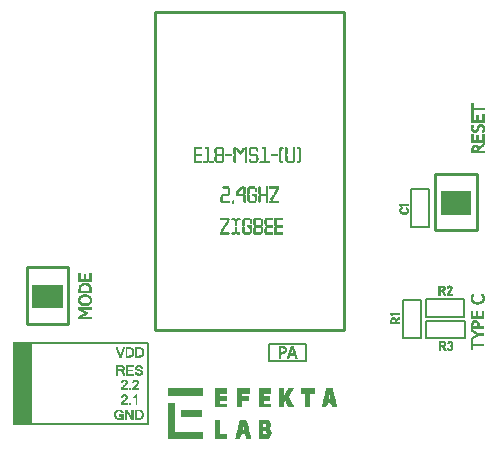
<source format=gbr>
G04 DipTrace 3.2.0.1*
G04 TopSilk.gbr*
%MOMM*%
G04 #@! TF.FileFunction,Legend,Top*
G04 #@! TF.Part,Single*
%ADD10C,0.25*%
%ADD12C,0.0762*%
%ADD13C,0.06667*%
%ADD14C,0.05*%
%ADD22C,0.15*%
%FSLAX35Y35*%
G04*
G71*
G90*
G75*
G01*
G04 TopSilk*
%LPD*%
X-815920Y1830000D2*
D10*
X783920D1*
Y-869970D1*
X-815920D1*
Y1830000D1*
X1556000Y-21971D2*
X1906000D1*
Y452971D1*
X1556000D1*
Y-21971D1*
G36*
X1601010Y111494D2*
X1862005D1*
Y308467D1*
X1601010D1*
Y111494D1*
G37*
X-1901000Y-811971D2*
D10*
X-1551000D1*
Y-337029D1*
X-1901000D1*
Y-811971D1*
G36*
X-1855990Y-678506D2*
X-1594995D1*
Y-481533D1*
X-1855990D1*
Y-678506D1*
G37*
X148000Y-982000D2*
D22*
X457000D1*
Y-1128000D1*
X148000D1*
Y-982000D1*
X1350000Y326000D2*
X1499000D1*
Y2000D1*
X1350000D1*
Y326000D1*
X1282000Y-612000D2*
X1431000D1*
Y-936000D1*
X1282000D1*
Y-612000D1*
G36*
X-2022000Y-969000D2*
X-1855000D1*
Y-1669000D1*
X-2022000D1*
Y-969000D1*
G37*
X-1981000Y-977000D2*
D22*
X-877000D1*
Y-1661000D1*
X-1981000D1*
Y-977000D1*
X1474500Y-603500D2*
X1798500D1*
Y-752500D1*
X1474500D1*
Y-603500D1*
X1480500Y-787500D2*
X1804500D1*
Y-936500D1*
X1480500D1*
Y-787500D1*
X1251500Y204500D2*
D14*
X1326500D1*
X1251510Y202000D2*
X1326500D1*
X1251598Y199500D2*
X1326500D1*
X1251926Y197000D2*
X1326500D1*
X1252622Y194500D2*
X1326500D1*
X1253679Y192000D2*
X1261397D1*
X1255123Y189500D2*
X1263509D1*
X1256967Y187000D2*
X1265154D1*
X1259000Y184500D2*
X1266500D1*
X1269000Y172000D2*
X1271500D1*
X1306500D2*
X1309000D1*
X1265346Y169500D2*
X1271480D1*
X1306520D2*
X1313499D1*
X1262138Y167000D2*
X1271295D1*
X1306715D2*
X1317373D1*
X1259362Y164500D2*
X1270855D1*
X1307184D2*
X1320382D1*
X1257030Y162000D2*
X1269030D1*
X1309286D2*
X1322592D1*
X1255161Y159500D2*
X1266765D1*
X1311918D2*
X1324220D1*
X1253693Y157000D2*
X1264552D1*
X1314407D2*
X1325427D1*
X1252635Y154500D2*
X1262689D1*
X1316345D2*
X1326384D1*
X1252020Y152000D2*
X1261210D1*
X1317663D2*
X1327294D1*
X1251717Y149500D2*
X1260153D1*
X1318399D2*
X1328060D1*
X1251584Y147000D2*
X1259621D1*
X1318743D2*
X1328463D1*
X1251541Y144500D2*
X1259644D1*
X1318797D2*
X1328396D1*
X1251609Y142000D2*
X1260217D1*
X1318441D2*
X1327901D1*
X1251930Y139500D2*
X1261318D1*
X1317449D2*
X1327219D1*
X1252624Y137000D2*
X1263165D1*
X1315801D2*
X1326472D1*
X1253680Y134500D2*
X1266049D1*
X1313713D2*
X1325550D1*
X1255131Y132000D2*
X1269829D1*
X1311396D2*
X1324380D1*
X1257038Y129500D2*
X1322778D1*
X1259427Y127000D2*
X1320363D1*
X1262567Y124500D2*
X1316767D1*
X1266721Y122000D2*
X1311948D1*
X1271500Y119500D2*
X1306500D1*
X1176500Y-722000D2*
X1251500D1*
X1176510Y-724500D2*
X1251500D1*
X1176598Y-727000D2*
X1251500D1*
X1176926Y-729500D2*
X1251500D1*
X1177622Y-732000D2*
X1251500D1*
X1178679Y-734500D2*
X1186397D1*
X1180123Y-737000D2*
X1188509D1*
X1181967Y-739500D2*
X1190154D1*
X1184000Y-742000D2*
X1191500D1*
X1249000Y-757000D2*
X1251500D1*
X1189000Y-759500D2*
X1206500D1*
X1244010D2*
X1251490D1*
X1185441Y-762000D2*
X1210078D1*
X1239078D2*
X1251383D1*
X1182553Y-764500D2*
X1213165D1*
X1234208D2*
X1251119D1*
X1180387Y-767000D2*
X1216181D1*
X1229055D2*
X1249854D1*
X1178783Y-769500D2*
X1194501D1*
X1200121D2*
X1219813D1*
X1223090D2*
X1246871D1*
X1177669Y-772000D2*
X1190637D1*
X1204828D2*
X1243045D1*
X1177032Y-774500D2*
X1187716D1*
X1208393D2*
X1238609D1*
X1176721Y-777000D2*
X1185496D1*
X1209912D2*
X1233870D1*
X1176586Y-779500D2*
X1184723D1*
X1210789D2*
X1229161D1*
X1176532Y-782000D2*
X1184307D1*
X1211210D2*
X1225028D1*
X1176511Y-784500D2*
X1184120D1*
X1211389D2*
X1221605D1*
X1176504Y-787000D2*
X1184044D1*
X1211460D2*
X1220271D1*
X1176501Y-789500D2*
X1184015D1*
X1211486D2*
X1219544D1*
X1176500Y-792000D2*
X1184005D1*
X1211495D2*
X1219214D1*
X1176500Y-794500D2*
X1184002D1*
X1211498D2*
X1219079D1*
X1176500Y-797000D2*
X1184001D1*
X1211500D2*
X1219028D1*
X1176500Y-799500D2*
X1184000D1*
X1211500D2*
X1219009D1*
X1176500Y-802000D2*
X1251500D1*
X1176500Y-804500D2*
X1251500D1*
X1176500Y-807000D2*
X1251500D1*
X1176500Y-809500D2*
X1251500D1*
X1670500Y-488500D2*
X1675500D1*
X1583000Y-491000D2*
X1623000D1*
X1665702D2*
X1681452D1*
X1583000Y-493500D2*
X1625959D1*
X1661854D2*
X1686009D1*
X1583000Y-496000D2*
X1628495D1*
X1658955D2*
X1689192D1*
X1583000Y-498500D2*
X1630493D1*
X1656829D2*
X1691248D1*
X1583000Y-501000D2*
X1593000D1*
X1620395D2*
X1632104D1*
X1655256D2*
X1665888D1*
X1683386D2*
X1692607D1*
X1583000Y-503500D2*
X1593000D1*
X1622477D2*
X1633425D1*
X1654150D2*
X1664029D1*
X1684006D2*
X1693678D1*
X1583000Y-506000D2*
X1593000D1*
X1623961D2*
X1634413D1*
X1653476D2*
X1662279D1*
X1684644D2*
X1694434D1*
X1583000Y-508500D2*
X1593000D1*
X1624796D2*
X1634988D1*
X1653000D2*
X1660500D1*
X1684994D2*
X1694842D1*
X1583000Y-511000D2*
X1593000D1*
X1625116D2*
X1635192D1*
X1684898D2*
X1694336D1*
X1583000Y-513500D2*
X1593000D1*
X1624954D2*
X1635002D1*
X1684307D2*
X1693684D1*
X1583000Y-516000D2*
X1593000D1*
X1624438D2*
X1634445D1*
X1683304D2*
X1692957D1*
X1583000Y-518500D2*
X1593000D1*
X1622738D2*
X1633726D1*
X1681958D2*
X1692045D1*
X1583000Y-521000D2*
X1593000D1*
X1616146D2*
X1632881D1*
X1680394D2*
X1690897D1*
X1583000Y-523500D2*
X1593000D1*
X1604846D2*
X1631626D1*
X1678797D2*
X1689492D1*
X1583000Y-526000D2*
X1629787D1*
X1677081D2*
X1687907D1*
X1583000Y-528500D2*
X1627440D1*
X1675158D2*
X1686302D1*
X1583000Y-531000D2*
X1625015D1*
X1673229D2*
X1684582D1*
X1583000Y-533500D2*
X1622905D1*
X1671441D2*
X1682659D1*
X1583000Y-536000D2*
X1593000D1*
X1610104D2*
X1622613D1*
X1669638D2*
X1680729D1*
X1583000Y-538500D2*
X1593000D1*
X1611896D2*
X1623623D1*
X1667680D2*
X1678941D1*
X1583000Y-541000D2*
X1593000D1*
X1613421D2*
X1624827D1*
X1665737D2*
X1677138D1*
X1583000Y-543500D2*
X1593000D1*
X1614796D2*
X1626088D1*
X1663944D2*
X1675180D1*
X1583000Y-546000D2*
X1593000D1*
X1616094D2*
X1627358D1*
X1662139D2*
X1673237D1*
X1583000Y-548500D2*
X1593000D1*
X1617365D2*
X1628616D1*
X1660180D2*
X1671444D1*
X1583000Y-551000D2*
X1593000D1*
X1618620D2*
X1629873D1*
X1658247D2*
X1669629D1*
X1583000Y-553500D2*
X1593000D1*
X1619875D2*
X1631123D1*
X1656551D2*
X1667584D1*
X1583000Y-556000D2*
X1593000D1*
X1621124D2*
X1632376D1*
X1655153D2*
X1665336D1*
X1583000Y-558500D2*
X1593000D1*
X1622368D2*
X1633632D1*
X1654121D2*
X1695500D1*
X1583000Y-561000D2*
X1593000D1*
X1623551D2*
X1634949D1*
X1653513D2*
X1695500D1*
X1583000Y-563500D2*
X1593000D1*
X1624593D2*
X1636407D1*
X1653198D2*
X1695500D1*
X1583000Y-566000D2*
X1593000D1*
X1625500D2*
X1638000D1*
X1653000D2*
X1695500D1*
X1675500Y-958500D2*
X1680500D1*
X1588000Y-961000D2*
X1628000D1*
X1670702D2*
X1686067D1*
X1588000Y-963500D2*
X1630959D1*
X1666854D2*
X1690417D1*
X1588000Y-966000D2*
X1633495D1*
X1663955D2*
X1693421D1*
X1588000Y-968500D2*
X1635493D1*
X1661829D2*
X1695431D1*
X1588000Y-971000D2*
X1598000D1*
X1625395D2*
X1637104D1*
X1660256D2*
X1670888D1*
X1685395D2*
X1696721D1*
X1588000Y-973500D2*
X1598000D1*
X1627477D2*
X1638425D1*
X1659150D2*
X1669029D1*
X1687477D2*
X1697428D1*
X1588000Y-976000D2*
X1598000D1*
X1628961D2*
X1639413D1*
X1658476D2*
X1667279D1*
X1688952D2*
X1697765D1*
X1588000Y-978500D2*
X1598000D1*
X1629796D2*
X1639988D1*
X1658000D2*
X1665500D1*
X1689937D2*
X1697900D1*
X1588000Y-981000D2*
X1598000D1*
X1630116D2*
X1640192D1*
X1689835D2*
X1697869D1*
X1588000Y-983500D2*
X1598000D1*
X1629954D2*
X1640002D1*
X1689393D2*
X1697562D1*
X1588000Y-986000D2*
X1598000D1*
X1629438D2*
X1639445D1*
X1687739D2*
X1696864D1*
X1588000Y-988500D2*
X1598000D1*
X1627738D2*
X1638726D1*
X1685130D2*
X1695715D1*
X1588000Y-991000D2*
X1598000D1*
X1621146D2*
X1637881D1*
X1681818D2*
X1693885D1*
X1588000Y-993500D2*
X1598000D1*
X1609846D2*
X1636626D1*
X1678546D2*
X1691187D1*
X1588000Y-996000D2*
X1634787D1*
X1676916D2*
X1688000D1*
X1588000Y-998500D2*
X1632440D1*
X1676398D2*
X1690959D1*
X1588000Y-1001000D2*
X1630015D1*
X1679836D2*
X1693495D1*
X1588000Y-1003500D2*
X1627905D1*
X1683499D2*
X1695493D1*
X1588000Y-1006000D2*
X1598000D1*
X1615104D2*
X1627613D1*
X1686528D2*
X1697104D1*
X1588000Y-1008500D2*
X1598000D1*
X1616896D2*
X1628623D1*
X1688887D2*
X1698425D1*
X1588000Y-1011000D2*
X1598000D1*
X1618421D2*
X1629827D1*
X1689722D2*
X1699413D1*
X1588000Y-1013500D2*
X1598000D1*
X1619796D2*
X1631088D1*
X1690161D2*
X1699988D1*
X1588000Y-1016000D2*
X1598000D1*
X1621094D2*
X1632358D1*
X1690264D2*
X1700192D1*
X1588000Y-1018500D2*
X1598000D1*
X1622365D2*
X1633616D1*
X1655500D2*
X1665500D1*
X1690132D2*
X1700002D1*
X1588000Y-1021000D2*
X1598000D1*
X1623620D2*
X1634873D1*
X1656450D2*
X1666892D1*
X1688993D2*
X1699445D1*
X1588000Y-1023500D2*
X1598000D1*
X1624875D2*
X1636123D1*
X1657534D2*
X1670962D1*
X1684989D2*
X1698726D1*
X1588000Y-1026000D2*
X1598000D1*
X1626124D2*
X1637376D1*
X1658793D2*
X1677443D1*
X1678539D2*
X1697871D1*
X1588000Y-1028500D2*
X1598000D1*
X1627368D2*
X1638632D1*
X1660415D2*
X1696531D1*
X1588000Y-1031000D2*
X1598000D1*
X1628551D2*
X1639949D1*
X1662589D2*
X1694386D1*
X1588000Y-1033500D2*
X1598000D1*
X1629593D2*
X1641407D1*
X1665224D2*
X1691414D1*
X1588000Y-1036000D2*
X1598000D1*
X1630500D2*
X1643000D1*
X1668000D2*
X1688000D1*
X228393Y-1001393D2*
D13*
X271727D1*
X331727D2*
X348393D1*
X228393Y-1004727D2*
X277611D1*
X331212D2*
X349546D1*
X228393Y-1008060D2*
X282454D1*
X330372D2*
X350655D1*
X228393Y-1011393D2*
X285974D1*
X329392D2*
X351712D1*
X228393Y-1014727D2*
X241727D1*
X267725D2*
X288452D1*
X328383D2*
X352850D1*
X228393Y-1018060D2*
X241727D1*
X272878D2*
X290202D1*
X327262D2*
X353969D1*
X228393Y-1021393D2*
X241727D1*
X276772D2*
X291536D1*
X326149D2*
X339035D1*
X345187D2*
X355035D1*
X228393Y-1024727D2*
X241727D1*
X279732D2*
X292759D1*
X325084D2*
X336969D1*
X345614D2*
X356179D1*
X228393Y-1028060D2*
X241727D1*
X280750D2*
X293686D1*
X323941D2*
X335428D1*
X346426D2*
X357300D1*
X228393Y-1031393D2*
X241727D1*
X281188D2*
X294191D1*
X322820D2*
X334075D1*
X347398D2*
X358368D1*
X228393Y-1034727D2*
X241727D1*
X280999D2*
X293512D1*
X321752D2*
X332869D1*
X348404D2*
X359512D1*
X228393Y-1038060D2*
X241727D1*
X280158D2*
X292640D1*
X320608D2*
X331769D1*
X349525D2*
X360634D1*
X228393Y-1041393D2*
X241727D1*
X278565D2*
X291670D1*
X319486D2*
X330614D1*
X350638D2*
X361701D1*
X228393Y-1044727D2*
X241727D1*
X276273D2*
X290453D1*
X318419D2*
X329488D1*
X351703D2*
X362845D1*
X228393Y-1048060D2*
X241727D1*
X268012D2*
X288897D1*
X317275D2*
X328419D1*
X352846D2*
X363967D1*
X228393Y-1051393D2*
X241727D1*
X254794D2*
X286776D1*
X316153D2*
X327287D1*
X353977D2*
X365035D1*
X228393Y-1054727D2*
X283604D1*
X315085D2*
X326274D1*
X355137D2*
X366179D1*
X228393Y-1058060D2*
X278551D1*
X313941D2*
X325579D1*
X356627D2*
X367300D1*
X228393Y-1061393D2*
X270096D1*
X312820D2*
X325060D1*
X358393D2*
X368368D1*
X228393Y-1064727D2*
X257234D1*
X311752D2*
X369512D1*
X228393Y-1068060D2*
X241727D1*
X310608D2*
X370634D1*
X228393Y-1071393D2*
X241727D1*
X309486D2*
X371701D1*
X228393Y-1074727D2*
X241727D1*
X308419D2*
X372845D1*
X228393Y-1078060D2*
X241727D1*
X307275D2*
X317878D1*
X361085D2*
X373967D1*
X228393Y-1081393D2*
X241727D1*
X306153D2*
X317052D1*
X363151D2*
X375035D1*
X228393Y-1084727D2*
X241727D1*
X305085D2*
X316176D1*
X364692D2*
X376179D1*
X228393Y-1088060D2*
X241727D1*
X303941D2*
X315475D1*
X366032D2*
X377300D1*
X228393Y-1091393D2*
X241727D1*
X302820D2*
X314740D1*
X367134D2*
X378368D1*
X228393Y-1094727D2*
X241727D1*
X301750D2*
X313800D1*
X367936D2*
X379499D1*
X228393Y-1098060D2*
X241727D1*
X300590D2*
X312878D1*
X368795D2*
X380513D1*
X228393Y-1101393D2*
X241727D1*
X299442D2*
X312223D1*
X370095D2*
X381208D1*
X228393Y-1104727D2*
X241727D1*
X298393D2*
X311727D1*
X371727D2*
X381727D1*
X-1465440Y-385227D2*
X-1455440D1*
X-1372107D2*
X-1362107D1*
X-1465440Y-388560D2*
X-1455440D1*
X-1422107D2*
X-1412107D1*
X-1372107D2*
X-1362107D1*
X-1465440Y-391893D2*
X-1455440D1*
X-1422107D2*
X-1412107D1*
X-1372107D2*
X-1362107D1*
X-1465440Y-395227D2*
X-1455440D1*
X-1422107D2*
X-1412107D1*
X-1372107D2*
X-1362107D1*
X-1465440Y-398560D2*
X-1455440D1*
X-1422107D2*
X-1412107D1*
X-1372107D2*
X-1362107D1*
X-1465440Y-401893D2*
X-1455440D1*
X-1422107D2*
X-1412107D1*
X-1372107D2*
X-1362107D1*
X-1465440Y-405227D2*
X-1455440D1*
X-1422107D2*
X-1412107D1*
X-1372107D2*
X-1362107D1*
X-1465440Y-408560D2*
X-1455440D1*
X-1422107D2*
X-1412107D1*
X-1372107D2*
X-1362107D1*
X-1465440Y-411893D2*
X-1455440D1*
X-1422107D2*
X-1412107D1*
X-1372107D2*
X-1362107D1*
X-1465440Y-415227D2*
X-1455440D1*
X-1422107D2*
X-1412107D1*
X-1372107D2*
X-1362107D1*
X-1465440Y-418560D2*
X-1455440D1*
X-1422107D2*
X-1412107D1*
X-1372107D2*
X-1362107D1*
X-1465440Y-421893D2*
X-1455440D1*
X-1422107D2*
X-1412107D1*
X-1372107D2*
X-1362107D1*
X-1465440Y-425227D2*
X-1455440D1*
X-1422107D2*
X-1412107D1*
X-1372107D2*
X-1362107D1*
X-1465440Y-428560D2*
X-1455440D1*
X-1422107D2*
X-1412107D1*
X-1372107D2*
X-1362107D1*
X-1465440Y-431893D2*
X-1455440D1*
X-1422107D2*
X-1412107D1*
X-1372107D2*
X-1362107D1*
X-1465440Y-435227D2*
X-1362107D1*
X-1465440Y-438560D2*
X-1362107D1*
X-1465440Y-441893D2*
X-1362107D1*
X-1465440Y-445227D2*
X-1362107D1*
X-1465440Y-448560D2*
X-1362107D1*
X-1432107Y-468560D2*
X-1395440D1*
X-1438118Y-471893D2*
X-1388527D1*
X-1443401Y-475227D2*
X-1382570D1*
X-1447838Y-478560D2*
X-1377829D1*
X-1451582Y-481893D2*
X-1428620D1*
X-1400084D2*
X-1374294D1*
X-1454608Y-485227D2*
X-1434612D1*
X-1392851D2*
X-1371462D1*
X-1456798Y-488560D2*
X-1439500D1*
X-1387298D2*
X-1369044D1*
X-1458383Y-491893D2*
X-1443147D1*
X-1382999D2*
X-1367174D1*
X-1459738Y-495227D2*
X-1446040D1*
X-1379636D2*
X-1365734D1*
X-1460845Y-498560D2*
X-1448472D1*
X-1377044D2*
X-1364440D1*
X-1461638Y-501893D2*
X-1450236D1*
X-1375051D2*
X-1363369D1*
X-1462408Y-505227D2*
X-1451268D1*
X-1373627D2*
X-1362701D1*
X-1463360Y-508560D2*
X-1451883D1*
X-1372802D2*
X-1362359D1*
X-1464278Y-511893D2*
X-1452525D1*
X-1372397D2*
X-1362206D1*
X-1464883Y-515227D2*
X-1453410D1*
X-1372220D2*
X-1362144D1*
X-1465201Y-518560D2*
X-1454297D1*
X-1372148D2*
X-1362120D1*
X-1465345Y-521893D2*
X-1454890D1*
X-1372121D2*
X-1362111D1*
X-1465405Y-525227D2*
X-1455203D1*
X-1372112D2*
X-1362108D1*
X-1465427Y-528560D2*
X-1455346D1*
X-1372108D2*
X-1362107D1*
X-1465436Y-531893D2*
X-1455407D1*
X-1372107D2*
X-1362107D1*
X-1465439Y-535227D2*
X-1362107D1*
X-1465440Y-538560D2*
X-1362107D1*
X-1465440Y-541893D2*
X-1362107D1*
X-1465440Y-545227D2*
X-1362107D1*
X-1465440Y-548560D2*
X-1362107D1*
X-1422107Y-565227D2*
X-1402107D1*
X-1432861Y-568560D2*
X-1391878D1*
X-1441430Y-571893D2*
X-1383689D1*
X-1448015Y-575227D2*
X-1377638D1*
X-1452964Y-578560D2*
X-1373020D1*
X-1456563Y-581893D2*
X-1430910D1*
X-1393417D2*
X-1369249D1*
X-1459413Y-585227D2*
X-1438453D1*
X-1386198D2*
X-1366134D1*
X-1461822Y-588560D2*
X-1444380D1*
X-1380749D2*
X-1363647D1*
X-1463589Y-591893D2*
X-1448722D1*
X-1376771D2*
X-1361694D1*
X-1464721Y-595227D2*
X-1451709D1*
X-1373898D2*
X-1360286D1*
X-1465642Y-598560D2*
X-1453720D1*
X-1371787D2*
X-1359466D1*
X-1466657Y-601893D2*
X-1455172D1*
X-1370319D2*
X-1359063D1*
X-1467598Y-605227D2*
X-1456444D1*
X-1369478D2*
X-1358886D1*
X-1468199Y-608560D2*
X-1457389D1*
X-1369066D2*
X-1358815D1*
X-1468402Y-611893D2*
X-1457903D1*
X-1368900D2*
X-1358788D1*
X-1468123Y-615227D2*
X-1457224D1*
X-1368945D2*
X-1358778D1*
X-1467384Y-618560D2*
X-1456340D1*
X-1369356D2*
X-1358788D1*
X-1466540Y-621893D2*
X-1455253D1*
X-1370275D2*
X-1358904D1*
X-1465836Y-625227D2*
X-1453611D1*
X-1371694D2*
X-1359342D1*
X-1464988Y-628560D2*
X-1451244D1*
X-1373758D2*
X-1360270D1*
X-1463612Y-631893D2*
X-1447995D1*
X-1376973D2*
X-1361680D1*
X-1461757Y-635227D2*
X-1443873D1*
X-1381282D2*
X-1363614D1*
X-1459627Y-638560D2*
X-1431149D1*
X-1393338D2*
X-1366144D1*
X-1456924Y-641893D2*
X-1410768D1*
X-1412154D2*
X-1369205D1*
X-1453178Y-645227D2*
X-1372956D1*
X-1447970Y-648560D2*
X-1377953D1*
X-1440494Y-651893D2*
X-1385009D1*
X-1430356Y-655227D2*
X-1394515D1*
X-1418773Y-658560D2*
X-1405440D1*
X-1465440Y-675227D2*
X-1362107D1*
X-1465440Y-678560D2*
X-1362107D1*
X-1465427Y-681893D2*
X-1362107D1*
X-1465284Y-685227D2*
X-1362107D1*
X-1464932Y-688560D2*
X-1362107D1*
X-1463246Y-691893D2*
X-1445313D1*
X-1459141Y-695227D2*
X-1438219D1*
X-1453612Y-698560D2*
X-1430754D1*
X-1446886Y-701893D2*
X-1423219D1*
X-1439569Y-705227D2*
X-1415880D1*
X-1432049Y-708560D2*
X-1408740D1*
X-1424576Y-711893D2*
X-1402243D1*
X-1417951Y-715227D2*
X-1396643D1*
X-1412877Y-718560D2*
X-1394055D1*
X-1408773Y-721893D2*
X-1392911D1*
X-1416979Y-725227D2*
X-1396102D1*
X-1424616Y-728560D2*
X-1400744D1*
X-1431884Y-731893D2*
X-1406764D1*
X-1439177Y-735227D2*
X-1413759D1*
X-1446586Y-738560D2*
X-1421091D1*
X-1453455Y-741893D2*
X-1428268D1*
X-1458807Y-745227D2*
X-1435218D1*
X-1462835Y-748560D2*
X-1442018D1*
X-1464190Y-751893D2*
X-1448742D1*
X-1464913Y-755227D2*
X-1362107D1*
X-1465236Y-758560D2*
X-1362107D1*
X-1465369Y-761893D2*
X-1362107D1*
X-1465440Y-765227D2*
X-1362107D1*
X1861227Y1052107D2*
X1871227D1*
X1861227Y1048773D2*
X1871227D1*
X1861227Y1045440D2*
X1871227D1*
X1861227Y1042107D2*
X1871227D1*
X1861227Y1038773D2*
X1871227D1*
X1861227Y1035440D2*
X1871227D1*
X1861227Y1032107D2*
X1871227D1*
X1861227Y1028773D2*
X1871227D1*
X1861227Y1025440D2*
X1871227D1*
X1861227Y1022107D2*
X1871227D1*
X1861227Y1018773D2*
X1871227D1*
X1861227Y1015440D2*
X1964560D1*
X1861227Y1012107D2*
X1964560D1*
X1861227Y1008773D2*
X1964560D1*
X1861227Y1005440D2*
X1964560D1*
X1861227Y1002107D2*
X1871227D1*
X1861227Y998773D2*
X1871227D1*
X1861227Y995440D2*
X1871227D1*
X1861227Y992107D2*
X1871227D1*
X1861227Y988773D2*
X1871227D1*
X1861227Y985440D2*
X1871227D1*
X1861227Y982107D2*
X1871227D1*
X1861227Y978773D2*
X1871227D1*
X1861227Y975440D2*
X1871227D1*
X1861227Y972107D2*
X1871227D1*
X1861227Y968773D2*
X1871227D1*
X1861227Y958773D2*
X1871227D1*
X1954560D2*
X1964560D1*
X1861227Y955440D2*
X1871227D1*
X1904560D2*
X1914560D1*
X1954560D2*
X1964560D1*
X1861227Y952107D2*
X1871227D1*
X1904560D2*
X1914560D1*
X1954560D2*
X1964560D1*
X1861227Y948773D2*
X1871227D1*
X1904560D2*
X1914560D1*
X1954560D2*
X1964560D1*
X1861227Y945440D2*
X1871227D1*
X1904560D2*
X1914560D1*
X1954560D2*
X1964560D1*
X1861227Y942107D2*
X1871227D1*
X1904560D2*
X1914560D1*
X1954560D2*
X1964560D1*
X1861227Y938773D2*
X1871227D1*
X1904560D2*
X1914560D1*
X1954560D2*
X1964560D1*
X1861227Y935440D2*
X1871227D1*
X1904560D2*
X1914560D1*
X1954560D2*
X1964560D1*
X1861227Y932107D2*
X1871227D1*
X1904560D2*
X1914560D1*
X1954560D2*
X1964560D1*
X1861227Y928773D2*
X1871227D1*
X1904560D2*
X1914560D1*
X1954560D2*
X1964560D1*
X1861227Y925440D2*
X1871227D1*
X1904560D2*
X1914560D1*
X1954560D2*
X1964560D1*
X1861227Y922107D2*
X1871227D1*
X1904560D2*
X1914560D1*
X1954560D2*
X1964560D1*
X1861227Y918773D2*
X1871227D1*
X1904560D2*
X1914560D1*
X1954560D2*
X1964560D1*
X1861227Y915440D2*
X1871227D1*
X1904560D2*
X1914560D1*
X1954560D2*
X1964560D1*
X1861227Y912107D2*
X1871227D1*
X1904560D2*
X1914560D1*
X1954560D2*
X1964560D1*
X1861227Y908773D2*
X1964560D1*
X1861227Y905440D2*
X1964560D1*
X1861227Y902107D2*
X1964560D1*
X1861227Y898773D2*
X1964560D1*
X1861227Y895440D2*
X1964560D1*
X1924560Y875440D2*
X1951227D1*
X1864560Y872107D2*
X1877893D1*
X1921354D2*
X1954547D1*
X1863420Y868773D2*
X1876228D1*
X1918461D2*
X1957763D1*
X1862415Y865440D2*
X1874843D1*
X1916056D2*
X1960659D1*
X1861666Y862107D2*
X1873547D1*
X1914120D2*
X1932410D1*
X1946710D2*
X1963063D1*
X1860915Y858773D2*
X1872360D1*
X1912604D2*
X1928084D1*
X1951036D2*
X1964987D1*
X1859969Y855440D2*
X1871267D1*
X1911363D2*
X1925039D1*
X1954068D2*
X1966386D1*
X1859054Y852107D2*
X1870139D1*
X1910162D2*
X1922984D1*
X1956340D2*
X1967202D1*
X1858450Y848773D2*
X1869249D1*
X1909118D2*
X1921510D1*
X1957139D2*
X1967605D1*
X1858146Y845440D2*
X1868759D1*
X1908349D2*
X1920216D1*
X1957572D2*
X1967781D1*
X1858118Y842107D2*
X1869440D1*
X1907575D2*
X1919137D1*
X1957767D2*
X1967852D1*
X1858484Y838773D2*
X1870313D1*
X1906508D2*
X1918355D1*
X1957834D2*
X1967879D1*
X1859272Y835440D2*
X1871296D1*
X1905141D2*
X1917590D1*
X1957747D2*
X1967888D1*
X1860236Y832107D2*
X1872683D1*
X1903438D2*
X1916626D1*
X1957333D2*
X1967879D1*
X1861252Y828773D2*
X1874530D1*
X1901369D2*
X1915579D1*
X1956525D2*
X1967763D1*
X1862489Y825440D2*
X1879871D1*
X1895968D2*
X1914419D1*
X1955555D2*
X1967338D1*
X1864053Y822107D2*
X1888020D1*
X1887787D2*
X1912735D1*
X1954536D2*
X1966527D1*
X1866172Y818773D2*
X1910255D1*
X1953301D2*
X1965545D1*
X1869224Y815440D2*
X1906892D1*
X1951781D2*
X1964446D1*
X1873283Y812107D2*
X1902639D1*
X1949949D2*
X1962980D1*
X1877893Y808773D2*
X1897893D1*
X1947893D2*
X1961227D1*
X1861227Y792107D2*
X1871227D1*
X1954560D2*
X1964560D1*
X1861227Y788773D2*
X1871227D1*
X1904560D2*
X1914560D1*
X1954560D2*
X1964560D1*
X1861227Y785440D2*
X1871227D1*
X1904560D2*
X1914560D1*
X1954560D2*
X1964560D1*
X1861227Y782107D2*
X1871227D1*
X1904560D2*
X1914560D1*
X1954560D2*
X1964560D1*
X1861227Y778773D2*
X1871227D1*
X1904560D2*
X1914560D1*
X1954560D2*
X1964560D1*
X1861227Y775440D2*
X1871227D1*
X1904560D2*
X1914560D1*
X1954560D2*
X1964560D1*
X1861227Y772107D2*
X1871227D1*
X1904560D2*
X1914560D1*
X1954560D2*
X1964560D1*
X1861227Y768773D2*
X1871227D1*
X1904560D2*
X1914560D1*
X1954560D2*
X1964560D1*
X1861227Y765440D2*
X1871227D1*
X1904560D2*
X1914560D1*
X1954560D2*
X1964560D1*
X1861227Y762107D2*
X1871227D1*
X1904560D2*
X1914560D1*
X1954560D2*
X1964560D1*
X1861227Y758773D2*
X1871227D1*
X1904560D2*
X1914560D1*
X1954560D2*
X1964560D1*
X1861227Y755440D2*
X1871227D1*
X1904560D2*
X1914560D1*
X1954560D2*
X1964560D1*
X1861227Y752107D2*
X1871227D1*
X1904560D2*
X1914560D1*
X1954560D2*
X1964560D1*
X1861227Y748773D2*
X1871227D1*
X1904560D2*
X1914560D1*
X1954560D2*
X1964560D1*
X1861227Y745440D2*
X1871227D1*
X1904560D2*
X1914560D1*
X1954560D2*
X1964560D1*
X1861227Y742107D2*
X1964560D1*
X1861227Y738773D2*
X1964560D1*
X1861227Y735440D2*
X1964560D1*
X1861227Y732107D2*
X1964560D1*
X1861227Y728773D2*
X1964560D1*
X1961227Y715440D2*
X1964560D1*
X1957766Y712107D2*
X1964547D1*
X1954006Y708773D2*
X1964417D1*
X1949874Y705440D2*
X1963862D1*
X1877893Y702107D2*
X1901227D1*
X1945672D2*
X1962495D1*
X1874573Y698773D2*
X1905972D1*
X1941640D2*
X1960170D1*
X1871370Y695440D2*
X1909848D1*
X1937560D2*
X1956956D1*
X1868579Y692107D2*
X1912993D1*
X1933160D2*
X1953046D1*
X1866481Y688773D2*
X1885355D1*
X1897225D2*
X1916194D1*
X1928390D2*
X1948835D1*
X1864931Y685440D2*
X1880617D1*
X1902378D2*
X1920124D1*
X1923262D2*
X1944530D1*
X1863589Y682107D2*
X1876944D1*
X1906272D2*
X1940102D1*
X1862499Y678773D2*
X1875197D1*
X1909232D2*
X1935777D1*
X1861825Y675440D2*
X1873707D1*
X1910263D2*
X1931818D1*
X1861480Y672107D2*
X1872546D1*
X1910818D2*
X1928284D1*
X1861327Y668773D2*
X1871842D1*
X1911067D2*
X1925356D1*
X1861264Y665440D2*
X1871486D1*
X1911168D2*
X1923315D1*
X1861240Y662107D2*
X1871328D1*
X1911206D2*
X1922166D1*
X1861231Y658773D2*
X1871262D1*
X1911220D2*
X1921612D1*
X1861228Y655440D2*
X1871227D1*
X1911227D2*
X1921366D1*
X1861227Y652107D2*
X1964560D1*
X1861227Y648773D2*
X1964560D1*
X1861227Y645440D2*
X1964560D1*
X1861227Y642107D2*
X1964560D1*
X1861227Y638773D2*
X1964560D1*
X1865893Y-565227D2*
X1879227D1*
X1942560D2*
X1959227D1*
X1863840Y-568560D2*
X1877559D1*
X1945365D2*
X1960379D1*
X1862056Y-571893D2*
X1875623D1*
X1947755D2*
X1961489D1*
X1860695Y-575227D2*
X1873704D1*
X1949787D2*
X1962545D1*
X1859779Y-578560D2*
X1871995D1*
X1951608D2*
X1963670D1*
X1858958Y-581893D2*
X1870670D1*
X1953222D2*
X1964672D1*
X1857985Y-585227D2*
X1869770D1*
X1954479D2*
X1965314D1*
X1857060Y-588560D2*
X1868967D1*
X1955237D2*
X1965646D1*
X1856452Y-591893D2*
X1868114D1*
X1955617D2*
X1965795D1*
X1856146Y-595227D2*
X1867614D1*
X1955785D2*
X1965857D1*
X1856119Y-598560D2*
X1867805D1*
X1955840D2*
X1965880D1*
X1856484Y-601893D2*
X1868354D1*
X1955749D2*
X1965889D1*
X1857272Y-605227D2*
X1868921D1*
X1955320D2*
X1965879D1*
X1858236Y-608560D2*
X1869726D1*
X1954395D2*
X1965763D1*
X1859252Y-611893D2*
X1871210D1*
X1952974D2*
X1965325D1*
X1860489Y-615227D2*
X1873599D1*
X1950896D2*
X1964397D1*
X1862040Y-618560D2*
X1877093D1*
X1948189D2*
X1962987D1*
X1864033Y-621893D2*
X1882821D1*
X1941612D2*
X1961052D1*
X1866585Y-625227D2*
X1893420D1*
X1929641D2*
X1958522D1*
X1869654Y-628560D2*
X1910877D1*
X1910061D2*
X1955461D1*
X1873408Y-631893D2*
X1951710D1*
X1878406Y-635227D2*
X1946714D1*
X1885462Y-638560D2*
X1939657D1*
X1894968Y-641893D2*
X1930152D1*
X1905893Y-645227D2*
X1919227D1*
X1859227Y-705227D2*
X1869227D1*
X1952560D2*
X1962560D1*
X1859227Y-708560D2*
X1869227D1*
X1902560D2*
X1912560D1*
X1952560D2*
X1962560D1*
X1859227Y-711893D2*
X1869227D1*
X1902560D2*
X1912560D1*
X1952560D2*
X1962560D1*
X1859227Y-715227D2*
X1869227D1*
X1902560D2*
X1912560D1*
X1952560D2*
X1962560D1*
X1859227Y-718560D2*
X1869227D1*
X1902560D2*
X1912560D1*
X1952560D2*
X1962560D1*
X1859227Y-721893D2*
X1869227D1*
X1902560D2*
X1912560D1*
X1952560D2*
X1962560D1*
X1859227Y-725227D2*
X1869227D1*
X1902560D2*
X1912560D1*
X1952560D2*
X1962560D1*
X1859227Y-728560D2*
X1869227D1*
X1902560D2*
X1912560D1*
X1952560D2*
X1962560D1*
X1859227Y-731893D2*
X1869227D1*
X1902560D2*
X1912560D1*
X1952560D2*
X1962560D1*
X1859227Y-735227D2*
X1869227D1*
X1902560D2*
X1912560D1*
X1952560D2*
X1962560D1*
X1859227Y-738560D2*
X1869227D1*
X1902560D2*
X1912560D1*
X1952560D2*
X1962560D1*
X1859227Y-741893D2*
X1869227D1*
X1902560D2*
X1912560D1*
X1952560D2*
X1962560D1*
X1859227Y-745227D2*
X1869227D1*
X1902560D2*
X1912560D1*
X1952560D2*
X1962560D1*
X1859227Y-748560D2*
X1869227D1*
X1902560D2*
X1912560D1*
X1952560D2*
X1962560D1*
X1859227Y-751893D2*
X1869227D1*
X1902560D2*
X1912560D1*
X1952560D2*
X1962560D1*
X1859227Y-755227D2*
X1962560D1*
X1859227Y-758560D2*
X1962560D1*
X1859227Y-761893D2*
X1962560D1*
X1859227Y-765227D2*
X1962560D1*
X1859227Y-768560D2*
X1962560D1*
X1875893Y-785227D2*
X1902560D1*
X1872687Y-788560D2*
X1907419D1*
X1869794Y-791893D2*
X1911592D1*
X1867390Y-795227D2*
X1914972D1*
X1865453Y-798560D2*
X1883355D1*
X1902547D2*
X1917592D1*
X1863937Y-801893D2*
X1878630D1*
X1905750D2*
X1919603D1*
X1862696Y-805227D2*
X1874996D1*
X1908528D2*
X1921034D1*
X1861495Y-808560D2*
X1873606D1*
X1910508D2*
X1921862D1*
X1860464Y-811893D2*
X1872502D1*
X1911634D2*
X1922269D1*
X1859812Y-815227D2*
X1871400D1*
X1912178D2*
X1922447D1*
X1859476Y-818560D2*
X1870423D1*
X1912413D2*
X1922518D1*
X1859325Y-821893D2*
X1869795D1*
X1912506D2*
X1922545D1*
X1859263Y-825227D2*
X1869470D1*
X1912541D2*
X1922555D1*
X1859240Y-828560D2*
X1869323D1*
X1912554D2*
X1922558D1*
X1859231Y-831893D2*
X1869260D1*
X1912558D2*
X1922559D1*
X1859228Y-835227D2*
X1962560D1*
X1859227Y-838560D2*
X1962560D1*
X1859227Y-841893D2*
X1962560D1*
X1859227Y-845227D2*
X1962560D1*
X1859227Y-848560D2*
X1962560D1*
X1859227Y-861893D2*
X1862560D1*
X1859380Y-865227D2*
X1868712D1*
X1859734Y-868560D2*
X1874539D1*
X1861421Y-871893D2*
X1880225D1*
X1865272Y-875227D2*
X1885870D1*
X1869946Y-878560D2*
X1891312D1*
X1875048Y-881893D2*
X1896557D1*
X1880421Y-885227D2*
X1901785D1*
X1885942Y-888560D2*
X1907256D1*
X1891326Y-891893D2*
X1913136D1*
X1896456Y-895227D2*
X1962560D1*
X1901285Y-898560D2*
X1962560D1*
X1905893Y-901893D2*
X1962560D1*
X1900379Y-905227D2*
X1962560D1*
X1894822Y-908560D2*
X1919354D1*
X1889212Y-911893D2*
X1913114D1*
X1883670Y-915227D2*
X1907246D1*
X1878031Y-918560D2*
X1901448D1*
X1872267Y-921893D2*
X1895480D1*
X1867042Y-925227D2*
X1889547D1*
X1862642Y-928560D2*
X1883833D1*
X1860895Y-931893D2*
X1878206D1*
X1859941Y-935227D2*
X1872661D1*
X1859508Y-938560D2*
X1867469D1*
X1859331Y-941893D2*
X1862560D1*
X1859263Y-945227D2*
X1865637D1*
X1859239Y-948560D2*
X1867916D1*
X1859231Y-951893D2*
X1868612D1*
X1859228Y-955227D2*
X1868973D1*
X1859227Y-958560D2*
X1869130D1*
X1859227Y-961893D2*
X1869192D1*
X1859227Y-965227D2*
X1869215D1*
X1859227Y-968560D2*
X1869223D1*
X1859227Y-971893D2*
X1869225D1*
X1859227Y-975227D2*
X1869226D1*
X1859227Y-978560D2*
X1869227D1*
X1859227Y-981893D2*
X1962560D1*
X1859227Y-985227D2*
X1962560D1*
X1859227Y-988560D2*
X1962560D1*
X1859227Y-991893D2*
X1962560D1*
X1859227Y-995227D2*
X1869227D1*
X1859227Y-998560D2*
X1869227D1*
X1859227Y-1001893D2*
X1869227D1*
X1859227Y-1005227D2*
X1869227D1*
X1859227Y-1008560D2*
X1869227D1*
X1859227Y-1011893D2*
X1869227D1*
X1859227Y-1015227D2*
X1869227D1*
X1859227Y-1018560D2*
X1869227D1*
X1859227Y-1021893D2*
X1869227D1*
X1859227Y-1025227D2*
X1869227D1*
X1859227Y-1028560D2*
X1869227D1*
X-1136273Y-1540727D2*
X-1112940D1*
X-1069607D2*
X-1059607D1*
X-1016273D2*
X-1006273D1*
X-986273D2*
X-946273D1*
X-1142272Y-1544060D2*
X-1106941D1*
X-1069607D2*
X-1057426D1*
X-1016273D2*
X-1006273D1*
X-986273D2*
X-940275D1*
X-1147437Y-1547393D2*
X-1101776D1*
X-1069607D2*
X-1055202D1*
X-1016273D2*
X-1006273D1*
X-986273D2*
X-935109D1*
X-1151449Y-1550727D2*
X-1135618D1*
X-1113608D2*
X-1097764D1*
X-1069607D2*
X-1052925D1*
X-1016273D2*
X-1006273D1*
X-986273D2*
X-979607D1*
X-946941D2*
X-931097D1*
X-1154409Y-1554060D2*
X-1140888D1*
X-1108452D2*
X-1094815D1*
X-1069607D2*
X-1050730D1*
X-1016273D2*
X-1006273D1*
X-986273D2*
X-979607D1*
X-941776D2*
X-928151D1*
X-1156684Y-1557393D2*
X-1145207D1*
X-1104514D2*
X-1092626D1*
X-1069607D2*
X-1048515D1*
X-1016273D2*
X-1006273D1*
X-986273D2*
X-979607D1*
X-937764D2*
X-925980D1*
X-1158600Y-1560727D2*
X-1148527D1*
X-1101753D2*
X-1090968D1*
X-1069607D2*
X-1062940D1*
X-1056788D2*
X-1046262D1*
X-1016273D2*
X-1006273D1*
X-986273D2*
X-979607D1*
X-934818D2*
X-924371D1*
X-1160250Y-1564060D2*
X-1151113D1*
X-1099607D2*
X-1089607D1*
X-1069607D2*
X-1062940D1*
X-1054295D2*
X-1044176D1*
X-1016273D2*
X-1006273D1*
X-986273D2*
X-979607D1*
X-932660D2*
X-923095D1*
X-1161519Y-1567393D2*
X-1152180D1*
X-1069607D2*
X-1062940D1*
X-1051941D2*
X-1042272D1*
X-1016273D2*
X-1006273D1*
X-986273D2*
X-979607D1*
X-931168D2*
X-921882D1*
X-1162281Y-1570727D2*
X-1153116D1*
X-1069607D2*
X-1062940D1*
X-1049617D2*
X-1040393D1*
X-1016273D2*
X-1006273D1*
X-986273D2*
X-979607D1*
X-930317D2*
X-920847D1*
X-1162663Y-1574060D2*
X-1154132D1*
X-1069607D2*
X-1062940D1*
X-1047405D2*
X-1038364D1*
X-1016273D2*
X-1006273D1*
X-986273D2*
X-979607D1*
X-929902D2*
X-920193D1*
X-1162832Y-1577393D2*
X-1154963D1*
X-1069607D2*
X-1062940D1*
X-1045185D2*
X-1036186D1*
X-1016273D2*
X-1006273D1*
X-986273D2*
X-979607D1*
X-929721D2*
X-919869D1*
X-1162900Y-1580727D2*
X-1155155D1*
X-1119607D2*
X-1089607D1*
X-1069607D2*
X-1062940D1*
X-1042929D2*
X-1034035D1*
X-1016273D2*
X-1006273D1*
X-986273D2*
X-979607D1*
X-929649D2*
X-919835D1*
X-1162913Y-1584060D2*
X-1154679D1*
X-1119607D2*
X-1089607D1*
X-1069607D2*
X-1062940D1*
X-1040843D2*
X-1031838D1*
X-1016273D2*
X-1006273D1*
X-986273D2*
X-979607D1*
X-929635D2*
X-920198D1*
X-1162805Y-1587393D2*
X-1153957D1*
X-1119607D2*
X-1089607D1*
X-1069607D2*
X-1062940D1*
X-1038939D2*
X-1029565D1*
X-1016286D2*
X-1006273D1*
X-986273D2*
X-979607D1*
X-929742D2*
X-920973D1*
X-1162370Y-1590727D2*
X-1153305D1*
X-1096273D2*
X-1089607D1*
X-1069607D2*
X-1062940D1*
X-1037059D2*
X-1027238D1*
X-1016413D2*
X-1006273D1*
X-986273D2*
X-979607D1*
X-930176D2*
X-921832D1*
X-1161456Y-1594060D2*
X-1152464D1*
X-1096413D2*
X-1089607D1*
X-1069607D2*
X-1062940D1*
X-1035030D2*
X-1024404D1*
X-1016928D2*
X-1006273D1*
X-986273D2*
X-979607D1*
X-931104D2*
X-922528D1*
X-1160164Y-1597393D2*
X-1150964D1*
X-1096997D2*
X-1089607D1*
X-1069607D2*
X-1062940D1*
X-1032853D2*
X-1020626D1*
X-1018068D2*
X-1006273D1*
X-986273D2*
X-979607D1*
X-932526D2*
X-923274D1*
X-1158654Y-1600727D2*
X-1148493D1*
X-1098116D2*
X-1089607D1*
X-1069607D2*
X-1062940D1*
X-1030702D2*
X-1006273D1*
X-986273D2*
X-979607D1*
X-934708D2*
X-924343D1*
X-1156922Y-1604060D2*
X-1145254D1*
X-1101529D2*
X-1089607D1*
X-1069607D2*
X-1062940D1*
X-1028505D2*
X-1006273D1*
X-986273D2*
X-979607D1*
X-937728D2*
X-925824D1*
X-1154716Y-1607393D2*
X-1137050D1*
X-1111020D2*
X-1089607D1*
X-1069607D2*
X-1062940D1*
X-1026245D2*
X-1006273D1*
X-986273D2*
X-979607D1*
X-947531D2*
X-927912D1*
X-1151586Y-1610727D2*
X-1124674D1*
X-1125443D2*
X-1089607D1*
X-1069607D2*
X-1062940D1*
X-1024045D2*
X-1006273D1*
X-986273D2*
X-979607D1*
X-963293D2*
X-930991D1*
X-1147292Y-1614060D2*
X-1089607D1*
X-1069607D2*
X-1062940D1*
X-1021726D2*
X-1006273D1*
X-986273D2*
X-935266D1*
X-1142002Y-1617393D2*
X-1102940D1*
X-1096273D2*
X-1089607D1*
X-1069607D2*
X-1062940D1*
X-1019088D2*
X-1006273D1*
X-986273D2*
X-940549D1*
X-1136273Y-1620727D2*
X-1112940D1*
X-1092940D2*
X-1089607D1*
X-1069607D2*
X-1062940D1*
X-1016273D2*
X-1006273D1*
X-986273D2*
X-946273D1*
X-1088273Y-1411727D2*
X-1071607D1*
X-981607D2*
X-974940D1*
X-1093132Y-1415060D2*
X-1066875D1*
X-982101D2*
X-974940D1*
X-1097293Y-1418393D2*
X-1063128D1*
X-983850D2*
X-974940D1*
X-1100556Y-1421727D2*
X-1087101D1*
X-1071747D2*
X-1060547D1*
X-988033D2*
X-974940D1*
X-1103120Y-1425060D2*
X-1091542D1*
X-1068971D2*
X-1058796D1*
X-992836D2*
X-974940D1*
X-1104144Y-1428393D2*
X-1095067D1*
X-1066991D2*
X-1057483D1*
X-996931D2*
X-974940D1*
X-1104940Y-1431727D2*
X-1098273D1*
X-1065879D2*
X-1056482D1*
X-999634D2*
X-974940D1*
X-1065452Y-1435060D2*
X-1056834D1*
X-1001607D2*
X-991607D1*
X-981607D2*
X-974940D1*
X-1065655Y-1438393D2*
X-1057528D1*
X-981607D2*
X-974940D1*
X-1066491Y-1441727D2*
X-1058523D1*
X-981607D2*
X-974940D1*
X-1067878Y-1445060D2*
X-1060126D1*
X-981607D2*
X-974940D1*
X-1069918Y-1448393D2*
X-1062452D1*
X-981607D2*
X-974940D1*
X-1072855Y-1451727D2*
X-1065292D1*
X-981607D2*
X-974940D1*
X-1076583Y-1455060D2*
X-1068410D1*
X-981607D2*
X-974940D1*
X-1080594Y-1458393D2*
X-1071657D1*
X-981607D2*
X-974940D1*
X-1084438Y-1461727D2*
X-1074958D1*
X-981607D2*
X-974940D1*
X-1088053Y-1465060D2*
X-1078279D1*
X-981607D2*
X-974940D1*
X-1091518Y-1468393D2*
X-1081609D1*
X-981607D2*
X-974940D1*
X-1094894Y-1471727D2*
X-1084941D1*
X-981607D2*
X-974940D1*
X-1098131Y-1475060D2*
X-1088274D1*
X-981607D2*
X-974940D1*
X-1101034Y-1478393D2*
X-1091607D1*
X-981607D2*
X-974940D1*
X-1103445Y-1481727D2*
X-1094940D1*
X-1034940D2*
X-1028273D1*
X-981607D2*
X-974940D1*
X-1105401Y-1485060D2*
X-1054940D1*
X-1034940D2*
X-1028273D1*
X-981607D2*
X-974940D1*
X-1106963Y-1488393D2*
X-1054940D1*
X-1034940D2*
X-1028273D1*
X-981607D2*
X-974940D1*
X-1108273Y-1491727D2*
X-1054940D1*
X-1034940D2*
X-1028273D1*
X-981607D2*
X-974940D1*
X-1088273Y-1285727D2*
X-1071607D1*
X-991607D2*
X-974940D1*
X-1093132Y-1289060D2*
X-1066875D1*
X-996466D2*
X-970208D1*
X-1097293Y-1292393D2*
X-1063128D1*
X-1000626D2*
X-966462D1*
X-1100556Y-1295727D2*
X-1087101D1*
X-1071747D2*
X-1060547D1*
X-1003890D2*
X-990435D1*
X-975080D2*
X-963881D1*
X-1103120Y-1299060D2*
X-1091542D1*
X-1068971D2*
X-1058796D1*
X-1006453D2*
X-994875D1*
X-972304D2*
X-962129D1*
X-1104144Y-1302393D2*
X-1095067D1*
X-1066991D2*
X-1057483D1*
X-1007477D2*
X-998400D1*
X-970325D2*
X-960817D1*
X-1104940Y-1305727D2*
X-1098273D1*
X-1065879D2*
X-1056482D1*
X-1008273D2*
X-1001607D1*
X-969213D2*
X-959815D1*
X-1065452Y-1309060D2*
X-1056834D1*
X-968786D2*
X-960168D1*
X-1065655Y-1312393D2*
X-1057528D1*
X-968989D2*
X-960861D1*
X-1066491Y-1315727D2*
X-1058523D1*
X-969824D2*
X-961857D1*
X-1067878Y-1319060D2*
X-1060126D1*
X-971212D2*
X-963460D1*
X-1069918Y-1322393D2*
X-1062452D1*
X-973251D2*
X-965786D1*
X-1072855Y-1325727D2*
X-1065292D1*
X-976189D2*
X-968625D1*
X-1076583Y-1329060D2*
X-1068410D1*
X-979916D2*
X-971743D1*
X-1080594Y-1332393D2*
X-1071657D1*
X-983927D2*
X-974990D1*
X-1084438Y-1335727D2*
X-1074958D1*
X-987771D2*
X-978291D1*
X-1088053Y-1339060D2*
X-1078279D1*
X-991386D2*
X-981613D1*
X-1091518Y-1342393D2*
X-1081609D1*
X-994852D2*
X-984942D1*
X-1094894Y-1345727D2*
X-1084941D1*
X-998227D2*
X-988274D1*
X-1098131Y-1349060D2*
X-1088274D1*
X-1001464D2*
X-991607D1*
X-1101034Y-1352393D2*
X-1091607D1*
X-1004368D2*
X-994940D1*
X-1103445Y-1355727D2*
X-1094940D1*
X-1034940D2*
X-1028273D1*
X-1006778D2*
X-998273D1*
X-1105401Y-1359060D2*
X-1054940D1*
X-1034940D2*
X-1028273D1*
X-1008734D2*
X-958273D1*
X-1106963Y-1362393D2*
X-1054940D1*
X-1034940D2*
X-1028273D1*
X-1010296D2*
X-958273D1*
X-1108273Y-1365727D2*
X-1054940D1*
X-1034940D2*
X-1028273D1*
X-1011607D2*
X-958273D1*
X-1144607Y-1165727D2*
X-1094607D1*
X-1061273D2*
X-1004607D1*
X-967940D2*
X-947940D1*
X-1144607Y-1169060D2*
X-1090263D1*
X-1061273D2*
X-1004607D1*
X-973423D2*
X-941656D1*
X-1144607Y-1172393D2*
X-1086929D1*
X-1061273D2*
X-1004607D1*
X-977750D2*
X-936848D1*
X-1144607Y-1175727D2*
X-1137940D1*
X-1099250D2*
X-1084529D1*
X-1061273D2*
X-1054607D1*
X-980781D2*
X-967145D1*
X-944734D2*
X-933475D1*
X-1144607Y-1179060D2*
X-1137940D1*
X-1094743D2*
X-1082918D1*
X-1061273D2*
X-1054607D1*
X-983053D2*
X-971857D1*
X-941830D2*
X-931122D1*
X-1144607Y-1182393D2*
X-1137940D1*
X-1092967D2*
X-1082015D1*
X-1061273D2*
X-1054607D1*
X-983852D2*
X-975452D1*
X-939324D2*
X-929539D1*
X-1144607Y-1185727D2*
X-1137940D1*
X-1092024D2*
X-1081593D1*
X-1061273D2*
X-1054607D1*
X-984272D2*
X-976477D1*
X-936983D2*
X-928597D1*
X-1144607Y-1189060D2*
X-1137940D1*
X-1091712D2*
X-1081535D1*
X-1061273D2*
X-1054607D1*
X-984337D2*
X-975296D1*
X-934607D2*
X-927940D1*
X-1144607Y-1192393D2*
X-1137940D1*
X-1091715D2*
X-1082015D1*
X-1061273D2*
X-1054607D1*
X-984125D2*
X-970401D1*
X-1144607Y-1195727D2*
X-1137940D1*
X-1101790D2*
X-1083019D1*
X-1061273D2*
X-1054607D1*
X-982756D2*
X-963237D1*
X-1144607Y-1199060D2*
X-1137940D1*
X-1119132D2*
X-1085595D1*
X-1061273D2*
X-1054607D1*
X-979058D2*
X-954551D1*
X-1144607Y-1202393D2*
X-1088957D1*
X-1061273D2*
X-1007940D1*
X-973367D2*
X-945972D1*
X-1144607Y-1205727D2*
X-1093201D1*
X-1061273D2*
X-1007940D1*
X-965549D2*
X-938853D1*
X-1144607Y-1209060D2*
X-1097940D1*
X-1061273D2*
X-1007940D1*
X-956624D2*
X-933707D1*
X-1144607Y-1212393D2*
X-1137940D1*
X-1104620D2*
X-1094734D1*
X-1061273D2*
X-1054607D1*
X-948312D2*
X-930208D1*
X-1144607Y-1215727D2*
X-1137940D1*
X-1101417D2*
X-1091841D1*
X-1061273D2*
X-1054607D1*
X-942046D2*
X-927824D1*
X-1144607Y-1219060D2*
X-1137940D1*
X-1098625D2*
X-1089436D1*
X-1061273D2*
X-1054607D1*
X-937448D2*
X-926015D1*
X-1144607Y-1222393D2*
X-1137940D1*
X-1096528D2*
X-1087500D1*
X-1061273D2*
X-1054607D1*
X-987940D2*
X-981273D1*
X-935756D2*
X-925807D1*
X-1144607Y-1225727D2*
X-1137940D1*
X-1094978D2*
X-1085984D1*
X-1061273D2*
X-1054607D1*
X-987412D2*
X-978861D1*
X-935508D2*
X-926254D1*
X-1144607Y-1229060D2*
X-1137940D1*
X-1093623D2*
X-1084743D1*
X-1061273D2*
X-1054607D1*
X-986442D2*
X-976092D1*
X-937247D2*
X-927082D1*
X-1144607Y-1232393D2*
X-1137940D1*
X-1092416D2*
X-1083529D1*
X-1061273D2*
X-1054607D1*
X-984894D2*
X-968292D1*
X-944620D2*
X-928279D1*
X-1144607Y-1235727D2*
X-1137940D1*
X-1091314D2*
X-1082371D1*
X-1061273D2*
X-1054607D1*
X-982403D2*
X-956168D1*
X-956518D2*
X-929974D1*
X-1144607Y-1239060D2*
X-1137940D1*
X-1090143D2*
X-1081201D1*
X-1061273D2*
X-1004607D1*
X-978546D2*
X-934023D1*
X-1144607Y-1242393D2*
X-1137940D1*
X-1088990D2*
X-1079707D1*
X-1061273D2*
X-1004607D1*
X-973504D2*
X-939068D1*
X-1144607Y-1245727D2*
X-1137940D1*
X-1087940D2*
X-1077940D1*
X-1061273D2*
X-1004607D1*
X-967940D2*
X-944607D1*
X-1149273Y-1012727D2*
X-1142607D1*
X-1089273D2*
X-1079273D1*
X-1065940D2*
X-1025940D1*
X-982607D2*
X-942607D1*
X-1148745Y-1016060D2*
X-1140941D1*
X-1089788D2*
X-1080540D1*
X-1065940D2*
X-1019941D1*
X-982607D2*
X-936608D1*
X-1147802Y-1019393D2*
X-1139556D1*
X-1090628D2*
X-1081959D1*
X-1065940D2*
X-1014776D1*
X-982607D2*
X-931443D1*
X-1146514Y-1022727D2*
X-1138260D1*
X-1091608D2*
X-1083403D1*
X-1065940D2*
X-1059273D1*
X-1026608D2*
X-1010764D1*
X-982607D2*
X-975940D1*
X-943275D2*
X-927431D1*
X-1145119Y-1026060D2*
X-1137073D1*
X-1092630D2*
X-1084702D1*
X-1065940D2*
X-1059273D1*
X-1021443D2*
X-1007818D1*
X-982607D2*
X-975940D1*
X-938109D2*
X-924485D1*
X-1143837Y-1029393D2*
X-1135967D1*
X-1093855D2*
X-1085855D1*
X-1065940D2*
X-1059273D1*
X-1017431D2*
X-1005647D1*
X-982607D2*
X-975940D1*
X-934097D2*
X-922314D1*
X-1142689Y-1032727D2*
X-1134709D1*
X-1095276D2*
X-1087036D1*
X-1065940D2*
X-1059273D1*
X-1014485D2*
X-1004038D1*
X-982607D2*
X-975940D1*
X-931151D2*
X-920705D1*
X-1141510Y-1036060D2*
X-1133277D1*
X-1096727D2*
X-1088172D1*
X-1065940D2*
X-1059273D1*
X-1012327D2*
X-1002762D1*
X-982607D2*
X-975940D1*
X-928993D2*
X-919429D1*
X-1140374Y-1039393D2*
X-1131821D1*
X-1098031D2*
X-1089258D1*
X-1065940D2*
X-1059273D1*
X-1010835D2*
X-1001549D1*
X-982607D2*
X-975940D1*
X-927501D2*
X-918215D1*
X-1139289Y-1042727D2*
X-1130516D1*
X-1099187D2*
X-1090508D1*
X-1065940D2*
X-1059273D1*
X-1009984D2*
X-1000513D1*
X-982607D2*
X-975940D1*
X-926650D2*
X-917180D1*
X-1138039Y-1046060D2*
X-1129360D1*
X-1100368D2*
X-1091938D1*
X-1065940D2*
X-1059273D1*
X-1009569D2*
X-999859D1*
X-982607D2*
X-975940D1*
X-926235D2*
X-916526D1*
X-1136609Y-1049393D2*
X-1128178D1*
X-1101505D2*
X-1093392D1*
X-1065940D2*
X-1059273D1*
X-1009388D2*
X-999536D1*
X-982607D2*
X-975940D1*
X-926055D2*
X-916203D1*
X-1135154Y-1052727D2*
X-1127042D1*
X-1102578D2*
X-1094697D1*
X-1065940D2*
X-1059273D1*
X-1009315D2*
X-999502D1*
X-982607D2*
X-975940D1*
X-925982D2*
X-916169D1*
X-1133850Y-1056060D2*
X-1125968D1*
X-1103724D2*
X-1095866D1*
X-1065940D2*
X-1059273D1*
X-1009301D2*
X-999865D1*
X-982607D2*
X-975940D1*
X-925968D2*
X-916532D1*
X-1132681Y-1059393D2*
X-1124822D1*
X-1104847D2*
X-1097152D1*
X-1065940D2*
X-1059273D1*
X-1009409D2*
X-1000640D1*
X-982607D2*
X-975940D1*
X-926075D2*
X-917306D1*
X-1131394Y-1062727D2*
X-1123700D1*
X-1105927D2*
X-1098597D1*
X-1065940D2*
X-1059273D1*
X-1009843D2*
X-1001499D1*
X-982607D2*
X-975940D1*
X-926510D2*
X-918165D1*
X-1129950Y-1066060D2*
X-1122619D1*
X-1107202D2*
X-1100056D1*
X-1065940D2*
X-1059273D1*
X-1010770D2*
X-1002194D1*
X-982607D2*
X-975940D1*
X-927437D2*
X-918861D1*
X-1128490Y-1069393D2*
X-1121361D1*
X-1108888D2*
X-1101363D1*
X-1065940D2*
X-1059273D1*
X-1012193D2*
X-1002940D1*
X-982607D2*
X-975940D1*
X-928859D2*
X-919607D1*
X-1127184Y-1072727D2*
X-1119832D1*
X-1111390D2*
X-1102519D1*
X-1065940D2*
X-1059273D1*
X-1014375D2*
X-1004010D1*
X-982607D2*
X-975940D1*
X-931041D2*
X-920677D1*
X-1126027Y-1076060D2*
X-1117998D1*
X-1115011D2*
X-1103702D1*
X-1065940D2*
X-1059273D1*
X-1017395D2*
X-1005491D1*
X-982607D2*
X-975940D1*
X-934061D2*
X-922158D1*
X-1124845Y-1079393D2*
X-1104838D1*
X-1065940D2*
X-1059273D1*
X-1027198D2*
X-1007578D1*
X-982607D2*
X-975940D1*
X-943865D2*
X-924245D1*
X-1123698Y-1082727D2*
X-1105914D1*
X-1065940D2*
X-1059273D1*
X-1042959D2*
X-1010658D1*
X-982607D2*
X-975940D1*
X-959626D2*
X-927324D1*
X-1122532Y-1086060D2*
X-1107076D1*
X-1065940D2*
X-1014932D1*
X-982607D2*
X-931599D1*
X-1121040Y-1089393D2*
X-1108224D1*
X-1065940D2*
X-1020215D1*
X-982607D2*
X-936882D1*
X-1119273Y-1092727D2*
X-1109273D1*
X-1065940D2*
X-1025940D1*
X-982607D2*
X-942607D1*
X-709420Y-1360300D2*
D12*
X-419860D1*
X-313180D2*
X-214120D1*
X-122680D2*
X-23620D1*
X60200D2*
X159260D1*
X235460D2*
X265940D1*
X311660D2*
X349760D1*
X418340D2*
X532640D1*
X631700D2*
X677420D1*
X-709420Y-1367920D2*
X-419860D1*
X-313180D2*
X-214120D1*
X-122680D2*
X-23620D1*
X60200D2*
X159260D1*
X235460D2*
X265940D1*
X305218D2*
X344775D1*
X418340D2*
X532640D1*
X629095D2*
X680937D1*
X-709420Y-1375540D2*
X-419860D1*
X-313180D2*
X-214120D1*
X-122680D2*
X-23620D1*
X60200D2*
X159260D1*
X235460D2*
X265940D1*
X299517D2*
X339691D1*
X418340D2*
X532640D1*
X626827D2*
X683156D1*
X-709420Y-1383160D2*
X-419860D1*
X-313180D2*
X-214120D1*
X-122680D2*
X-23620D1*
X60200D2*
X159260D1*
X235460D2*
X265940D1*
X294160D2*
X334486D1*
X418340D2*
X532640D1*
X625353D2*
X684531D1*
X-709420Y-1390780D2*
X-419860D1*
X-313180D2*
X-214120D1*
X-122680D2*
X-23620D1*
X60200D2*
X159260D1*
X235460D2*
X265940D1*
X289058D2*
X329467D1*
X418340D2*
X532640D1*
X624338D2*
X685993D1*
X-709420Y-1398400D2*
X-419860D1*
X-313180D2*
X-275080D1*
X-122680D2*
X-92200D1*
X60200D2*
X98300D1*
X235460D2*
X265940D1*
X284791D2*
X324405D1*
X456440D2*
X486920D1*
X623031D2*
X688047D1*
X-709420Y-1406020D2*
X-419860D1*
X-313180D2*
X-275080D1*
X-122680D2*
X-92200D1*
X60200D2*
X98300D1*
X235460D2*
X265940D1*
X281180D2*
X319229D1*
X456440D2*
X486920D1*
X621038D2*
X690344D1*
X-709420Y-1413640D2*
X-419860D1*
X-313180D2*
X-275080D1*
X-122680D2*
X-92200D1*
X60200D2*
X98300D1*
X235460D2*
X314259D1*
X456440D2*
X486920D1*
X618764D2*
X646940D1*
X662180D2*
X692671D1*
X-313180Y-1421260D2*
X-214120D1*
X-122680D2*
X-31240D1*
X60200D2*
X151640D1*
X235460D2*
X309263D1*
X456440D2*
X486920D1*
X616445D2*
X646940D1*
X662180D2*
X695212D1*
X-313180Y-1428880D2*
X-214120D1*
X-122680D2*
X-31240D1*
X60200D2*
X151640D1*
X235460D2*
X304040D1*
X456440D2*
X486920D1*
X613906D2*
X646940D1*
X662180D2*
X697522D1*
X-313180Y-1436500D2*
X-214120D1*
X-122680D2*
X-31240D1*
X60200D2*
X151640D1*
X235460D2*
X309025D1*
X456440D2*
X486920D1*
X611627D2*
X646940D1*
X662180D2*
X699254D1*
X-313180Y-1444120D2*
X-214120D1*
X-122680D2*
X-31240D1*
X60200D2*
X151640D1*
X235460D2*
X314109D1*
X456440D2*
X486920D1*
X610134D2*
X646940D1*
X662180D2*
X700983D1*
X-313180Y-1451740D2*
X-214120D1*
X-122680D2*
X-31240D1*
X60200D2*
X151640D1*
X235460D2*
X319284D1*
X456440D2*
X486920D1*
X609108D2*
X703150D1*
X-313180Y-1459360D2*
X-275080D1*
X-122680D2*
X-92200D1*
X60200D2*
X98300D1*
X235460D2*
X324065D1*
X456440D2*
X486920D1*
X607795D2*
X705274D1*
X-313180Y-1466980D2*
X-275080D1*
X-122680D2*
X-92200D1*
X60200D2*
X98300D1*
X235460D2*
X275058D1*
X290007D2*
X328394D1*
X456440D2*
X486920D1*
X605800D2*
X706924D1*
X-313180Y-1474600D2*
X-275080D1*
X-122680D2*
X-92200D1*
X60200D2*
X98300D1*
X235460D2*
X270601D1*
X292164D2*
X332454D1*
X456440D2*
X486920D1*
X603525D2*
X708622D1*
X-709420Y-1482220D2*
X-656080D1*
X-313180D2*
X-275080D1*
X-122680D2*
X-92200D1*
X60200D2*
X98300D1*
X235460D2*
X268049D1*
X295138D2*
X336360D1*
X456440D2*
X486920D1*
X601205D2*
X640788D1*
X668593D2*
X710777D1*
X-709420Y-1489840D2*
X-656080D1*
X-313180D2*
X-214120D1*
X-122680D2*
X-92200D1*
X60200D2*
X159260D1*
X235460D2*
X266812D1*
X298589D2*
X340192D1*
X456440D2*
X486920D1*
X598665D2*
X636041D1*
X674032D2*
X712867D1*
X-709420Y-1497460D2*
X-656080D1*
X-313180D2*
X-214120D1*
X-122680D2*
X-92200D1*
X60200D2*
X159260D1*
X235460D2*
X266276D1*
X302450D2*
X343813D1*
X456440D2*
X486920D1*
X596366D2*
X632303D1*
X678482D2*
X714253D1*
X-709420Y-1505080D2*
X-656080D1*
X-313180D2*
X-214120D1*
X-122680D2*
X-92200D1*
X60200D2*
X159260D1*
X235460D2*
X266056D1*
X306836D2*
X346992D1*
X456440D2*
X486920D1*
X594783D2*
X628402D1*
X682047D2*
X715019D1*
X-709420Y-1512700D2*
X-656080D1*
X-313180D2*
X-214120D1*
X-122680D2*
X-92200D1*
X60200D2*
X159260D1*
X235460D2*
X265940D1*
X311660D2*
X349760D1*
X456440D2*
X486920D1*
X593600D2*
X624080D1*
X685040D2*
X715520D1*
X-709420Y-1520320D2*
X-656080D1*
X-709420Y-1527940D2*
X-656080D1*
X-709420Y-1535560D2*
X-656080D1*
X-709420Y-1543180D2*
X-656080D1*
X-595120D2*
X-427480D1*
X-709420Y-1550800D2*
X-656080D1*
X-595120D2*
X-427480D1*
X-709420Y-1558420D2*
X-656080D1*
X-595120D2*
X-427480D1*
X-709420Y-1566040D2*
X-656080D1*
X-595120D2*
X-427480D1*
X-709420Y-1573660D2*
X-656080D1*
X-595120D2*
X-427480D1*
X-709420Y-1581280D2*
X-656080D1*
X-595120D2*
X-427480D1*
X-709420Y-1588900D2*
X-656080D1*
X-595120D2*
X-427480D1*
X-709420Y-1596520D2*
X-656080D1*
X-595120D2*
X-427480D1*
X-709420Y-1604140D2*
X-656080D1*
X-709420Y-1611760D2*
X-656080D1*
X-709420Y-1619380D2*
X-656080D1*
X-709420Y-1627000D2*
X-656080D1*
X-313180D2*
X-275080D1*
X-99820D2*
X-54100D1*
X60200D2*
X136400D1*
X-709420Y-1634620D2*
X-656080D1*
X-313180D2*
X-275080D1*
X-102425D2*
X-50292D1*
X60200D2*
X144613D1*
X-709420Y-1642240D2*
X-656080D1*
X-313180D2*
X-275080D1*
X-104693D2*
X-47127D1*
X60200D2*
X150879D1*
X-709420Y-1649860D2*
X-656080D1*
X-313180D2*
X-275080D1*
X-106167D2*
X-44164D1*
X60200D2*
X155067D1*
X-709420Y-1657480D2*
X-656080D1*
X-313180D2*
X-275080D1*
X-107182D2*
X-41450D1*
X60200D2*
X90680D1*
X121160D2*
X157354D1*
X-709420Y-1665100D2*
X-656080D1*
X-313180D2*
X-275080D1*
X-108489D2*
X-38951D1*
X60200D2*
X90680D1*
X121160D2*
X158162D1*
X-709420Y-1672720D2*
X-656080D1*
X-313180D2*
X-275080D1*
X-110452D2*
X-36344D1*
X60200D2*
X90680D1*
X121160D2*
X158040D1*
X-709420Y-1680340D2*
X-656080D1*
X-313180D2*
X-275080D1*
X-112488D2*
X-34040D1*
X60200D2*
X90680D1*
X121160D2*
X154659D1*
X-709420Y-1687960D2*
X-656080D1*
X-313180D2*
X-275080D1*
X-114104D2*
X-84580D1*
X-67939D2*
X-32538D1*
X60200D2*
X149732D1*
X-709420Y-1695580D2*
X-656080D1*
X-313180D2*
X-275080D1*
X-115789D2*
X-84580D1*
X-65265D2*
X-31509D1*
X60200D2*
X144020D1*
X-709420Y-1703200D2*
X-656080D1*
X-313180D2*
X-275080D1*
X-117939D2*
X-84580D1*
X-61720D2*
X-30195D1*
X60200D2*
X150172D1*
X-709420Y-1710820D2*
X-656080D1*
X-313180D2*
X-275080D1*
X-120057D2*
X-28200D1*
X60200D2*
X154919D1*
X-709420Y-1718440D2*
X-656080D1*
X-313180D2*
X-275080D1*
X-121705D2*
X-25925D1*
X60200D2*
X90680D1*
X119664D2*
X158657D1*
X-709420Y-1726060D2*
X-419860D1*
X-313180D2*
X-275080D1*
X-123402D2*
X-23605D1*
X60200D2*
X90680D1*
X124148D2*
X162558D1*
X-709420Y-1733680D2*
X-419860D1*
X-313180D2*
X-275080D1*
X-125557D2*
X-21067D1*
X60200D2*
X90680D1*
X126874D2*
X166880D1*
X-709420Y-1741300D2*
X-419860D1*
X-313180D2*
X-275080D1*
X-127676D2*
X-18787D1*
X60200D2*
X90680D1*
X128780D2*
X163072D1*
X-709420Y-1748920D2*
X-419860D1*
X-313180D2*
X-214120D1*
X-129325D2*
X-90732D1*
X-53810D2*
X-17324D1*
X60200D2*
X159848D1*
X-709420Y-1756540D2*
X-419860D1*
X-313180D2*
X-214120D1*
X-131028D2*
X-95479D1*
X-52828D2*
X-16566D1*
X60200D2*
X156332D1*
X-709420Y-1764160D2*
X-419860D1*
X-313180D2*
X-214120D1*
X-133247D2*
X-99217D1*
X-50937D2*
X-16223D1*
X60200D2*
X151512D1*
X-709420Y-1771780D2*
X-419860D1*
X-313180D2*
X-214120D1*
X-135655D2*
X-103118D1*
X-48669D2*
X-16079D1*
X60200D2*
X144652D1*
X-709420Y-1779400D2*
X-419860D1*
X-313180D2*
X-214120D1*
X-137920D2*
X-107440D1*
X-46480D2*
X-16000D1*
X60200D2*
X136400D1*
X-486610Y686345D2*
X-425650D1*
X-391360D2*
X-368500D1*
X-296110D2*
X-254200D1*
X-52270D2*
X-48460D1*
X-6550D2*
X35360D1*
X88700D2*
X111560D1*
X248720D2*
X260150D1*
X290630D2*
D3*
X351590D2*
X355400D1*
X385880D2*
X397310D1*
X-488369Y682535D2*
X-424151D1*
X-392863D2*
X-372310D1*
X-300376D2*
X-252701D1*
X-151330D2*
X-143710D1*
X-54029D2*
X-46701D1*
X-10816D2*
X36859D1*
X87197D2*
X107750D1*
X115370D2*
D3*
X244454D2*
X261653D1*
X287569D2*
X294440D1*
X349831D2*
X357159D1*
X384377D2*
X401561D1*
X-489463Y678725D2*
X-424630D1*
X-393979D2*
X-376120D1*
X-368500D2*
X-364690D1*
X-304132D2*
X-253180D1*
X-153089D2*
X-141951D1*
X-132280D2*
X-124660D1*
X-71320D2*
X-63700D1*
X-55123D2*
X-45607D1*
X-14572D2*
X36380D1*
X86081D2*
X103940D1*
X111720D2*
X115370D1*
X240698D2*
X262769D1*
X285341D2*
X296199D1*
X348737D2*
X358253D1*
X383261D2*
X405183D1*
X-490017Y674915D2*
X-479739D1*
X-471370D2*
X-425650D1*
X-387560D2*
X-379930D1*
X-371561D2*
X-364690D1*
X-307624D2*
X-303730D1*
X-296110D2*
X-254200D1*
X-246580D2*
X-242770D1*
X-154183D2*
X-140857D1*
X-132135D2*
X-122167D1*
X-74541D2*
X-63860D1*
X-55677D2*
X-45053D1*
X-18064D2*
X-14170D1*
X-6550D2*
X35360D1*
X42980D2*
X46790D1*
X92500D2*
X100130D1*
X108547D2*
X115370D1*
X237206D2*
X241100D1*
X248720D2*
X256350D1*
X284065D2*
X297293D1*
X348183D2*
X358807D1*
X389680D2*
X397310D1*
X404930D2*
X408190D1*
X-490262Y671105D2*
X-477511D1*
X-373789D2*
X-364690D1*
X-310672D2*
X-301971D1*
X-248339D2*
X-241011D1*
X-154737D2*
X-140303D1*
X-131632D2*
X-119625D1*
X-77392D2*
X-64482D1*
X-55922D2*
X-44808D1*
X-21112D2*
X-12411D1*
X41221D2*
X48549D1*
X106285D2*
X115370D1*
X234158D2*
X242859D1*
X283446D2*
X297847D1*
X347938D2*
X359052D1*
X403171D2*
X410325D1*
X-490362Y667295D2*
X-476235D1*
X-375065D2*
X-364690D1*
X-312867D2*
X-300877D1*
X-249433D2*
X-239917D1*
X-154982D2*
X-140058D1*
X-130570D2*
X-117023D1*
X-80081D2*
X-65896D1*
X-56022D2*
X-44708D1*
X-23307D2*
X-11317D1*
X40142D2*
X49628D1*
X104999D2*
X115370D1*
X231963D2*
X243953D1*
X283178D2*
X298092D1*
X347838D2*
X359152D1*
X402077D2*
X411543D1*
X-490399Y663485D2*
X-475616D1*
X-375684D2*
X-364690D1*
X-314122D2*
X-300323D1*
X-249987D2*
X-239363D1*
X-155082D2*
X-139958D1*
X-128958D2*
X-114499D1*
X-82738D2*
X-67934D1*
X-56059D2*
X-44671D1*
X-24562D2*
X-10763D1*
X39733D2*
X50037D1*
X104377D2*
X115370D1*
X230708D2*
X244507D1*
X283072D2*
X298192D1*
X347801D2*
X359189D1*
X401523D2*
X412133D1*
X-490413Y659675D2*
X-475348D1*
X-375952D2*
X-364690D1*
X-314731D2*
X-300078D1*
X-250232D2*
X-239118D1*
X-155119D2*
X-139921D1*
X-126762D2*
X-111819D1*
X-85297D2*
X-70210D1*
X-56073D2*
X-44657D1*
X-25171D2*
X-10518D1*
X40076D2*
X49694D1*
X104108D2*
X115370D1*
X230099D2*
X244752D1*
X283032D2*
X298229D1*
X347787D2*
X359203D1*
X401278D2*
X412389D1*
X-490418Y655865D2*
X-475242D1*
X-376058D2*
X-364690D1*
X-314994D2*
X-299978D1*
X-250332D2*
X-239018D1*
X-155133D2*
X-139907D1*
X-124019D2*
X-108597D1*
X-88113D2*
X-72760D1*
X-56078D2*
X-44652D1*
X-25434D2*
X-10418D1*
X41276D2*
X48494D1*
X104002D2*
X115370D1*
X229836D2*
X244852D1*
X283017D2*
X298243D1*
X347782D2*
X359208D1*
X401178D2*
X412491D1*
X-490419Y652055D2*
X-475202D1*
X-376098D2*
X-364690D1*
X-315099D2*
X-299941D1*
X-250369D2*
X-238981D1*
X-155138D2*
X-139902D1*
X-121154D2*
X-104579D1*
X-91778D2*
X-75665D1*
X-56079D2*
X-44651D1*
X-25539D2*
X-10381D1*
X42980D2*
X46790D1*
X103962D2*
X115370D1*
X229731D2*
X244889D1*
X283012D2*
X298248D1*
X347781D2*
X359209D1*
X401141D2*
X412529D1*
X-490420Y648245D2*
X-475187D1*
X-376113D2*
X-364690D1*
X-315139D2*
X-299927D1*
X-250383D2*
X-238967D1*
X-155139D2*
X-139901D1*
X-118473D2*
X-99645D1*
X-96490D2*
X-78596D1*
X-56080D2*
X-44650D1*
X-25579D2*
X-10367D1*
X103947D2*
X115370D1*
X229691D2*
X244903D1*
X283011D2*
X298249D1*
X347780D2*
X359210D1*
X401127D2*
X412543D1*
X-490420Y644435D2*
X-475182D1*
X-376118D2*
X-364690D1*
X-315138D2*
X-299922D1*
X-250388D2*
X-238962D1*
X-155140D2*
X-139900D1*
X-115855D2*
X-81302D1*
X-56080D2*
X-44650D1*
X-25578D2*
X-10362D1*
X103942D2*
X115370D1*
X229677D2*
X244908D1*
X283010D2*
X298250D1*
X347780D2*
X359210D1*
X401122D2*
X412548D1*
X-490405Y640625D2*
X-475196D1*
X-376119D2*
X-364690D1*
X-315009D2*
X-299936D1*
X-250374D2*
X-238976D1*
X-155125D2*
X-139915D1*
X-113226D2*
X-83930D1*
X-56080D2*
X-44650D1*
X-25449D2*
X-10376D1*
X103941D2*
X115370D1*
X229687D2*
X244894D1*
X283025D2*
X298235D1*
X347780D2*
X359210D1*
X401136D2*
X412549D1*
X-490241Y636815D2*
X-475329D1*
X-376105D2*
X-364705D1*
X-314495D2*
X-300069D1*
X-250230D2*
X-239139D1*
X-154980D2*
X-140060D1*
X-110693D2*
X-86562D1*
X-56065D2*
X-44665D1*
X-24935D2*
X-10509D1*
X103955D2*
X115355D1*
X229834D2*
X244746D1*
X283174D2*
X298086D1*
X347795D2*
X359195D1*
X401284D2*
X412535D1*
X-489840Y633005D2*
X-475817D1*
X-375971D2*
X-364839D1*
X-313315D2*
X-300557D1*
X-249641D2*
X-239540D1*
X-154391D2*
X-140649D1*
X-108025D2*
X-89096D1*
X-55931D2*
X-44799D1*
X-23755D2*
X-10997D1*
X104089D2*
X115221D1*
X230453D2*
X244127D1*
X283793D2*
X297467D1*
X347929D2*
X359061D1*
X401903D2*
X412401D1*
X-487686Y629195D2*
X-476762D1*
X-375500D2*
X-365309D1*
X-311362D2*
X-301502D1*
X-248339D2*
X-241703D1*
X-153089D2*
X-141951D1*
X-104951D2*
X-91754D1*
X-55461D2*
X-45269D1*
X-21778D2*
X-11942D1*
X104560D2*
X114751D1*
X231836D2*
X242744D1*
X285176D2*
X296084D1*
X348399D2*
X358591D1*
X403286D2*
X411930D1*
X-484744Y625385D2*
X-477896D1*
X-471370D2*
X-425650D1*
X-374722D2*
X-366088D1*
X-308805D2*
X-302636D1*
X-296110D2*
X-254200D1*
X-246580D2*
X-244717D1*
X-219910D2*
X-174190D1*
X-151330D2*
X-143710D1*
X-101541D2*
X-94772D1*
X-54682D2*
X-46048D1*
X-18997D2*
X-13076D1*
X-6550D2*
X35360D1*
X105338D2*
X113972D1*
X164900D2*
X210620D1*
X233577D2*
X241003D1*
X286917D2*
X294343D1*
X349178D2*
X357812D1*
X405027D2*
X411152D1*
X-481738Y621575D2*
X-424151D1*
X-374231D2*
X-366579D1*
X-306164D2*
X-252701D1*
X-221409D2*
X-172691D1*
X-97990D2*
D3*
X-54191D2*
X-46539D1*
X-15492D2*
X36859D1*
X105829D2*
X113481D1*
X163401D2*
X212119D1*
X235076D2*
X239504D1*
X288416D2*
X292844D1*
X349669D2*
X357321D1*
X406526D2*
X410661D1*
X-478990Y617765D2*
X-424630D1*
X-374479D2*
X-366331D1*
X-303730D2*
X-253180D1*
X-220930D2*
X-173170D1*
X-54439D2*
X-46291D1*
X-11274D2*
X36380D1*
X105581D2*
X113729D1*
X163880D2*
X211640D1*
X234666D2*
X239914D1*
X288006D2*
X293254D1*
X349421D2*
X357569D1*
X406116D2*
X410909D1*
X-483810Y613955D2*
X-478990D1*
X-471370D2*
X-425650D1*
X-375102D2*
X-365708D1*
X-307836D2*
X-303730D1*
X-296110D2*
X-254200D1*
X-246580D2*
X-242770D1*
X-219910D2*
X-174190D1*
X-151330D2*
X-143710D1*
X-55062D2*
X-45668D1*
X-6550D2*
X35360D1*
X42980D2*
X46790D1*
X104958D2*
X114352D1*
X164900D2*
X210620D1*
X232956D2*
X241624D1*
X286296D2*
X294964D1*
X348798D2*
X358192D1*
X404406D2*
X411532D1*
X-487688Y610145D2*
X-477231D1*
X-375605D2*
X-365205D1*
X-310969D2*
X-301971D1*
X-248339D2*
X-241011D1*
X-153089D2*
X-141951D1*
X-55565D2*
X-45165D1*
X41221D2*
X48549D1*
X104455D2*
X114855D1*
X231459D2*
X243121D1*
X284799D2*
X296461D1*
X348295D2*
X358695D1*
X402909D2*
X412035D1*
X-489101Y606335D2*
X-476137D1*
X-375892D2*
X-364918D1*
X-313063D2*
X-300877D1*
X-249433D2*
X-239917D1*
X-154183D2*
X-140857D1*
X-55852D2*
X-44878D1*
X40127D2*
X49643D1*
X104168D2*
X115142D1*
X230513D2*
X244067D1*
X283853D2*
X297407D1*
X348008D2*
X358982D1*
X401963D2*
X412322D1*
X-489861Y602525D2*
X-475583D1*
X-376027D2*
X-364783D1*
X-314222D2*
X-300323D1*
X-249987D2*
X-239363D1*
X-154737D2*
X-140303D1*
X-55987D2*
X-44743D1*
X39573D2*
X50197D1*
X104033D2*
X115277D1*
X230028D2*
X244552D1*
X283368D2*
X297892D1*
X347873D2*
X359117D1*
X401478D2*
X412457D1*
X-490202Y598715D2*
X-475338D1*
X-376085D2*
X-364725D1*
X-314775D2*
X-300078D1*
X-250232D2*
X-239118D1*
X-154982D2*
X-140058D1*
X-56045D2*
X-44685D1*
X39328D2*
X50442D1*
X103975D2*
X115335D1*
X229811D2*
X244769D1*
X283151D2*
X298109D1*
X347815D2*
X359175D1*
X401261D2*
X412515D1*
X-490340Y594905D2*
X-475238D1*
X-376107D2*
X-364703D1*
X-315012D2*
X-299978D1*
X-250332D2*
X-239018D1*
X-155082D2*
X-139958D1*
X-56067D2*
X-44663D1*
X39228D2*
X50542D1*
X103953D2*
X115357D1*
X229722D2*
X244858D1*
X283062D2*
X298198D1*
X347793D2*
X359197D1*
X401172D2*
X412537D1*
X-490392Y591095D2*
X-475201D1*
X-376116D2*
X-364694D1*
X-315106D2*
X-299941D1*
X-250369D2*
X-238981D1*
X-155119D2*
X-139921D1*
X-56076D2*
X-44654D1*
X39191D2*
X50579D1*
X103944D2*
X115366D1*
X229689D2*
X244891D1*
X283029D2*
X298231D1*
X347784D2*
X359206D1*
X401139D2*
X412546D1*
X-490410Y587285D2*
X-475187D1*
X-376119D2*
X-364691D1*
X-315141D2*
X-299927D1*
X-250383D2*
X-238967D1*
X-155133D2*
X-139907D1*
X-56079D2*
X-44651D1*
X39177D2*
X50593D1*
X103941D2*
X115369D1*
X229676D2*
X244904D1*
X283016D2*
X298244D1*
X347781D2*
X359209D1*
X401126D2*
X412549D1*
X-490417Y583475D2*
X-475182D1*
X-376120D2*
X-364690D1*
X-315139D2*
X-299922D1*
X-250388D2*
X-238962D1*
X-155138D2*
X-139902D1*
X-56080D2*
X-44650D1*
X-21790D2*
X-14170D1*
X39172D2*
X50598D1*
X103940D2*
X115370D1*
X229687D2*
X244908D1*
X283027D2*
X298248D1*
X347780D2*
X359210D1*
X401122D2*
X412550D1*
X-490419Y579665D2*
X-475196D1*
X-376105D2*
X-364705D1*
X-314994D2*
X-299936D1*
X-250374D2*
X-238976D1*
X-155139D2*
X-139901D1*
X-56080D2*
X-44650D1*
X-23389D2*
X-12426D1*
X39186D2*
X50584D1*
X103955D2*
X115355D1*
X229834D2*
X244894D1*
X283174D2*
X298234D1*
X347795D2*
X359195D1*
X401136D2*
X412535D1*
X-490420Y575855D2*
X-475329D1*
X-375941D2*
X-364869D1*
X-314361D2*
X-300069D1*
X-250230D2*
X-239139D1*
X-155140D2*
X-139900D1*
X-56080D2*
X-44650D1*
X-24330D2*
X-11466D1*
X39330D2*
X50421D1*
X104119D2*
X115191D1*
X230468D2*
X244761D1*
X283808D2*
X298101D1*
X347940D2*
X359031D1*
X401269D2*
X412386D1*
X-490420Y572045D2*
X-475817D1*
X-375540D2*
X-365270D1*
X-312830D2*
X-300557D1*
X-249641D2*
X-239540D1*
X-155125D2*
X-139915D1*
X-56080D2*
X-44650D1*
X-22988D2*
X-11400D1*
X39919D2*
X50020D1*
X104520D2*
X114790D1*
X232000D2*
X244273D1*
X285340D2*
X297613D1*
X348529D2*
X358630D1*
X401757D2*
X411767D1*
X-490405Y568235D2*
X-476762D1*
X-373377D2*
X-367433D1*
X-310425D2*
X-301502D1*
X-248339D2*
X-241703D1*
X-154980D2*
X-140060D1*
X-56065D2*
X-44665D1*
X-20738D2*
X-12099D1*
X41221D2*
X47857D1*
X106683D2*
X112627D1*
X234405D2*
X243328D1*
X287745D2*
X296668D1*
X349831D2*
X356467D1*
X402702D2*
X410339D1*
X-490260Y564425D2*
X-477896D1*
X-471370D2*
X-425650D1*
X-406600D2*
X-379930D1*
X-370363D2*
X-370447D1*
X-360880D2*
X-330400D1*
X-307580D2*
X-302636D1*
X-296110D2*
X-254200D1*
X-246580D2*
X-244717D1*
X-154391D2*
X-140649D1*
X-55920D2*
X-44810D1*
X-17970D2*
X-13131D1*
X-6550D2*
X35360D1*
X42980D2*
X44843D1*
X73460D2*
X100130D1*
X109697D2*
X109613D1*
X119180D2*
X149660D1*
X237250D2*
X242194D1*
X248720D2*
X260150D1*
X290590D2*
X295534D1*
X302060D2*
X343970D1*
X351590D2*
X353453D1*
X385880D2*
X397310D1*
X403836D2*
X408159D1*
X-489671Y560615D2*
X-424151D1*
X-410410D2*
X-378431D1*
X-362379D2*
X-328901D1*
X-304395D2*
X-252701D1*
X-153089D2*
X-141951D1*
X-55331D2*
X-45399D1*
X-14816D2*
X36859D1*
X69650D2*
X101629D1*
X117681D2*
X151159D1*
X240435D2*
X261649D1*
X293775D2*
X345469D1*
X384381D2*
X405327D1*
X-488369Y556805D2*
X-424630D1*
X-414220D2*
X-378910D1*
X-361900D2*
X-329380D1*
X-300526D2*
X-253180D1*
X-151330D2*
X-143710D1*
X-54029D2*
X-46701D1*
X-10960D2*
X36380D1*
X65840D2*
X101150D1*
X118160D2*
X150680D1*
X244304D2*
X261170D1*
X297644D2*
X344990D1*
X384860D2*
X401627D1*
X-486610Y552995D2*
X-425650D1*
X-410410D2*
X-379930D1*
X-360880D2*
X-330400D1*
X-296110D2*
X-254200D1*
X-52270D2*
X-48460D1*
X-6550D2*
X35360D1*
X69650D2*
X100130D1*
X119180D2*
X149660D1*
X248720D2*
X260150D1*
X302060D2*
X343970D1*
X385880D2*
X397310D1*
X-267400Y81228D2*
X-195010D1*
X-168340D2*
X-145480D1*
X-126430D2*
X-103570D1*
X-61660D2*
X-19750D1*
X18350D2*
X75500D1*
X113600D2*
X174560D1*
X193610D2*
X254570D1*
X-268899Y77418D2*
X-193511D1*
X-169843D2*
X-143981D1*
X-127929D2*
X-102067D1*
X-65926D2*
X-18251D1*
X16591D2*
X76999D1*
X111841D2*
X176059D1*
X191851D2*
X256069D1*
X-268420Y73608D2*
X-193990D1*
X-170959D2*
X-144460D1*
X-127450D2*
X-100951D1*
X-69682D2*
X-18730D1*
X15497D2*
X76520D1*
X110747D2*
X175580D1*
X190757D2*
X255590D1*
X-267400Y69798D2*
X-195010D1*
X-157066D2*
X-145480D1*
X-137860D2*
X-134050D1*
X-126430D2*
X-114844D1*
X-73174D2*
X-69280D1*
X-61660D2*
X-19750D1*
X-12130D2*
X-8320D1*
X14943D2*
X25221D1*
X33590D2*
X75500D1*
X83120D2*
X86930D1*
X110193D2*
X120471D1*
X128840D2*
X174560D1*
X190203D2*
X200481D1*
X208850D2*
X254570D1*
X-139619Y65988D2*
X-132291D1*
X-76222D2*
X-67521D1*
X-13889D2*
X-6561D1*
X14698D2*
X27449D1*
X81361D2*
X88689D1*
X109948D2*
X122699D1*
X189958D2*
X202709D1*
X-206440Y62178D2*
X-198820D1*
X-140713D2*
X-131197D1*
X-78417D2*
X-66427D1*
X-14983D2*
X-5467D1*
X14598D2*
X28725D1*
X80267D2*
X89783D1*
X109848D2*
X123975D1*
X189858D2*
X203985D1*
X-208933Y58368D2*
X-198965D1*
X-141267D2*
X-130643D1*
X-79672D2*
X-65873D1*
X-15522D2*
X-4928D1*
X14561D2*
X29344D1*
X79713D2*
X90337D1*
X109811D2*
X124594D1*
X189821D2*
X204604D1*
X-211475Y54558D2*
X-199468D1*
X-141512D2*
X-130398D1*
X-80281D2*
X-65628D1*
X-15622D2*
X-4828D1*
X14547D2*
X29612D1*
X79468D2*
X90582D1*
X109797D2*
X124862D1*
X189807D2*
X204872D1*
X-214077Y50748D2*
X-200530D1*
X-141612D2*
X-130298D1*
X-80544D2*
X-65528D1*
X-15133D2*
X-5317D1*
X14542D2*
X29718D1*
X79368D2*
X90682D1*
X109792D2*
X124968D1*
X189802D2*
X204978D1*
X-216586Y46938D2*
X-202127D1*
X-141649D2*
X-130261D1*
X-80649D2*
X-65491D1*
X-13869D2*
X-6581D1*
X14541D2*
X29758D1*
X79331D2*
X90719D1*
X109791D2*
X125008D1*
X189801D2*
X205018D1*
X-219117Y43128D2*
X-204204D1*
X-141663D2*
X-130247D1*
X-80689D2*
X-65477D1*
X-12130D2*
X-8320D1*
X14540D2*
X29773D1*
X79317D2*
X90733D1*
X109790D2*
X125023D1*
X189800D2*
X205033D1*
X-221693Y39318D2*
X-206581D1*
X-141668D2*
X-130242D1*
X-80703D2*
X-65472D1*
X14555D2*
X29778D1*
X79312D2*
X90738D1*
X109790D2*
X125028D1*
X189800D2*
X205038D1*
X-224062Y35508D2*
X-208884D1*
X-141669D2*
X-130256D1*
X-80693D2*
X-65486D1*
X14689D2*
X29764D1*
X79326D2*
X90724D1*
X109805D2*
X125014D1*
X189815D2*
X205024D1*
X-226090Y31698D2*
X-211030D1*
X-141670D2*
X-130400D1*
X-80546D2*
X-65634D1*
X15204D2*
X29631D1*
X79470D2*
X90561D1*
X109969D2*
X124881D1*
X189979D2*
X204891D1*
X-227619Y27888D2*
X-213212D1*
X-141670D2*
X-130989D1*
X-79927D2*
X-66253D1*
X16385D2*
X29143D1*
X80059D2*
X90160D1*
X110370D2*
X124393D1*
X190380D2*
X204403D1*
X-228528Y24078D2*
X-215951D1*
X-141670D2*
X-132291D1*
X-78544D2*
X-67636D1*
X18338D2*
X28198D1*
X81361D2*
X87997D1*
X112524D2*
X123448D1*
X192534D2*
X203458D1*
X-229001Y20268D2*
X-220099D1*
X-141670D2*
X-134050D1*
X-76803D2*
X-69377D1*
X-38800D2*
X-4510D1*
X20895D2*
X27064D1*
X33590D2*
X75500D1*
X83120D2*
X84983D1*
X115466D2*
X122314D1*
X128840D2*
X174560D1*
X195476D2*
X202324D1*
X208850D2*
X254570D1*
X-229300Y16458D2*
X-226068D1*
X-75304D2*
X-70876D1*
X-40303D2*
X-4510D1*
X23536D2*
X76999D1*
X118472D2*
X176059D1*
X198482D2*
X256069D1*
X-240730Y12648D2*
X-233110D1*
X-75714D2*
X-70466D1*
X-41419D2*
X-15940D1*
X-8160D2*
X-4510D1*
X25970D2*
X76520D1*
X121220D2*
X175580D1*
X201230D2*
X255590D1*
X-242636Y8838D2*
X-231511D1*
X-141670D2*
X-134050D1*
X-77424D2*
X-68756D1*
X-32395D2*
X-19750D1*
X-11333D2*
X-4510D1*
X21864D2*
X25970D1*
X33590D2*
X75500D1*
X83120D2*
X86930D1*
X116400D2*
X121220D1*
X128840D2*
X174560D1*
X196410D2*
X201230D1*
X208850D2*
X254570D1*
X-244864Y5028D2*
X-230570D1*
X-141670D2*
X-132291D1*
X-78921D2*
X-67259D1*
X-13595D2*
X-4510D1*
X18731D2*
X27729D1*
X81361D2*
X88689D1*
X112522D2*
X122979D1*
X192532D2*
X202989D1*
X-247192Y1218D2*
X-231782D1*
X-141670D2*
X-131197D1*
X-79867D2*
X-66313D1*
X-14881D2*
X-4510D1*
X16637D2*
X28823D1*
X80267D2*
X89783D1*
X111109D2*
X124073D1*
X191119D2*
X204083D1*
X-249645Y-2592D2*
X-233663D1*
X-141670D2*
X-130643D1*
X-80352D2*
X-65828D1*
X-15503D2*
X-4510D1*
X15478D2*
X29377D1*
X79713D2*
X90337D1*
X110349D2*
X124627D1*
X190359D2*
X204637D1*
X-252206Y-6402D2*
X-235846D1*
X-141670D2*
X-130398D1*
X-80569D2*
X-65611D1*
X-15772D2*
X-4510D1*
X14925D2*
X29622D1*
X79468D2*
X90582D1*
X110008D2*
X124872D1*
X190018D2*
X204882D1*
X-254697Y-10212D2*
X-238245D1*
X-141670D2*
X-130298D1*
X-80658D2*
X-65522D1*
X-15878D2*
X-4510D1*
X14688D2*
X29722D1*
X79368D2*
X90682D1*
X109870D2*
X124972D1*
X189880D2*
X204982D1*
X-257206Y-14022D2*
X-240786D1*
X-141670D2*
X-130261D1*
X-80691D2*
X-65489D1*
X-15918D2*
X-4510D1*
X14594D2*
X29759D1*
X79331D2*
X90719D1*
X109818D2*
X125009D1*
X189828D2*
X205019D1*
X-259646Y-17832D2*
X-243271D1*
X-141670D2*
X-130247D1*
X-80704D2*
X-65476D1*
X-15933D2*
X-4510D1*
X14559D2*
X29773D1*
X79317D2*
X90733D1*
X109800D2*
X125023D1*
X189810D2*
X205033D1*
X-261469Y-21642D2*
X-245781D1*
X-141670D2*
X-130242D1*
X-80693D2*
X-65472D1*
X-15938D2*
X-4510D1*
X14546D2*
X29778D1*
X79312D2*
X90738D1*
X109793D2*
X125028D1*
X189803D2*
X205038D1*
X-262624Y-25452D2*
X-248263D1*
X-141655D2*
X-130256D1*
X-80546D2*
X-65486D1*
X-15924D2*
X-4525D1*
X14542D2*
X29764D1*
X79326D2*
X90724D1*
X109791D2*
X125014D1*
X189801D2*
X205024D1*
X-262484Y-29262D2*
X-250369D1*
X-141491D2*
X-130419D1*
X-79912D2*
X-65619D1*
X-15780D2*
X-4689D1*
X14541D2*
X29631D1*
X79470D2*
X90561D1*
X109790D2*
X124881D1*
X189800D2*
X204891D1*
X-255961Y-33072D2*
X-252160D1*
X-141090D2*
X-130820D1*
X-78380D2*
X-66107D1*
X-15191D2*
X-5090D1*
X14540D2*
X29143D1*
X80059D2*
X90160D1*
X109790D2*
X124393D1*
X189800D2*
X204403D1*
X-138927Y-36882D2*
X-132983D1*
X-75975D2*
X-67052D1*
X-13889D2*
X-7253D1*
X14555D2*
X28198D1*
X81361D2*
X87997D1*
X109805D2*
X123448D1*
X189815D2*
X203458D1*
X-267400Y-40692D2*
X-195010D1*
X-168340D2*
X-145480D1*
X-135913D2*
X-135997D1*
X-126430D2*
X-103570D1*
X-73130D2*
X-68186D1*
X-61660D2*
X-19750D1*
X-12130D2*
X-10267D1*
X14700D2*
X27064D1*
X33590D2*
X75500D1*
X83120D2*
X84983D1*
X109950D2*
X122314D1*
X128840D2*
X174560D1*
X189960D2*
X202324D1*
X208850D2*
X254570D1*
X-268899Y-44502D2*
X-193511D1*
X-169839D2*
X-143981D1*
X-127929D2*
X-102071D1*
X-69945D2*
X-18251D1*
X15289D2*
X76999D1*
X110539D2*
X176059D1*
X190549D2*
X256069D1*
X-268420Y-48312D2*
X-193990D1*
X-169360D2*
X-144460D1*
X-127450D2*
X-102550D1*
X-66076D2*
X-18730D1*
X16591D2*
X76520D1*
X111841D2*
X175580D1*
X191851D2*
X255590D1*
X-267400Y-52122D2*
X-195010D1*
X-168340D2*
X-145480D1*
X-126430D2*
X-103570D1*
X-61660D2*
X-19750D1*
X18350D2*
X75500D1*
X113600D2*
X174560D1*
X193610D2*
X254570D1*
X-244390Y349268D2*
X-202480D1*
X-84370D2*
X-69130D1*
X-19600D2*
X22310D1*
X64220D2*
D3*
X125180D2*
X128990D1*
X151850D2*
X224240D1*
X-248438Y345458D2*
X-200981D1*
X-88769D2*
X-72940D1*
X-65320D2*
X-57700D1*
X-23866D2*
X23809D1*
X61159D2*
X68030D1*
X123421D2*
X130749D1*
X150351D2*
X225739D1*
X-252010Y341648D2*
X-201460D1*
X-93523D2*
X-76750D1*
X-67079D2*
X-55941D1*
X-27622D2*
X23330D1*
X58931D2*
X69789D1*
X122327D2*
X131843D1*
X150830D2*
X225260D1*
X-244390Y337838D2*
X-202480D1*
X-194860D2*
X-191050D1*
X-98320D2*
X-80560D1*
X-68173D2*
X-54847D1*
X-31114D2*
X-27220D1*
X-19600D2*
X22310D1*
X29930D2*
X33740D1*
X57655D2*
X70883D1*
X121773D2*
X132397D1*
X151850D2*
X224240D1*
X-196619Y334028D2*
X-189291D1*
X-102797D2*
X-84370D1*
X-68727D2*
X-54293D1*
X-34162D2*
X-25461D1*
X28171D2*
X35499D1*
X57036D2*
X71437D1*
X121528D2*
X132642D1*
X-197713Y330218D2*
X-188197D1*
X-106961D2*
X-88180D1*
X-68972D2*
X-54048D1*
X-36357D2*
X-24367D1*
X27077D2*
X36593D1*
X56768D2*
X71682D1*
X121428D2*
X132742D1*
X212810D2*
X220430D1*
X-198267Y326408D2*
X-187643D1*
X-110933D2*
X-91990D1*
X-69072D2*
X-53948D1*
X-37612D2*
X-23813D1*
X26538D2*
X37132D1*
X56662D2*
X71782D1*
X121391D2*
X132779D1*
X210317D2*
X220285D1*
X-198512Y322598D2*
X-187398D1*
X-114810D2*
X-95800D1*
X-69109D2*
X-53911D1*
X-38221D2*
X-23568D1*
X26438D2*
X37232D1*
X56622D2*
X71819D1*
X121377D2*
X132793D1*
X207775D2*
X219782D1*
X-198612Y318788D2*
X-187298D1*
X-118646D2*
X-99610D1*
X-69123D2*
X-53897D1*
X-38484D2*
X-23468D1*
X26927D2*
X36743D1*
X56607D2*
X71833D1*
X121372D2*
X132798D1*
X205173D2*
X218720D1*
X-198649Y314978D2*
X-187261D1*
X-122450D2*
X-103420D1*
X-69128D2*
X-53892D1*
X-38589D2*
X-23431D1*
X28191D2*
X35479D1*
X56602D2*
X71838D1*
X121371D2*
X132799D1*
X202664D2*
X217123D1*
X-198663Y311168D2*
X-187247D1*
X-126115D2*
X-107230D1*
X-69129D2*
X-53891D1*
X-38629D2*
X-23417D1*
X29930D2*
X33740D1*
X56601D2*
X71839D1*
X121370D2*
X132800D1*
X200133D2*
X215046D1*
X-198668Y307358D2*
X-187242D1*
X-129292D2*
X-111040D1*
X-69130D2*
X-53905D1*
X-38643D2*
X-23412D1*
X56615D2*
X71840D1*
X121370D2*
X132800D1*
X197557D2*
X212669D1*
X-198654Y303548D2*
X-187256D1*
X-131569D2*
X-114850D1*
X-69130D2*
X-54039D1*
X-38633D2*
X-23426D1*
X56749D2*
X71825D1*
X121385D2*
X132785D1*
X195188D2*
X210366D1*
X-198510Y299738D2*
X-187419D1*
X-132943D2*
X-118660D1*
X-69130D2*
X-54554D1*
X-38489D2*
X-23570D1*
X57264D2*
X71691D1*
X121530D2*
X132621D1*
X193160D2*
X208220D1*
X-197921Y295928D2*
X-187820D1*
X-133900D2*
X-122470D1*
X-69130D2*
X-55735D1*
X-37901D2*
X-24159D1*
X58445D2*
X71203D1*
X122119D2*
X132220D1*
X191631D2*
X206038D1*
X-196619Y292118D2*
X-189983D1*
X-69130D2*
X-57688D1*
X-36599D2*
X-25461D1*
X60398D2*
X70258D1*
X123421D2*
X130057D1*
X190722D2*
X203299D1*
X-244390Y288308D2*
X-202480D1*
X-194860D2*
X-192997D1*
X-133900D2*
X-60245D1*
X-34840D2*
X-27220D1*
X3260D2*
X37550D1*
X62955D2*
X69124D1*
X75650D2*
X117560D1*
X125180D2*
X127043D1*
X190249D2*
X199151D1*
X-249100Y284498D2*
X-200981D1*
X-135399D2*
X-62886D1*
X1757D2*
X37550D1*
X65596D2*
X119059D1*
X189950D2*
X193182D1*
X-253312Y280688D2*
X-201460D1*
X-134920D2*
X-65320D1*
X641D2*
X26120D1*
X33900D2*
X37550D1*
X68030D2*
X118580D1*
X178520D2*
X186140D1*
X-256877Y276878D2*
X-252010D1*
X-244390D2*
X-202480D1*
X-133900D2*
X-61214D1*
X-34840D2*
X-27220D1*
X9665D2*
X22310D1*
X30727D2*
X37550D1*
X63924D2*
X68030D1*
X75650D2*
X117560D1*
X125180D2*
X128990D1*
X176614D2*
X187739D1*
X-259616Y273068D2*
X-250251D1*
X-69130D2*
X-58081D1*
X-36599D2*
X-25461D1*
X28465D2*
X37550D1*
X60791D2*
X69789D1*
X123421D2*
X130749D1*
X174386D2*
X188680D1*
X-261500Y269258D2*
X-249157D1*
X-69130D2*
X-55987D1*
X-37693D2*
X-24367D1*
X27179D2*
X37550D1*
X58697D2*
X70883D1*
X122327D2*
X131843D1*
X172058D2*
X187468D1*
X-262563Y265448D2*
X-248603D1*
X-69130D2*
X-54828D1*
X-38247D2*
X-23813D1*
X26557D2*
X37550D1*
X57538D2*
X71437D1*
X121773D2*
X132397D1*
X169605D2*
X185587D1*
X-263077Y261638D2*
X-248358D1*
X-69130D2*
X-54275D1*
X-38492D2*
X-23568D1*
X26288D2*
X37550D1*
X56985D2*
X71682D1*
X121528D2*
X132642D1*
X167044D2*
X183404D1*
X-263300Y257828D2*
X-248258D1*
X-69130D2*
X-54038D1*
X-38592D2*
X-23468D1*
X26182D2*
X37550D1*
X56748D2*
X71782D1*
X121428D2*
X132742D1*
X164553D2*
X181005D1*
X-263389Y254018D2*
X-248221D1*
X-69130D2*
X-53944D1*
X-38629D2*
X-23431D1*
X26142D2*
X37550D1*
X56654D2*
X71819D1*
X121391D2*
X132779D1*
X162044D2*
X178464D1*
X-263422Y250208D2*
X-248207D1*
X-69130D2*
X-53909D1*
X-38643D2*
X-23417D1*
X26127D2*
X37550D1*
X56619D2*
X71833D1*
X121377D2*
X132793D1*
X159604D2*
X175979D1*
X-263434Y246398D2*
X-248202D1*
X-69130D2*
X-53896D1*
X-38633D2*
X-23412D1*
X26122D2*
X37550D1*
X56606D2*
X71838D1*
X121372D2*
X132798D1*
X157781D2*
X173469D1*
X-263438Y242588D2*
X-248201D1*
X-69130D2*
X-53892D1*
X-38486D2*
X-23426D1*
X26136D2*
X37535D1*
X56602D2*
X71839D1*
X121371D2*
X132799D1*
X156626D2*
X170987D1*
X-263439Y238778D2*
X-248200D1*
X-69130D2*
X-53891D1*
X-37852D2*
X-23559D1*
X26280D2*
X37371D1*
X56601D2*
X71840D1*
X121370D2*
X132800D1*
X156766D2*
X168881D1*
X-263440Y234968D2*
X-248200D1*
X-69115D2*
X-53905D1*
X-36320D2*
X-24047D1*
X26869D2*
X36970D1*
X56615D2*
X71825D1*
X121370D2*
X132800D1*
X163289D2*
X167090D1*
X-263425Y231158D2*
X-248200D1*
X-160570D2*
X-156760D1*
X-68970D2*
X-54050D1*
X-33915D2*
X-24992D1*
X28171D2*
X34807D1*
X56764D2*
X71676D1*
X121385D2*
X132785D1*
X-263280Y227348D2*
X-191050D1*
X-162329D2*
X-155016D1*
X-68381D2*
X-54639D1*
X-31070D2*
X-26126D1*
X-19600D2*
X22310D1*
X29930D2*
X31793D1*
X57397D2*
X71043D1*
X121530D2*
X132640D1*
X151850D2*
X224240D1*
X-262691Y223538D2*
X-189551D1*
X-163423D2*
X-154067D1*
X-67079D2*
X-55941D1*
X-27885D2*
X23809D1*
X58931D2*
X69509D1*
X122119D2*
X132051D1*
X150351D2*
X225739D1*
X-261389Y219728D2*
X-190030D1*
X-163978D2*
X-153735D1*
X-65320D2*
X-57700D1*
X-24016D2*
X23330D1*
X61367D2*
X67073D1*
X123421D2*
X130749D1*
X150830D2*
X225260D1*
X-259630Y215918D2*
X-191050D1*
X-164233D2*
X-155057D1*
X-19600D2*
X22310D1*
X64220D2*
D3*
X125180D2*
X128990D1*
X151850D2*
X224240D1*
X-164380Y212108D2*
X-156760D1*
X1251500Y204500D2*
D14*
X1251510Y202000D1*
X1251598Y199500D1*
X1251926Y197000D1*
X1252622Y194500D1*
X1253679Y192000D1*
X1255123Y189500D1*
X1256967Y187000D1*
X1259000Y184500D1*
X1326500Y204500D2*
Y202000D1*
Y199500D1*
Y197000D1*
Y194500D1*
X1259000D2*
X1261397Y192000D1*
X1263509Y189500D1*
X1265154Y187000D1*
X1266500Y184500D1*
X1269000Y172000D2*
X1265346Y169500D1*
X1262138Y167000D1*
X1259362Y164500D1*
X1257030Y162000D1*
X1255161Y159500D1*
X1253693Y157000D1*
X1252635Y154500D1*
X1252020Y152000D1*
X1251717Y149500D1*
X1251584Y147000D1*
X1251541Y144500D1*
X1251609Y142000D1*
X1251930Y139500D1*
X1252624Y137000D1*
X1253680Y134500D1*
X1255131Y132000D1*
X1257038Y129500D1*
X1259427Y127000D1*
X1262567Y124500D1*
X1266721Y122000D1*
X1271500Y119500D1*
Y172000D2*
X1271480Y169500D1*
X1271295Y167000D1*
X1270855Y164500D1*
X1269030Y162000D1*
X1266765Y159500D1*
X1264552Y157000D1*
X1262689Y154500D1*
X1261210Y152000D1*
X1260153Y149500D1*
X1259621Y147000D1*
X1259644Y144500D1*
X1260217Y142000D1*
X1261318Y139500D1*
X1263165Y137000D1*
X1266049Y134500D1*
X1269829Y132000D1*
X1274000Y129500D1*
X1306500Y172000D2*
X1306520Y169500D1*
X1306715Y167000D1*
X1307184Y164500D1*
X1309286Y162000D1*
X1311918Y159500D1*
X1314407Y157000D1*
X1316345Y154500D1*
X1317663Y152000D1*
X1318399Y149500D1*
X1318743Y147000D1*
X1318797Y144500D1*
X1318441Y142000D1*
X1317449Y139500D1*
X1315801Y137000D1*
X1313713Y134500D1*
X1311396Y132000D1*
X1309000Y129500D1*
Y172000D2*
X1313499Y169500D1*
X1317373Y167000D1*
X1320382Y164500D1*
X1322592Y162000D1*
X1324220Y159500D1*
X1325427Y157000D1*
X1326384Y154500D1*
X1327294Y152000D1*
X1328060Y149500D1*
X1328463Y147000D1*
X1328396Y144500D1*
X1327901Y142000D1*
X1327219Y139500D1*
X1326472Y137000D1*
X1325550Y134500D1*
X1324380Y132000D1*
X1322778Y129500D1*
X1320363Y127000D1*
X1316767Y124500D1*
X1311948Y122000D1*
X1306500Y119500D1*
X1176500Y-722000D2*
X1176510Y-724500D1*
X1176598Y-727000D1*
X1176926Y-729500D1*
X1177622Y-732000D1*
X1178679Y-734500D1*
X1180123Y-737000D1*
X1181967Y-739500D1*
X1184000Y-742000D1*
X1251500Y-722000D2*
Y-724500D1*
Y-727000D1*
Y-729500D1*
Y-732000D1*
X1184000D2*
X1186397Y-734500D1*
X1188509Y-737000D1*
X1190154Y-739500D1*
X1191500Y-742000D1*
X1249000Y-757000D2*
X1244010Y-759500D1*
X1239078Y-762000D1*
X1234208Y-764500D1*
X1229055Y-767000D1*
X1223090Y-769500D1*
X1216500Y-772000D1*
X1251500Y-757000D2*
X1251490Y-759500D1*
X1251383Y-762000D1*
X1251119Y-764500D1*
X1249854Y-767000D1*
X1246871Y-769500D1*
X1243045Y-772000D1*
X1238609Y-774500D1*
X1233870Y-777000D1*
X1229161Y-779500D1*
X1225028Y-782000D1*
X1221605Y-784500D1*
X1220271Y-787000D1*
X1219544Y-789500D1*
X1219214Y-792000D1*
X1219079Y-794500D1*
X1219028Y-797000D1*
X1219009Y-799500D1*
X1219000Y-802000D1*
X1189000Y-759500D2*
X1185441Y-762000D1*
X1182553Y-764500D1*
X1180387Y-767000D1*
X1178783Y-769500D1*
X1177669Y-772000D1*
X1177032Y-774500D1*
X1176721Y-777000D1*
X1176586Y-779500D1*
X1176532Y-782000D1*
X1176511Y-784500D1*
X1176504Y-787000D1*
X1176501Y-789500D1*
X1176500Y-792000D1*
Y-794500D1*
Y-797000D1*
Y-799500D1*
Y-802000D1*
Y-804500D1*
Y-807000D1*
Y-809500D1*
X1206500Y-759500D2*
X1210078Y-762000D1*
X1213165Y-764500D1*
X1216181Y-767000D1*
X1219813Y-769500D1*
X1224000Y-772000D1*
X1199000Y-767000D2*
X1194501Y-769500D1*
X1190637Y-772000D1*
X1187716Y-774500D1*
X1185496Y-777000D1*
X1184723Y-779500D1*
X1184307Y-782000D1*
X1184120Y-784500D1*
X1184044Y-787000D1*
X1184015Y-789500D1*
X1184005Y-792000D1*
X1184002Y-794500D1*
X1184001Y-797000D1*
X1184000Y-799500D1*
X1209000Y-802000D1*
X1194000Y-767000D2*
X1200121Y-769500D1*
X1204828Y-772000D1*
X1208393Y-774500D1*
X1209912Y-777000D1*
X1210789Y-779500D1*
X1211210Y-782000D1*
X1211389Y-784500D1*
X1211460Y-787000D1*
X1211486Y-789500D1*
X1211495Y-792000D1*
X1211498Y-794500D1*
X1211500Y-797000D1*
Y-799500D1*
X1186500Y-802000D1*
X1251500D2*
Y-804500D1*
Y-807000D1*
Y-809500D1*
X1670500Y-488500D2*
X1665702Y-491000D1*
X1661854Y-493500D1*
X1658955Y-496000D1*
X1656829Y-498500D1*
X1655256Y-501000D1*
X1654150Y-503500D1*
X1653476Y-506000D1*
X1653000Y-508500D1*
X1675500Y-488500D2*
X1681452Y-491000D1*
X1686009Y-493500D1*
X1689192Y-496000D1*
X1691248Y-498500D1*
X1692607Y-501000D1*
X1693678Y-503500D1*
X1694434Y-506000D1*
X1694842Y-508500D1*
X1694336Y-511000D1*
X1693684Y-513500D1*
X1692957Y-516000D1*
X1692045Y-518500D1*
X1690897Y-521000D1*
X1689492Y-523500D1*
X1687907Y-526000D1*
X1686302Y-528500D1*
X1684582Y-531000D1*
X1682659Y-533500D1*
X1680729Y-536000D1*
X1678941Y-538500D1*
X1677138Y-541000D1*
X1675180Y-543500D1*
X1673237Y-546000D1*
X1671444Y-548500D1*
X1669629Y-551000D1*
X1667584Y-553500D1*
X1665336Y-556000D1*
X1663000Y-558500D1*
X1583000Y-491000D2*
Y-493500D1*
Y-496000D1*
Y-498500D1*
Y-501000D1*
Y-503500D1*
Y-506000D1*
Y-508500D1*
Y-511000D1*
Y-513500D1*
Y-516000D1*
Y-518500D1*
Y-521000D1*
Y-523500D1*
Y-526000D1*
Y-528500D1*
Y-531000D1*
Y-533500D1*
Y-536000D1*
Y-538500D1*
Y-541000D1*
Y-543500D1*
Y-546000D1*
Y-548500D1*
Y-551000D1*
Y-553500D1*
Y-556000D1*
Y-558500D1*
Y-561000D1*
Y-563500D1*
Y-566000D1*
X1623000Y-491000D2*
X1625959Y-493500D1*
X1628495Y-496000D1*
X1630493Y-498500D1*
X1632104Y-501000D1*
X1633425Y-503500D1*
X1634413Y-506000D1*
X1634988Y-508500D1*
X1635192Y-511000D1*
X1635002Y-513500D1*
X1634445Y-516000D1*
X1633726Y-518500D1*
X1632881Y-521000D1*
X1631626Y-523500D1*
X1629787Y-526000D1*
X1627440Y-528500D1*
X1625015Y-531000D1*
X1622905Y-533500D1*
X1622613Y-536000D1*
X1623623Y-538500D1*
X1624827Y-541000D1*
X1626088Y-543500D1*
X1627358Y-546000D1*
X1628616Y-548500D1*
X1629873Y-551000D1*
X1631123Y-553500D1*
X1632376Y-556000D1*
X1633632Y-558500D1*
X1634949Y-561000D1*
X1636407Y-563500D1*
X1638000Y-566000D1*
X1593000Y-498500D2*
Y-501000D1*
Y-503500D1*
Y-506000D1*
Y-508500D1*
Y-511000D1*
Y-513500D1*
Y-516000D1*
Y-518500D1*
Y-521000D1*
Y-523500D1*
X1615500Y-526000D1*
X1618000Y-498500D2*
X1620395Y-501000D1*
X1622477Y-503500D1*
X1623961Y-506000D1*
X1624796Y-508500D1*
X1625116Y-511000D1*
X1624954Y-513500D1*
X1624438Y-516000D1*
X1622738Y-518500D1*
X1616146Y-521000D1*
X1604846Y-523500D1*
X1590500Y-526000D1*
X1668000Y-498500D2*
X1665888Y-501000D1*
X1664029Y-503500D1*
X1662279Y-506000D1*
X1660500Y-508500D1*
X1683000Y-498500D2*
X1683386Y-501000D1*
X1684006Y-503500D1*
X1684644Y-506000D1*
X1684994Y-508500D1*
X1684898Y-511000D1*
X1684307Y-513500D1*
X1683304Y-516000D1*
X1681958Y-518500D1*
X1680394Y-521000D1*
X1678797Y-523500D1*
X1677081Y-526000D1*
X1675158Y-528500D1*
X1673229Y-531000D1*
X1671441Y-533500D1*
X1669638Y-536000D1*
X1667680Y-538500D1*
X1665737Y-541000D1*
X1663944Y-543500D1*
X1662139Y-546000D1*
X1660180Y-548500D1*
X1658247Y-551000D1*
X1656551Y-553500D1*
X1655153Y-556000D1*
X1654121Y-558500D1*
X1653513Y-561000D1*
X1653198Y-563500D1*
X1653000Y-566000D1*
X1593000Y-533500D2*
Y-536000D1*
Y-538500D1*
Y-541000D1*
Y-543500D1*
Y-546000D1*
Y-548500D1*
Y-551000D1*
Y-553500D1*
Y-556000D1*
Y-558500D1*
Y-561000D1*
Y-563500D1*
Y-566000D1*
X1608000Y-533500D2*
X1610104Y-536000D1*
X1611896Y-538500D1*
X1613421Y-541000D1*
X1614796Y-543500D1*
X1616094Y-546000D1*
X1617365Y-548500D1*
X1618620Y-551000D1*
X1619875Y-553500D1*
X1621124Y-556000D1*
X1622368Y-558500D1*
X1623551Y-561000D1*
X1624593Y-563500D1*
X1625500Y-566000D1*
X1695500Y-558500D2*
Y-561000D1*
Y-563500D1*
Y-566000D1*
X1675500Y-958500D2*
X1670702Y-961000D1*
X1666854Y-963500D1*
X1663955Y-966000D1*
X1661829Y-968500D1*
X1660256Y-971000D1*
X1659150Y-973500D1*
X1658476Y-976000D1*
X1658000Y-978500D1*
X1680500Y-958500D2*
X1686067Y-961000D1*
X1690417Y-963500D1*
X1693421Y-966000D1*
X1695431Y-968500D1*
X1696721Y-971000D1*
X1697428Y-973500D1*
X1697765Y-976000D1*
X1697900Y-978500D1*
X1697869Y-981000D1*
X1697562Y-983500D1*
X1696864Y-986000D1*
X1695715Y-988500D1*
X1693885Y-991000D1*
X1691187Y-993500D1*
X1688000Y-996000D1*
X1690959Y-998500D1*
X1693495Y-1001000D1*
X1695493Y-1003500D1*
X1697104Y-1006000D1*
X1698425Y-1008500D1*
X1699413Y-1011000D1*
X1699988Y-1013500D1*
X1700192Y-1016000D1*
X1700002Y-1018500D1*
X1699445Y-1021000D1*
X1698726Y-1023500D1*
X1697871Y-1026000D1*
X1696531Y-1028500D1*
X1694386Y-1031000D1*
X1691414Y-1033500D1*
X1688000Y-1036000D1*
X1588000Y-961000D2*
Y-963500D1*
Y-966000D1*
Y-968500D1*
Y-971000D1*
Y-973500D1*
Y-976000D1*
Y-978500D1*
Y-981000D1*
Y-983500D1*
Y-986000D1*
Y-988500D1*
Y-991000D1*
Y-993500D1*
Y-996000D1*
Y-998500D1*
Y-1001000D1*
Y-1003500D1*
Y-1006000D1*
Y-1008500D1*
Y-1011000D1*
Y-1013500D1*
Y-1016000D1*
Y-1018500D1*
Y-1021000D1*
Y-1023500D1*
Y-1026000D1*
Y-1028500D1*
Y-1031000D1*
Y-1033500D1*
Y-1036000D1*
X1628000Y-961000D2*
X1630959Y-963500D1*
X1633495Y-966000D1*
X1635493Y-968500D1*
X1637104Y-971000D1*
X1638425Y-973500D1*
X1639413Y-976000D1*
X1639988Y-978500D1*
X1640192Y-981000D1*
X1640002Y-983500D1*
X1639445Y-986000D1*
X1638726Y-988500D1*
X1637881Y-991000D1*
X1636626Y-993500D1*
X1634787Y-996000D1*
X1632440Y-998500D1*
X1630015Y-1001000D1*
X1627905Y-1003500D1*
X1627613Y-1006000D1*
X1628623Y-1008500D1*
X1629827Y-1011000D1*
X1631088Y-1013500D1*
X1632358Y-1016000D1*
X1633616Y-1018500D1*
X1634873Y-1021000D1*
X1636123Y-1023500D1*
X1637376Y-1026000D1*
X1638632Y-1028500D1*
X1639949Y-1031000D1*
X1641407Y-1033500D1*
X1643000Y-1036000D1*
X1598000Y-968500D2*
Y-971000D1*
Y-973500D1*
Y-976000D1*
Y-978500D1*
Y-981000D1*
Y-983500D1*
Y-986000D1*
Y-988500D1*
Y-991000D1*
Y-993500D1*
X1620500Y-996000D1*
X1623000Y-968500D2*
X1625395Y-971000D1*
X1627477Y-973500D1*
X1628961Y-976000D1*
X1629796Y-978500D1*
X1630116Y-981000D1*
X1629954Y-983500D1*
X1629438Y-986000D1*
X1627738Y-988500D1*
X1621146Y-991000D1*
X1609846Y-993500D1*
X1595500Y-996000D1*
X1673000Y-968500D2*
X1670888Y-971000D1*
X1669029Y-973500D1*
X1667279Y-976000D1*
X1665500Y-978500D1*
X1683000Y-968500D2*
X1685395Y-971000D1*
X1687477Y-973500D1*
X1688952Y-976000D1*
X1689937Y-978500D1*
X1689835Y-981000D1*
X1689393Y-983500D1*
X1687739Y-986000D1*
X1685130Y-988500D1*
X1681818Y-991000D1*
X1678546Y-993500D1*
X1676916Y-996000D1*
X1676398Y-998500D1*
X1679836Y-1001000D1*
X1683499Y-1003500D1*
X1686528Y-1006000D1*
X1688887Y-1008500D1*
X1689722Y-1011000D1*
X1690161Y-1013500D1*
X1690264Y-1016000D1*
X1690132Y-1018500D1*
X1688993Y-1021000D1*
X1684989Y-1023500D1*
X1678539Y-1026000D1*
X1670500Y-1028500D1*
X1598000Y-1003500D2*
Y-1006000D1*
Y-1008500D1*
Y-1011000D1*
Y-1013500D1*
Y-1016000D1*
Y-1018500D1*
Y-1021000D1*
Y-1023500D1*
Y-1026000D1*
Y-1028500D1*
Y-1031000D1*
Y-1033500D1*
Y-1036000D1*
X1613000Y-1003500D2*
X1615104Y-1006000D1*
X1616896Y-1008500D1*
X1618421Y-1011000D1*
X1619796Y-1013500D1*
X1621094Y-1016000D1*
X1622365Y-1018500D1*
X1623620Y-1021000D1*
X1624875Y-1023500D1*
X1626124Y-1026000D1*
X1627368Y-1028500D1*
X1628551Y-1031000D1*
X1629593Y-1033500D1*
X1630500Y-1036000D1*
X1655500Y-1018500D2*
X1656450Y-1021000D1*
X1657534Y-1023500D1*
X1658793Y-1026000D1*
X1660415Y-1028500D1*
X1662589Y-1031000D1*
X1665224Y-1033500D1*
X1668000Y-1036000D1*
X1665500Y-1018500D2*
X1666892Y-1021000D1*
X1670962Y-1023500D1*
X1677443Y-1026000D1*
X1685500Y-1028500D1*
X228393Y-1001393D2*
D13*
Y-1004727D1*
Y-1008060D1*
Y-1011393D1*
Y-1014727D1*
Y-1018060D1*
Y-1021393D1*
Y-1024727D1*
Y-1028060D1*
Y-1031393D1*
Y-1034727D1*
Y-1038060D1*
Y-1041393D1*
Y-1044727D1*
Y-1048060D1*
Y-1051393D1*
Y-1054727D1*
Y-1058060D1*
Y-1061393D1*
Y-1064727D1*
Y-1068060D1*
Y-1071393D1*
Y-1074727D1*
Y-1078060D1*
Y-1081393D1*
Y-1084727D1*
Y-1088060D1*
Y-1091393D1*
Y-1094727D1*
Y-1098060D1*
Y-1101393D1*
Y-1104727D1*
X271727Y-1001393D2*
X277611Y-1004727D1*
X282454Y-1008060D1*
X285974Y-1011393D1*
X288452Y-1014727D1*
X290202Y-1018060D1*
X291536Y-1021393D1*
X292759Y-1024727D1*
X293686Y-1028060D1*
X294191Y-1031393D1*
X293512Y-1034727D1*
X292640Y-1038060D1*
X291670Y-1041393D1*
X290453Y-1044727D1*
X288897Y-1048060D1*
X286776Y-1051393D1*
X283604Y-1054727D1*
X278551Y-1058060D1*
X270096Y-1061393D1*
X257234Y-1064727D1*
X241727Y-1068060D1*
Y-1071393D1*
Y-1074727D1*
Y-1078060D1*
Y-1081393D1*
Y-1084727D1*
Y-1088060D1*
Y-1091393D1*
Y-1094727D1*
Y-1098060D1*
Y-1101393D1*
Y-1104727D1*
X331727Y-1001393D2*
X331212Y-1004727D1*
X330372Y-1008060D1*
X329392Y-1011393D1*
X328383Y-1014727D1*
X327262Y-1018060D1*
X326149Y-1021393D1*
X325084Y-1024727D1*
X323941Y-1028060D1*
X322820Y-1031393D1*
X321752Y-1034727D1*
X320608Y-1038060D1*
X319486Y-1041393D1*
X318419Y-1044727D1*
X317275Y-1048060D1*
X316153Y-1051393D1*
X315085Y-1054727D1*
X313941Y-1058060D1*
X312820Y-1061393D1*
X311752Y-1064727D1*
X310608Y-1068060D1*
X309486Y-1071393D1*
X308419Y-1074727D1*
X307275Y-1078060D1*
X306153Y-1081393D1*
X305085Y-1084727D1*
X303941Y-1088060D1*
X302820Y-1091393D1*
X301750Y-1094727D1*
X300590Y-1098060D1*
X299442Y-1101393D1*
X298393Y-1104727D1*
X348393Y-1001393D2*
X349546Y-1004727D1*
X350655Y-1008060D1*
X351712Y-1011393D1*
X352850Y-1014727D1*
X353969Y-1018060D1*
X355035Y-1021393D1*
X356179Y-1024727D1*
X357300Y-1028060D1*
X358368Y-1031393D1*
X359512Y-1034727D1*
X360634Y-1038060D1*
X361701Y-1041393D1*
X362845Y-1044727D1*
X363967Y-1048060D1*
X365035Y-1051393D1*
X366179Y-1054727D1*
X367300Y-1058060D1*
X368368Y-1061393D1*
X369512Y-1064727D1*
X370634Y-1068060D1*
X371701Y-1071393D1*
X372845Y-1074727D1*
X373967Y-1078060D1*
X375035Y-1081393D1*
X376179Y-1084727D1*
X377300Y-1088060D1*
X378368Y-1091393D1*
X379499Y-1094727D1*
X380513Y-1098060D1*
X381208Y-1101393D1*
X381727Y-1104727D1*
X241727Y-1011393D2*
Y-1014727D1*
Y-1018060D1*
Y-1021393D1*
Y-1024727D1*
Y-1028060D1*
Y-1031393D1*
Y-1034727D1*
Y-1038060D1*
Y-1041393D1*
Y-1044727D1*
Y-1048060D1*
Y-1051393D1*
X265060Y-1054727D1*
X261727Y-1011393D2*
X267725Y-1014727D1*
X272878Y-1018060D1*
X276772Y-1021393D1*
X279732Y-1024727D1*
X280750Y-1028060D1*
X281188Y-1031393D1*
X280999Y-1034727D1*
X280158Y-1038060D1*
X278565Y-1041393D1*
X276273Y-1044727D1*
X268012Y-1048060D1*
X254794Y-1051393D1*
X238393Y-1054727D1*
X341727Y-1018060D2*
X339035Y-1021393D1*
X336969Y-1024727D1*
X335428Y-1028060D1*
X334075Y-1031393D1*
X332869Y-1034727D1*
X331769Y-1038060D1*
X330614Y-1041393D1*
X329488Y-1044727D1*
X328419Y-1048060D1*
X327287Y-1051393D1*
X326274Y-1054727D1*
X325579Y-1058060D1*
X325060Y-1061393D1*
X355060Y-1064727D1*
X345060Y-1018060D2*
X345187Y-1021393D1*
X345614Y-1024727D1*
X346426Y-1028060D1*
X347398Y-1031393D1*
X348404Y-1034727D1*
X349525Y-1038060D1*
X350638Y-1041393D1*
X351703Y-1044727D1*
X352846Y-1048060D1*
X353977Y-1051393D1*
X355137Y-1054727D1*
X356627Y-1058060D1*
X358393Y-1061393D1*
X331727Y-1064727D1*
X318393Y-1074727D2*
X317878Y-1078060D1*
X317052Y-1081393D1*
X316176Y-1084727D1*
X315475Y-1088060D1*
X314740Y-1091393D1*
X313800Y-1094727D1*
X312878Y-1098060D1*
X312223Y-1101393D1*
X311727Y-1104727D1*
X358393Y-1074727D2*
X361085Y-1078060D1*
X363151Y-1081393D1*
X364692Y-1084727D1*
X366032Y-1088060D1*
X367134Y-1091393D1*
X367936Y-1094727D1*
X368795Y-1098060D1*
X370095Y-1101393D1*
X371727Y-1104727D1*
X-1465440Y-385227D2*
Y-388560D1*
Y-391893D1*
Y-395227D1*
Y-398560D1*
Y-401893D1*
Y-405227D1*
Y-408560D1*
Y-411893D1*
Y-415227D1*
Y-418560D1*
Y-421893D1*
Y-425227D1*
Y-428560D1*
Y-431893D1*
Y-435227D1*
Y-438560D1*
Y-441893D1*
Y-445227D1*
Y-448560D1*
X-1455440Y-385227D2*
Y-388560D1*
Y-391893D1*
Y-395227D1*
Y-398560D1*
Y-401893D1*
Y-405227D1*
Y-408560D1*
Y-411893D1*
Y-415227D1*
Y-418560D1*
Y-421893D1*
Y-425227D1*
Y-428560D1*
Y-431893D1*
X-1425440Y-435227D1*
X-1372107Y-385227D2*
Y-388560D1*
Y-391893D1*
Y-395227D1*
Y-398560D1*
Y-401893D1*
Y-405227D1*
Y-408560D1*
Y-411893D1*
Y-415227D1*
Y-418560D1*
Y-421893D1*
Y-425227D1*
Y-428560D1*
Y-431893D1*
X-1408773Y-435227D1*
X-1362107Y-385227D2*
Y-388560D1*
Y-391893D1*
Y-395227D1*
Y-398560D1*
Y-401893D1*
Y-405227D1*
Y-408560D1*
Y-411893D1*
Y-415227D1*
Y-418560D1*
Y-421893D1*
Y-425227D1*
Y-428560D1*
Y-431893D1*
Y-435227D1*
Y-438560D1*
Y-441893D1*
Y-445227D1*
Y-448560D1*
X-1422107Y-388560D2*
Y-391893D1*
Y-395227D1*
Y-398560D1*
Y-401893D1*
Y-405227D1*
Y-408560D1*
Y-411893D1*
Y-415227D1*
Y-418560D1*
Y-421893D1*
Y-425227D1*
Y-428560D1*
Y-431893D1*
X-1452107Y-435227D1*
X-1412107Y-388560D2*
Y-391893D1*
Y-395227D1*
Y-398560D1*
Y-401893D1*
Y-405227D1*
Y-408560D1*
Y-411893D1*
Y-415227D1*
Y-418560D1*
Y-421893D1*
Y-425227D1*
Y-428560D1*
Y-431893D1*
X-1375440Y-435227D1*
X-1432107Y-468560D2*
X-1438118Y-471893D1*
X-1443401Y-475227D1*
X-1447838Y-478560D1*
X-1451582Y-481893D1*
X-1454608Y-485227D1*
X-1456798Y-488560D1*
X-1458383Y-491893D1*
X-1459738Y-495227D1*
X-1460845Y-498560D1*
X-1461638Y-501893D1*
X-1462408Y-505227D1*
X-1463360Y-508560D1*
X-1464278Y-511893D1*
X-1464883Y-515227D1*
X-1465201Y-518560D1*
X-1465345Y-521893D1*
X-1465405Y-525227D1*
X-1465427Y-528560D1*
X-1465436Y-531893D1*
X-1465439Y-535227D1*
X-1465440Y-538560D1*
Y-541893D1*
Y-545227D1*
Y-548560D1*
X-1395440Y-468560D2*
X-1388527Y-471893D1*
X-1382570Y-475227D1*
X-1377829Y-478560D1*
X-1374294Y-481893D1*
X-1371462Y-485227D1*
X-1369044Y-488560D1*
X-1367174Y-491893D1*
X-1365734Y-495227D1*
X-1364440Y-498560D1*
X-1363369Y-501893D1*
X-1362701Y-505227D1*
X-1362359Y-508560D1*
X-1362206Y-511893D1*
X-1362144Y-515227D1*
X-1362120Y-518560D1*
X-1362111Y-521893D1*
X-1362108Y-525227D1*
X-1362107Y-528560D1*
Y-531893D1*
Y-535227D1*
Y-538560D1*
Y-541893D1*
Y-545227D1*
Y-548560D1*
X-1422107Y-478560D2*
X-1428620Y-481893D1*
X-1434612Y-485227D1*
X-1439500Y-488560D1*
X-1443147Y-491893D1*
X-1446040Y-495227D1*
X-1448472Y-498560D1*
X-1450236Y-501893D1*
X-1451268Y-505227D1*
X-1451883Y-508560D1*
X-1452525Y-511893D1*
X-1453410Y-515227D1*
X-1454297Y-518560D1*
X-1454890Y-521893D1*
X-1455203Y-525227D1*
X-1455346Y-528560D1*
X-1455407Y-531893D1*
X-1455440Y-535227D1*
X-1408773Y-478560D2*
X-1400084Y-481893D1*
X-1392851Y-485227D1*
X-1387298Y-488560D1*
X-1382999Y-491893D1*
X-1379636Y-495227D1*
X-1377044Y-498560D1*
X-1375051Y-501893D1*
X-1373627Y-505227D1*
X-1372802Y-508560D1*
X-1372397Y-511893D1*
X-1372220Y-515227D1*
X-1372148Y-518560D1*
X-1372121Y-521893D1*
X-1372112Y-525227D1*
X-1372108Y-528560D1*
X-1372107Y-531893D1*
Y-535227D1*
X-1422107Y-565227D2*
X-1432861Y-568560D1*
X-1441430Y-571893D1*
X-1448015Y-575227D1*
X-1452964Y-578560D1*
X-1456563Y-581893D1*
X-1459413Y-585227D1*
X-1461822Y-588560D1*
X-1463589Y-591893D1*
X-1464721Y-595227D1*
X-1465642Y-598560D1*
X-1466657Y-601893D1*
X-1467598Y-605227D1*
X-1468199Y-608560D1*
X-1468402Y-611893D1*
X-1468123Y-615227D1*
X-1467384Y-618560D1*
X-1466540Y-621893D1*
X-1465836Y-625227D1*
X-1464988Y-628560D1*
X-1463612Y-631893D1*
X-1461757Y-635227D1*
X-1459627Y-638560D1*
X-1456924Y-641893D1*
X-1453178Y-645227D1*
X-1447970Y-648560D1*
X-1440494Y-651893D1*
X-1430356Y-655227D1*
X-1418773Y-658560D1*
X-1402107Y-565227D2*
X-1391878Y-568560D1*
X-1383689Y-571893D1*
X-1377638Y-575227D1*
X-1373020Y-578560D1*
X-1369249Y-581893D1*
X-1366134Y-585227D1*
X-1363647Y-588560D1*
X-1361694Y-591893D1*
X-1360286Y-595227D1*
X-1359466Y-598560D1*
X-1359063Y-601893D1*
X-1358886Y-605227D1*
X-1358815Y-608560D1*
X-1358788Y-611893D1*
X-1358778Y-615227D1*
X-1358788Y-618560D1*
X-1358904Y-621893D1*
X-1359342Y-625227D1*
X-1360270Y-628560D1*
X-1361680Y-631893D1*
X-1363614Y-635227D1*
X-1366144Y-638560D1*
X-1369205Y-641893D1*
X-1372956Y-645227D1*
X-1377953Y-648560D1*
X-1385009Y-651893D1*
X-1394515Y-655227D1*
X-1405440Y-658560D1*
X-1422107Y-578560D2*
X-1430910Y-581893D1*
X-1438453Y-585227D1*
X-1444380Y-588560D1*
X-1448722Y-591893D1*
X-1451709Y-595227D1*
X-1453720Y-598560D1*
X-1455172Y-601893D1*
X-1456444Y-605227D1*
X-1457389Y-608560D1*
X-1457903Y-611893D1*
X-1457224Y-615227D1*
X-1456340Y-618560D1*
X-1455253Y-621893D1*
X-1453611Y-625227D1*
X-1451244Y-628560D1*
X-1447995Y-631893D1*
X-1443873Y-635227D1*
X-1431149Y-638560D1*
X-1410768Y-641893D1*
X-1385440Y-645227D1*
X-1402107Y-578560D2*
X-1393417Y-581893D1*
X-1386198Y-585227D1*
X-1380749Y-588560D1*
X-1376771Y-591893D1*
X-1373898Y-595227D1*
X-1371787Y-598560D1*
X-1370319Y-601893D1*
X-1369478Y-605227D1*
X-1369066Y-608560D1*
X-1368900Y-611893D1*
X-1368945Y-615227D1*
X-1369356Y-618560D1*
X-1370275Y-621893D1*
X-1371694Y-625227D1*
X-1373758Y-628560D1*
X-1376973Y-631893D1*
X-1381282Y-635227D1*
X-1393338Y-638560D1*
X-1412154Y-641893D1*
X-1435440Y-645227D1*
X-1465440Y-675227D2*
Y-678560D1*
X-1465427Y-681893D1*
X-1465284Y-685227D1*
X-1464932Y-688560D1*
X-1463246Y-691893D1*
X-1459141Y-695227D1*
X-1453612Y-698560D1*
X-1446886Y-701893D1*
X-1439569Y-705227D1*
X-1432049Y-708560D1*
X-1424576Y-711893D1*
X-1417951Y-715227D1*
X-1412877Y-718560D1*
X-1408773Y-721893D1*
X-1416979Y-725227D1*
X-1424616Y-728560D1*
X-1431884Y-731893D1*
X-1439177Y-735227D1*
X-1446586Y-738560D1*
X-1453455Y-741893D1*
X-1458807Y-745227D1*
X-1462835Y-748560D1*
X-1464190Y-751893D1*
X-1464913Y-755227D1*
X-1465236Y-758560D1*
X-1465369Y-761893D1*
X-1465440Y-765227D1*
X-1362107Y-675227D2*
Y-678560D1*
Y-681893D1*
Y-685227D1*
Y-688560D1*
X-1452107D2*
X-1445313Y-691893D1*
X-1438219Y-695227D1*
X-1430754Y-698560D1*
X-1423219Y-701893D1*
X-1415880Y-705227D1*
X-1408740Y-708560D1*
X-1402243Y-711893D1*
X-1396643Y-715227D1*
X-1394055Y-718560D1*
X-1392911Y-721893D1*
X-1396102Y-725227D1*
X-1400744Y-728560D1*
X-1406764Y-731893D1*
X-1413759Y-735227D1*
X-1421091Y-738560D1*
X-1428268Y-741893D1*
X-1435218Y-745227D1*
X-1442018Y-748560D1*
X-1448742Y-751893D1*
X-1455440Y-755227D1*
X-1362107D2*
Y-758560D1*
Y-761893D1*
Y-765227D1*
X1861227Y1052107D2*
Y1048773D1*
Y1045440D1*
Y1042107D1*
Y1038773D1*
Y1035440D1*
Y1032107D1*
Y1028773D1*
Y1025440D1*
Y1022107D1*
Y1018773D1*
Y1015440D1*
Y1012107D1*
Y1008773D1*
Y1005440D1*
Y1002107D1*
Y998773D1*
Y995440D1*
Y992107D1*
Y988773D1*
Y985440D1*
Y982107D1*
Y978773D1*
Y975440D1*
Y972107D1*
Y968773D1*
X1871227Y1052107D2*
Y1048773D1*
Y1045440D1*
Y1042107D1*
Y1038773D1*
Y1035440D1*
Y1032107D1*
Y1028773D1*
Y1025440D1*
Y1022107D1*
Y1018773D1*
Y1015440D1*
X1964560D2*
Y1012107D1*
Y1008773D1*
Y1005440D1*
X1871227D2*
Y1002107D1*
Y998773D1*
Y995440D1*
Y992107D1*
Y988773D1*
Y985440D1*
Y982107D1*
Y978773D1*
Y975440D1*
Y972107D1*
Y968773D1*
X1861227Y958773D2*
Y955440D1*
Y952107D1*
Y948773D1*
Y945440D1*
Y942107D1*
Y938773D1*
Y935440D1*
Y932107D1*
Y928773D1*
Y925440D1*
Y922107D1*
Y918773D1*
Y915440D1*
Y912107D1*
Y908773D1*
Y905440D1*
Y902107D1*
Y898773D1*
Y895440D1*
X1871227Y958773D2*
Y955440D1*
Y952107D1*
Y948773D1*
Y945440D1*
Y942107D1*
Y938773D1*
Y935440D1*
Y932107D1*
Y928773D1*
Y925440D1*
Y922107D1*
Y918773D1*
Y915440D1*
Y912107D1*
X1901227Y908773D1*
X1954560Y958773D2*
Y955440D1*
Y952107D1*
Y948773D1*
Y945440D1*
Y942107D1*
Y938773D1*
Y935440D1*
Y932107D1*
Y928773D1*
Y925440D1*
Y922107D1*
Y918773D1*
Y915440D1*
Y912107D1*
X1917893Y908773D1*
X1964560Y958773D2*
Y955440D1*
Y952107D1*
Y948773D1*
Y945440D1*
Y942107D1*
Y938773D1*
Y935440D1*
Y932107D1*
Y928773D1*
Y925440D1*
Y922107D1*
Y918773D1*
Y915440D1*
Y912107D1*
Y908773D1*
Y905440D1*
Y902107D1*
Y898773D1*
Y895440D1*
X1904560Y955440D2*
Y952107D1*
Y948773D1*
Y945440D1*
Y942107D1*
Y938773D1*
Y935440D1*
Y932107D1*
Y928773D1*
Y925440D1*
Y922107D1*
Y918773D1*
Y915440D1*
Y912107D1*
X1874560Y908773D1*
X1914560Y955440D2*
Y952107D1*
Y948773D1*
Y945440D1*
Y942107D1*
Y938773D1*
Y935440D1*
Y932107D1*
Y928773D1*
Y925440D1*
Y922107D1*
Y918773D1*
Y915440D1*
Y912107D1*
X1951227Y908773D1*
X1924560Y875440D2*
X1921354Y872107D1*
X1918461Y868773D1*
X1916056Y865440D1*
X1914120Y862107D1*
X1912604Y858773D1*
X1911363Y855440D1*
X1910162Y852107D1*
X1909118Y848773D1*
X1908349Y845440D1*
X1907575Y842107D1*
X1906508Y838773D1*
X1905141Y835440D1*
X1903438Y832107D1*
X1901369Y828773D1*
X1895968Y825440D1*
X1887787Y822107D1*
X1877893Y818773D1*
X1951227Y875440D2*
X1954547Y872107D1*
X1957763Y868773D1*
X1960659Y865440D1*
X1963063Y862107D1*
X1964987Y858773D1*
X1966386Y855440D1*
X1967202Y852107D1*
X1967605Y848773D1*
X1967781Y845440D1*
X1967852Y842107D1*
X1967879Y838773D1*
X1967888Y835440D1*
X1967879Y832107D1*
X1967763Y828773D1*
X1967338Y825440D1*
X1966527Y822107D1*
X1965545Y818773D1*
X1964446Y815440D1*
X1962980Y812107D1*
X1961227Y808773D1*
X1864560Y872107D2*
X1863420Y868773D1*
X1862415Y865440D1*
X1861666Y862107D1*
X1860915Y858773D1*
X1859969Y855440D1*
X1859054Y852107D1*
X1858450Y848773D1*
X1858146Y845440D1*
X1858118Y842107D1*
X1858484Y838773D1*
X1859272Y835440D1*
X1860236Y832107D1*
X1861252Y828773D1*
X1862489Y825440D1*
X1864053Y822107D1*
X1866172Y818773D1*
X1869224Y815440D1*
X1873283Y812107D1*
X1877893Y808773D1*
Y872107D2*
X1876228Y868773D1*
X1874843Y865440D1*
X1873547Y862107D1*
X1872360Y858773D1*
X1871267Y855440D1*
X1870139Y852107D1*
X1869249Y848773D1*
X1868759Y845440D1*
X1869440Y842107D1*
X1870313Y838773D1*
X1871296Y835440D1*
X1872683Y832107D1*
X1874530Y828773D1*
X1879871Y825440D1*
X1888020Y822107D1*
X1897893Y818773D1*
X1937893Y865440D2*
X1932410Y862107D1*
X1928084Y858773D1*
X1925039Y855440D1*
X1922984Y852107D1*
X1921510Y848773D1*
X1920216Y845440D1*
X1919137Y842107D1*
X1918355Y838773D1*
X1917590Y835440D1*
X1916626Y832107D1*
X1915579Y828773D1*
X1914419Y825440D1*
X1912735Y822107D1*
X1910255Y818773D1*
X1906892Y815440D1*
X1902639Y812107D1*
X1897893Y808773D1*
X1941227Y865440D2*
X1946710Y862107D1*
X1951036Y858773D1*
X1954068Y855440D1*
X1956340Y852107D1*
X1957139Y848773D1*
X1957572Y845440D1*
X1957767Y842107D1*
X1957834Y838773D1*
X1957747Y835440D1*
X1957333Y832107D1*
X1956525Y828773D1*
X1955555Y825440D1*
X1954536Y822107D1*
X1953301Y818773D1*
X1951781Y815440D1*
X1949949Y812107D1*
X1947893Y808773D1*
X1861227Y792107D2*
Y788773D1*
Y785440D1*
Y782107D1*
Y778773D1*
Y775440D1*
Y772107D1*
Y768773D1*
Y765440D1*
Y762107D1*
Y758773D1*
Y755440D1*
Y752107D1*
Y748773D1*
Y745440D1*
Y742107D1*
Y738773D1*
Y735440D1*
Y732107D1*
Y728773D1*
X1871227Y792107D2*
Y788773D1*
Y785440D1*
Y782107D1*
Y778773D1*
Y775440D1*
Y772107D1*
Y768773D1*
Y765440D1*
Y762107D1*
Y758773D1*
Y755440D1*
Y752107D1*
Y748773D1*
Y745440D1*
X1901227Y742107D1*
X1954560Y792107D2*
Y788773D1*
Y785440D1*
Y782107D1*
Y778773D1*
Y775440D1*
Y772107D1*
Y768773D1*
Y765440D1*
Y762107D1*
Y758773D1*
Y755440D1*
Y752107D1*
Y748773D1*
Y745440D1*
X1917893Y742107D1*
X1964560Y792107D2*
Y788773D1*
Y785440D1*
Y782107D1*
Y778773D1*
Y775440D1*
Y772107D1*
Y768773D1*
Y765440D1*
Y762107D1*
Y758773D1*
Y755440D1*
Y752107D1*
Y748773D1*
Y745440D1*
Y742107D1*
Y738773D1*
Y735440D1*
Y732107D1*
Y728773D1*
X1904560Y788773D2*
Y785440D1*
Y782107D1*
Y778773D1*
Y775440D1*
Y772107D1*
Y768773D1*
Y765440D1*
Y762107D1*
Y758773D1*
Y755440D1*
Y752107D1*
Y748773D1*
Y745440D1*
X1874560Y742107D1*
X1914560Y788773D2*
Y785440D1*
Y782107D1*
Y778773D1*
Y775440D1*
Y772107D1*
Y768773D1*
Y765440D1*
Y762107D1*
Y758773D1*
Y755440D1*
Y752107D1*
Y748773D1*
Y745440D1*
X1951227Y742107D1*
X1961227Y715440D2*
X1957766Y712107D1*
X1954006Y708773D1*
X1949874Y705440D1*
X1945672Y702107D1*
X1941640Y698773D1*
X1937560Y695440D1*
X1933160Y692107D1*
X1928390Y688773D1*
X1923262Y685440D1*
X1917893Y682107D1*
X1964560Y715440D2*
X1964547Y712107D1*
X1964417Y708773D1*
X1963862Y705440D1*
X1962495Y702107D1*
X1960170Y698773D1*
X1956956Y695440D1*
X1953046Y692107D1*
X1948835Y688773D1*
X1944530Y685440D1*
X1940102Y682107D1*
X1935777Y678773D1*
X1931818Y675440D1*
X1928284Y672107D1*
X1925356Y668773D1*
X1923315Y665440D1*
X1922166Y662107D1*
X1921612Y658773D1*
X1921366Y655440D1*
X1921227Y652107D1*
X1877893Y702107D2*
X1874573Y698773D1*
X1871370Y695440D1*
X1868579Y692107D1*
X1866481Y688773D1*
X1864931Y685440D1*
X1863589Y682107D1*
X1862499Y678773D1*
X1861825Y675440D1*
X1861480Y672107D1*
X1861327Y668773D1*
X1861264Y665440D1*
X1861240Y662107D1*
X1861231Y658773D1*
X1861228Y655440D1*
X1861227Y652107D1*
Y648773D1*
Y645440D1*
Y642107D1*
Y638773D1*
X1901227Y702107D2*
X1905972Y698773D1*
X1909848Y695440D1*
X1912993Y692107D1*
X1916194Y688773D1*
X1920124Y685440D1*
X1924560Y682107D1*
X1891227Y692107D2*
X1885355Y688773D1*
X1880617Y685440D1*
X1876944Y682107D1*
X1875197Y678773D1*
X1873707Y675440D1*
X1872546Y672107D1*
X1871842Y668773D1*
X1871486Y665440D1*
X1871328Y662107D1*
X1871262Y658773D1*
X1871227Y655440D1*
X1907893Y652107D1*
X1891227Y692107D2*
X1897225Y688773D1*
X1902378Y685440D1*
X1906272Y682107D1*
X1909232Y678773D1*
X1910263Y675440D1*
X1910818Y672107D1*
X1911067Y668773D1*
X1911168Y665440D1*
X1911206Y662107D1*
X1911220Y658773D1*
X1911227Y655440D1*
X1874560Y652107D1*
X1964560D2*
Y648773D1*
Y645440D1*
Y642107D1*
Y638773D1*
X1865893Y-565227D2*
X1863840Y-568560D1*
X1862056Y-571893D1*
X1860695Y-575227D1*
X1859779Y-578560D1*
X1858958Y-581893D1*
X1857985Y-585227D1*
X1857060Y-588560D1*
X1856452Y-591893D1*
X1856146Y-595227D1*
X1856119Y-598560D1*
X1856484Y-601893D1*
X1857272Y-605227D1*
X1858236Y-608560D1*
X1859252Y-611893D1*
X1860489Y-615227D1*
X1862040Y-618560D1*
X1864033Y-621893D1*
X1866585Y-625227D1*
X1869654Y-628560D1*
X1873408Y-631893D1*
X1878406Y-635227D1*
X1885462Y-638560D1*
X1894968Y-641893D1*
X1905893Y-645227D1*
X1879227Y-565227D2*
X1877559Y-568560D1*
X1875623Y-571893D1*
X1873704Y-575227D1*
X1871995Y-578560D1*
X1870670Y-581893D1*
X1869770Y-585227D1*
X1868967Y-588560D1*
X1868114Y-591893D1*
X1867614Y-595227D1*
X1867805Y-598560D1*
X1868354Y-601893D1*
X1868921Y-605227D1*
X1869726Y-608560D1*
X1871210Y-611893D1*
X1873599Y-615227D1*
X1877093Y-618560D1*
X1882821Y-621893D1*
X1893420Y-625227D1*
X1910877Y-628560D1*
X1932560Y-631893D1*
X1942560Y-565227D2*
X1945365Y-568560D1*
X1947755Y-571893D1*
X1949787Y-575227D1*
X1951608Y-578560D1*
X1953222Y-581893D1*
X1954479Y-585227D1*
X1955237Y-588560D1*
X1955617Y-591893D1*
X1955785Y-595227D1*
X1955840Y-598560D1*
X1955749Y-601893D1*
X1955320Y-605227D1*
X1954395Y-608560D1*
X1952974Y-611893D1*
X1950896Y-615227D1*
X1948189Y-618560D1*
X1941612Y-621893D1*
X1929641Y-625227D1*
X1910061Y-628560D1*
X1885893Y-631893D1*
X1959227Y-565227D2*
X1960379Y-568560D1*
X1961489Y-571893D1*
X1962545Y-575227D1*
X1963670Y-578560D1*
X1964672Y-581893D1*
X1965314Y-585227D1*
X1965646Y-588560D1*
X1965795Y-591893D1*
X1965857Y-595227D1*
X1965880Y-598560D1*
X1965889Y-601893D1*
X1965879Y-605227D1*
X1965763Y-608560D1*
X1965325Y-611893D1*
X1964397Y-615227D1*
X1962987Y-618560D1*
X1961052Y-621893D1*
X1958522Y-625227D1*
X1955461Y-628560D1*
X1951710Y-631893D1*
X1946714Y-635227D1*
X1939657Y-638560D1*
X1930152Y-641893D1*
X1919227Y-645227D1*
X1859227Y-705227D2*
Y-708560D1*
Y-711893D1*
Y-715227D1*
Y-718560D1*
Y-721893D1*
Y-725227D1*
Y-728560D1*
Y-731893D1*
Y-735227D1*
Y-738560D1*
Y-741893D1*
Y-745227D1*
Y-748560D1*
Y-751893D1*
Y-755227D1*
Y-758560D1*
Y-761893D1*
Y-765227D1*
Y-768560D1*
X1869227Y-705227D2*
Y-708560D1*
Y-711893D1*
Y-715227D1*
Y-718560D1*
Y-721893D1*
Y-725227D1*
Y-728560D1*
Y-731893D1*
Y-735227D1*
Y-738560D1*
Y-741893D1*
Y-745227D1*
Y-748560D1*
Y-751893D1*
X1899227Y-755227D1*
X1952560Y-705227D2*
Y-708560D1*
Y-711893D1*
Y-715227D1*
Y-718560D1*
Y-721893D1*
Y-725227D1*
Y-728560D1*
Y-731893D1*
Y-735227D1*
Y-738560D1*
Y-741893D1*
Y-745227D1*
Y-748560D1*
Y-751893D1*
X1915893Y-755227D1*
X1962560Y-705227D2*
Y-708560D1*
Y-711893D1*
Y-715227D1*
Y-718560D1*
Y-721893D1*
Y-725227D1*
Y-728560D1*
Y-731893D1*
Y-735227D1*
Y-738560D1*
Y-741893D1*
Y-745227D1*
Y-748560D1*
Y-751893D1*
Y-755227D1*
Y-758560D1*
Y-761893D1*
Y-765227D1*
Y-768560D1*
X1902560Y-708560D2*
Y-711893D1*
Y-715227D1*
Y-718560D1*
Y-721893D1*
Y-725227D1*
Y-728560D1*
Y-731893D1*
Y-735227D1*
Y-738560D1*
Y-741893D1*
Y-745227D1*
Y-748560D1*
Y-751893D1*
X1872560Y-755227D1*
X1912560Y-708560D2*
Y-711893D1*
Y-715227D1*
Y-718560D1*
Y-721893D1*
Y-725227D1*
Y-728560D1*
Y-731893D1*
Y-735227D1*
Y-738560D1*
Y-741893D1*
Y-745227D1*
Y-748560D1*
Y-751893D1*
X1949227Y-755227D1*
X1875893Y-785227D2*
X1872687Y-788560D1*
X1869794Y-791893D1*
X1867390Y-795227D1*
X1865453Y-798560D1*
X1863937Y-801893D1*
X1862696Y-805227D1*
X1861495Y-808560D1*
X1860464Y-811893D1*
X1859812Y-815227D1*
X1859476Y-818560D1*
X1859325Y-821893D1*
X1859263Y-825227D1*
X1859240Y-828560D1*
X1859231Y-831893D1*
X1859228Y-835227D1*
X1859227Y-838560D1*
Y-841893D1*
Y-845227D1*
Y-848560D1*
X1902560Y-785227D2*
X1907419Y-788560D1*
X1911592Y-791893D1*
X1914972Y-795227D1*
X1917592Y-798560D1*
X1919603Y-801893D1*
X1921034Y-805227D1*
X1921862Y-808560D1*
X1922269Y-811893D1*
X1922447Y-815227D1*
X1922518Y-818560D1*
X1922545Y-821893D1*
X1922555Y-825227D1*
X1922558Y-828560D1*
X1922559Y-831893D1*
X1922560Y-835227D1*
X1889227Y-795227D2*
X1883355Y-798560D1*
X1878630Y-801893D1*
X1874996Y-805227D1*
X1873606Y-808560D1*
X1872502Y-811893D1*
X1871400Y-815227D1*
X1870423Y-818560D1*
X1869795Y-821893D1*
X1869470Y-825227D1*
X1869323Y-828560D1*
X1869260Y-831893D1*
X1869227Y-835227D1*
X1899227Y-795227D2*
X1902547Y-798560D1*
X1905750Y-801893D1*
X1908528Y-805227D1*
X1910508Y-808560D1*
X1911634Y-811893D1*
X1912178Y-815227D1*
X1912413Y-818560D1*
X1912506Y-821893D1*
X1912541Y-825227D1*
X1912554Y-828560D1*
X1912558Y-831893D1*
X1912560Y-835227D1*
X1962560D2*
Y-838560D1*
Y-841893D1*
Y-845227D1*
Y-848560D1*
X1859227Y-861893D2*
X1859380Y-865227D1*
X1859734Y-868560D1*
X1861421Y-871893D1*
X1865272Y-875227D1*
X1869946Y-878560D1*
X1875048Y-881893D1*
X1880421Y-885227D1*
X1885942Y-888560D1*
X1891326Y-891893D1*
X1896456Y-895227D1*
X1901285Y-898560D1*
X1905893Y-901893D1*
X1900379Y-905227D1*
X1894822Y-908560D1*
X1889212Y-911893D1*
X1883670Y-915227D1*
X1878031Y-918560D1*
X1872267Y-921893D1*
X1867042Y-925227D1*
X1862642Y-928560D1*
X1860895Y-931893D1*
X1859941Y-935227D1*
X1859508Y-938560D1*
X1859331Y-941893D1*
X1859263Y-945227D1*
X1859239Y-948560D1*
X1859231Y-951893D1*
X1859228Y-955227D1*
X1859227Y-958560D1*
Y-961893D1*
Y-965227D1*
Y-968560D1*
Y-971893D1*
Y-975227D1*
Y-978560D1*
Y-981893D1*
Y-985227D1*
Y-988560D1*
Y-991893D1*
Y-995227D1*
Y-998560D1*
Y-1001893D1*
Y-1005227D1*
Y-1008560D1*
Y-1011893D1*
Y-1015227D1*
Y-1018560D1*
Y-1021893D1*
Y-1025227D1*
Y-1028560D1*
X1862560Y-861893D2*
X1868712Y-865227D1*
X1874539Y-868560D1*
X1880225Y-871893D1*
X1885870Y-875227D1*
X1891312Y-878560D1*
X1896557Y-881893D1*
X1901785Y-885227D1*
X1907256Y-888560D1*
X1913136Y-891893D1*
X1919227Y-895227D1*
X1962560D2*
Y-898560D1*
Y-901893D1*
Y-905227D1*
X1925893D2*
X1919354Y-908560D1*
X1913114Y-911893D1*
X1907246Y-915227D1*
X1901448Y-918560D1*
X1895480Y-921893D1*
X1889547Y-925227D1*
X1883833Y-928560D1*
X1878206Y-931893D1*
X1872661Y-935227D1*
X1867469Y-938560D1*
X1862560Y-941893D1*
X1865637Y-945227D1*
X1867916Y-948560D1*
X1868612Y-951893D1*
X1868973Y-955227D1*
X1869130Y-958560D1*
X1869192Y-961893D1*
X1869215Y-965227D1*
X1869223Y-968560D1*
X1869225Y-971893D1*
X1869226Y-975227D1*
X1869227Y-978560D1*
Y-981893D1*
X1962560D2*
Y-985227D1*
Y-988560D1*
Y-991893D1*
X1869227D2*
Y-995227D1*
Y-998560D1*
Y-1001893D1*
Y-1005227D1*
Y-1008560D1*
Y-1011893D1*
Y-1015227D1*
Y-1018560D1*
Y-1021893D1*
Y-1025227D1*
Y-1028560D1*
X-1136273Y-1540727D2*
X-1142272Y-1544060D1*
X-1147437Y-1547393D1*
X-1151449Y-1550727D1*
X-1154409Y-1554060D1*
X-1156684Y-1557393D1*
X-1158600Y-1560727D1*
X-1160250Y-1564060D1*
X-1161519Y-1567393D1*
X-1162281Y-1570727D1*
X-1162663Y-1574060D1*
X-1162832Y-1577393D1*
X-1162900Y-1580727D1*
X-1162913Y-1584060D1*
X-1162805Y-1587393D1*
X-1162370Y-1590727D1*
X-1161456Y-1594060D1*
X-1160164Y-1597393D1*
X-1158654Y-1600727D1*
X-1156922Y-1604060D1*
X-1154716Y-1607393D1*
X-1151586Y-1610727D1*
X-1147292Y-1614060D1*
X-1142002Y-1617393D1*
X-1136273Y-1620727D1*
X-1112940Y-1540727D2*
X-1106941Y-1544060D1*
X-1101776Y-1547393D1*
X-1097764Y-1550727D1*
X-1094815Y-1554060D1*
X-1092626Y-1557393D1*
X-1090968Y-1560727D1*
X-1089607Y-1564060D1*
X-1069607Y-1540727D2*
Y-1544060D1*
Y-1547393D1*
Y-1550727D1*
Y-1554060D1*
Y-1557393D1*
Y-1560727D1*
Y-1564060D1*
Y-1567393D1*
Y-1570727D1*
Y-1574060D1*
Y-1577393D1*
Y-1580727D1*
Y-1584060D1*
Y-1587393D1*
Y-1590727D1*
Y-1594060D1*
Y-1597393D1*
Y-1600727D1*
Y-1604060D1*
Y-1607393D1*
Y-1610727D1*
Y-1614060D1*
Y-1617393D1*
Y-1620727D1*
X-1059607Y-1540727D2*
X-1057426Y-1544060D1*
X-1055202Y-1547393D1*
X-1052925Y-1550727D1*
X-1050730Y-1554060D1*
X-1048515Y-1557393D1*
X-1046262Y-1560727D1*
X-1044176Y-1564060D1*
X-1042272Y-1567393D1*
X-1040393Y-1570727D1*
X-1038364Y-1574060D1*
X-1036186Y-1577393D1*
X-1034035Y-1580727D1*
X-1031838Y-1584060D1*
X-1029565Y-1587393D1*
X-1027238Y-1590727D1*
X-1024404Y-1594060D1*
X-1020626Y-1597393D1*
X-1016273Y-1600727D1*
Y-1540727D2*
Y-1544060D1*
Y-1547393D1*
Y-1550727D1*
Y-1554060D1*
Y-1557393D1*
Y-1560727D1*
Y-1564060D1*
Y-1567393D1*
Y-1570727D1*
Y-1574060D1*
Y-1577393D1*
Y-1580727D1*
Y-1584060D1*
X-1016286Y-1587393D1*
X-1016413Y-1590727D1*
X-1016928Y-1594060D1*
X-1018068Y-1597393D1*
X-1019607Y-1600727D1*
X-1006273Y-1540727D2*
Y-1544060D1*
Y-1547393D1*
Y-1550727D1*
Y-1554060D1*
Y-1557393D1*
Y-1560727D1*
Y-1564060D1*
Y-1567393D1*
Y-1570727D1*
Y-1574060D1*
Y-1577393D1*
Y-1580727D1*
Y-1584060D1*
Y-1587393D1*
Y-1590727D1*
Y-1594060D1*
Y-1597393D1*
Y-1600727D1*
Y-1604060D1*
Y-1607393D1*
Y-1610727D1*
Y-1614060D1*
Y-1617393D1*
Y-1620727D1*
X-986273Y-1540727D2*
Y-1544060D1*
Y-1547393D1*
Y-1550727D1*
Y-1554060D1*
Y-1557393D1*
Y-1560727D1*
Y-1564060D1*
Y-1567393D1*
Y-1570727D1*
Y-1574060D1*
Y-1577393D1*
Y-1580727D1*
Y-1584060D1*
Y-1587393D1*
Y-1590727D1*
Y-1594060D1*
Y-1597393D1*
Y-1600727D1*
Y-1604060D1*
Y-1607393D1*
Y-1610727D1*
Y-1614060D1*
Y-1617393D1*
Y-1620727D1*
X-946273Y-1540727D2*
X-940275Y-1544060D1*
X-935109Y-1547393D1*
X-931097Y-1550727D1*
X-928151Y-1554060D1*
X-925980Y-1557393D1*
X-924371Y-1560727D1*
X-923095Y-1564060D1*
X-921882Y-1567393D1*
X-920847Y-1570727D1*
X-920193Y-1574060D1*
X-919869Y-1577393D1*
X-919835Y-1580727D1*
X-920198Y-1584060D1*
X-920973Y-1587393D1*
X-921832Y-1590727D1*
X-922528Y-1594060D1*
X-923274Y-1597393D1*
X-924343Y-1600727D1*
X-925824Y-1604060D1*
X-927912Y-1607393D1*
X-930991Y-1610727D1*
X-935266Y-1614060D1*
X-940549Y-1617393D1*
X-946273Y-1620727D1*
X-1129607Y-1547393D2*
X-1135618Y-1550727D1*
X-1140888Y-1554060D1*
X-1145207Y-1557393D1*
X-1148527Y-1560727D1*
X-1151113Y-1564060D1*
X-1152180Y-1567393D1*
X-1153116Y-1570727D1*
X-1154132Y-1574060D1*
X-1154963Y-1577393D1*
X-1155155Y-1580727D1*
X-1154679Y-1584060D1*
X-1153957Y-1587393D1*
X-1153305Y-1590727D1*
X-1152464Y-1594060D1*
X-1150964Y-1597393D1*
X-1148493Y-1600727D1*
X-1145254Y-1604060D1*
X-1137050Y-1607393D1*
X-1124674Y-1610727D1*
X-1109607Y-1614060D1*
X-1119607Y-1547393D2*
X-1113608Y-1550727D1*
X-1108452Y-1554060D1*
X-1104514Y-1557393D1*
X-1101753Y-1560727D1*
X-1099607Y-1564060D1*
X-979607Y-1547393D2*
Y-1550727D1*
Y-1554060D1*
Y-1557393D1*
Y-1560727D1*
Y-1564060D1*
Y-1567393D1*
Y-1570727D1*
Y-1574060D1*
Y-1577393D1*
Y-1580727D1*
Y-1584060D1*
Y-1587393D1*
Y-1590727D1*
Y-1594060D1*
Y-1597393D1*
Y-1600727D1*
Y-1604060D1*
Y-1607393D1*
Y-1610727D1*
X-949607Y-1614060D1*
X-952940Y-1547393D2*
X-946941Y-1550727D1*
X-941776Y-1554060D1*
X-937764Y-1557393D1*
X-934818Y-1560727D1*
X-932660Y-1564060D1*
X-931168Y-1567393D1*
X-930317Y-1570727D1*
X-929902Y-1574060D1*
X-929721Y-1577393D1*
X-929649Y-1580727D1*
X-929635Y-1584060D1*
X-929742Y-1587393D1*
X-930176Y-1590727D1*
X-931104Y-1594060D1*
X-932526Y-1597393D1*
X-934708Y-1600727D1*
X-937728Y-1604060D1*
X-947531Y-1607393D1*
X-963293Y-1610727D1*
X-982940Y-1614060D1*
X-1062940Y-1557393D2*
Y-1560727D1*
Y-1564060D1*
Y-1567393D1*
Y-1570727D1*
Y-1574060D1*
Y-1577393D1*
Y-1580727D1*
Y-1584060D1*
Y-1587393D1*
Y-1590727D1*
Y-1594060D1*
Y-1597393D1*
Y-1600727D1*
Y-1604060D1*
Y-1607393D1*
Y-1610727D1*
Y-1614060D1*
Y-1617393D1*
Y-1620727D1*
X-1059607Y-1557393D2*
X-1056788Y-1560727D1*
X-1054295Y-1564060D1*
X-1051941Y-1567393D1*
X-1049617Y-1570727D1*
X-1047405Y-1574060D1*
X-1045185Y-1577393D1*
X-1042929Y-1580727D1*
X-1040843Y-1584060D1*
X-1038939Y-1587393D1*
X-1037059Y-1590727D1*
X-1035030Y-1594060D1*
X-1032853Y-1597393D1*
X-1030702Y-1600727D1*
X-1028505Y-1604060D1*
X-1026245Y-1607393D1*
X-1024045Y-1610727D1*
X-1021726Y-1614060D1*
X-1019088Y-1617393D1*
X-1016273Y-1620727D1*
X-1119607Y-1580727D2*
Y-1584060D1*
Y-1587393D1*
Y-1590727D1*
X-1096273D1*
X-1096413Y-1594060D1*
X-1096997Y-1597393D1*
X-1098116Y-1600727D1*
X-1101529Y-1604060D1*
X-1111020Y-1607393D1*
X-1125443Y-1610727D1*
X-1142940Y-1614060D1*
X-1089607Y-1580727D2*
Y-1584060D1*
Y-1587393D1*
Y-1590727D1*
Y-1594060D1*
Y-1597393D1*
Y-1600727D1*
Y-1604060D1*
Y-1607393D1*
Y-1610727D1*
Y-1614060D1*
Y-1617393D1*
Y-1620727D1*
X-1092940Y-1614060D2*
X-1102940Y-1617393D1*
X-1112940Y-1620727D1*
X-1099607Y-1614060D2*
X-1096273Y-1617393D1*
X-1092940Y-1620727D1*
X-1088273Y-1411727D2*
X-1093132Y-1415060D1*
X-1097293Y-1418393D1*
X-1100556Y-1421727D1*
X-1103120Y-1425060D1*
X-1104144Y-1428393D1*
X-1104940Y-1431727D1*
X-1071607Y-1411727D2*
X-1066875Y-1415060D1*
X-1063128Y-1418393D1*
X-1060547Y-1421727D1*
X-1058796Y-1425060D1*
X-1057483Y-1428393D1*
X-1056482Y-1431727D1*
X-1056834Y-1435060D1*
X-1057528Y-1438393D1*
X-1058523Y-1441727D1*
X-1060126Y-1445060D1*
X-1062452Y-1448393D1*
X-1065292Y-1451727D1*
X-1068410Y-1455060D1*
X-1071657Y-1458393D1*
X-1074958Y-1461727D1*
X-1078279Y-1465060D1*
X-1081609Y-1468393D1*
X-1084941Y-1471727D1*
X-1088274Y-1475060D1*
X-1091607Y-1478393D1*
X-1094940Y-1481727D1*
X-1098273Y-1485060D1*
X-981607Y-1411727D2*
X-982101Y-1415060D1*
X-983850Y-1418393D1*
X-988033Y-1421727D1*
X-992836Y-1425060D1*
X-996931Y-1428393D1*
X-999634Y-1431727D1*
X-1001607Y-1435060D1*
X-974940Y-1411727D2*
Y-1415060D1*
Y-1418393D1*
Y-1421727D1*
Y-1425060D1*
Y-1428393D1*
Y-1431727D1*
Y-1435060D1*
Y-1438393D1*
Y-1441727D1*
Y-1445060D1*
Y-1448393D1*
Y-1451727D1*
Y-1455060D1*
Y-1458393D1*
Y-1461727D1*
Y-1465060D1*
Y-1468393D1*
Y-1471727D1*
Y-1475060D1*
Y-1478393D1*
Y-1481727D1*
Y-1485060D1*
Y-1488393D1*
Y-1491727D1*
X-1081607Y-1418393D2*
X-1087101Y-1421727D1*
X-1091542Y-1425060D1*
X-1095067Y-1428393D1*
X-1098273Y-1431727D1*
X-1074940Y-1418393D2*
X-1071747Y-1421727D1*
X-1068971Y-1425060D1*
X-1066991Y-1428393D1*
X-1065879Y-1431727D1*
X-1065452Y-1435060D1*
X-1065655Y-1438393D1*
X-1066491Y-1441727D1*
X-1067878Y-1445060D1*
X-1069918Y-1448393D1*
X-1072855Y-1451727D1*
X-1076583Y-1455060D1*
X-1080594Y-1458393D1*
X-1084438Y-1461727D1*
X-1088053Y-1465060D1*
X-1091518Y-1468393D1*
X-1094894Y-1471727D1*
X-1098131Y-1475060D1*
X-1101034Y-1478393D1*
X-1103445Y-1481727D1*
X-1105401Y-1485060D1*
X-1106963Y-1488393D1*
X-1108273Y-1491727D1*
X-988273Y-1431727D2*
X-991607Y-1435060D1*
X-981607Y-1431727D2*
Y-1435060D1*
Y-1438393D1*
Y-1441727D1*
Y-1445060D1*
Y-1448393D1*
Y-1451727D1*
Y-1455060D1*
Y-1458393D1*
Y-1461727D1*
Y-1465060D1*
Y-1468393D1*
Y-1471727D1*
Y-1475060D1*
Y-1478393D1*
Y-1481727D1*
Y-1485060D1*
Y-1488393D1*
Y-1491727D1*
X-1034940Y-1481727D2*
Y-1485060D1*
Y-1488393D1*
Y-1491727D1*
X-1028273Y-1481727D2*
Y-1485060D1*
Y-1488393D1*
Y-1491727D1*
X-1054940Y-1485060D2*
Y-1488393D1*
Y-1491727D1*
X-1088273Y-1285727D2*
X-1093132Y-1289060D1*
X-1097293Y-1292393D1*
X-1100556Y-1295727D1*
X-1103120Y-1299060D1*
X-1104144Y-1302393D1*
X-1104940Y-1305727D1*
X-1071607Y-1285727D2*
X-1066875Y-1289060D1*
X-1063128Y-1292393D1*
X-1060547Y-1295727D1*
X-1058796Y-1299060D1*
X-1057483Y-1302393D1*
X-1056482Y-1305727D1*
X-1056834Y-1309060D1*
X-1057528Y-1312393D1*
X-1058523Y-1315727D1*
X-1060126Y-1319060D1*
X-1062452Y-1322393D1*
X-1065292Y-1325727D1*
X-1068410Y-1329060D1*
X-1071657Y-1332393D1*
X-1074958Y-1335727D1*
X-1078279Y-1339060D1*
X-1081609Y-1342393D1*
X-1084941Y-1345727D1*
X-1088274Y-1349060D1*
X-1091607Y-1352393D1*
X-1094940Y-1355727D1*
X-1098273Y-1359060D1*
X-991607Y-1285727D2*
X-996466Y-1289060D1*
X-1000626Y-1292393D1*
X-1003890Y-1295727D1*
X-1006453Y-1299060D1*
X-1007477Y-1302393D1*
X-1008273Y-1305727D1*
X-974940Y-1285727D2*
X-970208Y-1289060D1*
X-966462Y-1292393D1*
X-963881Y-1295727D1*
X-962129Y-1299060D1*
X-960817Y-1302393D1*
X-959815Y-1305727D1*
X-960168Y-1309060D1*
X-960861Y-1312393D1*
X-961857Y-1315727D1*
X-963460Y-1319060D1*
X-965786Y-1322393D1*
X-968625Y-1325727D1*
X-971743Y-1329060D1*
X-974990Y-1332393D1*
X-978291Y-1335727D1*
X-981613Y-1339060D1*
X-984942Y-1342393D1*
X-988274Y-1345727D1*
X-991607Y-1349060D1*
X-994940Y-1352393D1*
X-998273Y-1355727D1*
X-1001607Y-1359060D1*
X-1081607Y-1292393D2*
X-1087101Y-1295727D1*
X-1091542Y-1299060D1*
X-1095067Y-1302393D1*
X-1098273Y-1305727D1*
X-1074940Y-1292393D2*
X-1071747Y-1295727D1*
X-1068971Y-1299060D1*
X-1066991Y-1302393D1*
X-1065879Y-1305727D1*
X-1065452Y-1309060D1*
X-1065655Y-1312393D1*
X-1066491Y-1315727D1*
X-1067878Y-1319060D1*
X-1069918Y-1322393D1*
X-1072855Y-1325727D1*
X-1076583Y-1329060D1*
X-1080594Y-1332393D1*
X-1084438Y-1335727D1*
X-1088053Y-1339060D1*
X-1091518Y-1342393D1*
X-1094894Y-1345727D1*
X-1098131Y-1349060D1*
X-1101034Y-1352393D1*
X-1103445Y-1355727D1*
X-1105401Y-1359060D1*
X-1106963Y-1362393D1*
X-1108273Y-1365727D1*
X-984940Y-1292393D2*
X-990435Y-1295727D1*
X-994875Y-1299060D1*
X-998400Y-1302393D1*
X-1001607Y-1305727D1*
X-978273Y-1292393D2*
X-975080Y-1295727D1*
X-972304Y-1299060D1*
X-970325Y-1302393D1*
X-969213Y-1305727D1*
X-968786Y-1309060D1*
X-968989Y-1312393D1*
X-969824Y-1315727D1*
X-971212Y-1319060D1*
X-973251Y-1322393D1*
X-976189Y-1325727D1*
X-979916Y-1329060D1*
X-983927Y-1332393D1*
X-987771Y-1335727D1*
X-991386Y-1339060D1*
X-994852Y-1342393D1*
X-998227Y-1345727D1*
X-1001464Y-1349060D1*
X-1004368Y-1352393D1*
X-1006778Y-1355727D1*
X-1008734Y-1359060D1*
X-1010296Y-1362393D1*
X-1011607Y-1365727D1*
X-1034940Y-1355727D2*
Y-1359060D1*
Y-1362393D1*
Y-1365727D1*
X-1028273Y-1355727D2*
Y-1359060D1*
Y-1362393D1*
Y-1365727D1*
X-1054940Y-1359060D2*
Y-1362393D1*
Y-1365727D1*
X-958273Y-1359060D2*
Y-1362393D1*
Y-1365727D1*
X-1144607Y-1165727D2*
Y-1169060D1*
Y-1172393D1*
Y-1175727D1*
Y-1179060D1*
Y-1182393D1*
Y-1185727D1*
Y-1189060D1*
Y-1192393D1*
Y-1195727D1*
Y-1199060D1*
Y-1202393D1*
Y-1205727D1*
Y-1209060D1*
Y-1212393D1*
Y-1215727D1*
Y-1219060D1*
Y-1222393D1*
Y-1225727D1*
Y-1229060D1*
Y-1232393D1*
Y-1235727D1*
Y-1239060D1*
Y-1242393D1*
Y-1245727D1*
X-1094607Y-1165727D2*
X-1090263Y-1169060D1*
X-1086929Y-1172393D1*
X-1084529Y-1175727D1*
X-1082918Y-1179060D1*
X-1082015Y-1182393D1*
X-1081593Y-1185727D1*
X-1081535Y-1189060D1*
X-1082015Y-1192393D1*
X-1083019Y-1195727D1*
X-1085595Y-1199060D1*
X-1088957Y-1202393D1*
X-1093201Y-1205727D1*
X-1097940Y-1209060D1*
X-1094734Y-1212393D1*
X-1091841Y-1215727D1*
X-1089436Y-1219060D1*
X-1087500Y-1222393D1*
X-1085984Y-1225727D1*
X-1084743Y-1229060D1*
X-1083529Y-1232393D1*
X-1082371Y-1235727D1*
X-1081201Y-1239060D1*
X-1079707Y-1242393D1*
X-1077940Y-1245727D1*
X-1061273Y-1165727D2*
Y-1169060D1*
Y-1172393D1*
Y-1175727D1*
Y-1179060D1*
Y-1182393D1*
Y-1185727D1*
Y-1189060D1*
Y-1192393D1*
Y-1195727D1*
Y-1199060D1*
Y-1202393D1*
Y-1205727D1*
Y-1209060D1*
Y-1212393D1*
Y-1215727D1*
Y-1219060D1*
Y-1222393D1*
Y-1225727D1*
Y-1229060D1*
Y-1232393D1*
Y-1235727D1*
Y-1239060D1*
Y-1242393D1*
Y-1245727D1*
X-1004607Y-1165727D2*
Y-1169060D1*
Y-1172393D1*
X-967940Y-1165727D2*
X-973423Y-1169060D1*
X-977750Y-1172393D1*
X-980781Y-1175727D1*
X-983053Y-1179060D1*
X-983852Y-1182393D1*
X-984272Y-1185727D1*
X-984337Y-1189060D1*
X-984125Y-1192393D1*
X-982756Y-1195727D1*
X-979058Y-1199060D1*
X-973367Y-1202393D1*
X-965549Y-1205727D1*
X-956624Y-1209060D1*
X-948312Y-1212393D1*
X-942046Y-1215727D1*
X-937448Y-1219060D1*
X-935756Y-1222393D1*
X-935508Y-1225727D1*
X-937247Y-1229060D1*
X-944620Y-1232393D1*
X-956518Y-1235727D1*
X-971273Y-1239060D1*
X-947940Y-1165727D2*
X-941656Y-1169060D1*
X-936848Y-1172393D1*
X-933475Y-1175727D1*
X-931122Y-1179060D1*
X-929539Y-1182393D1*
X-928597Y-1185727D1*
X-927940Y-1189060D1*
X-1137940Y-1172393D2*
Y-1175727D1*
Y-1179060D1*
Y-1182393D1*
Y-1185727D1*
Y-1189060D1*
Y-1192393D1*
Y-1195727D1*
Y-1199060D1*
X-1101273Y-1202393D1*
X-1104607Y-1172393D2*
X-1099250Y-1175727D1*
X-1094743Y-1179060D1*
X-1092967Y-1182393D1*
X-1092024Y-1185727D1*
X-1091712Y-1189060D1*
X-1091715Y-1192393D1*
X-1101790Y-1195727D1*
X-1119132Y-1199060D1*
X-1141273Y-1202393D1*
X-1054607Y-1172393D2*
Y-1175727D1*
Y-1179060D1*
Y-1182393D1*
Y-1185727D1*
Y-1189060D1*
Y-1192393D1*
Y-1195727D1*
Y-1199060D1*
Y-1202393D1*
X-961273Y-1172393D2*
X-967145Y-1175727D1*
X-971857Y-1179060D1*
X-975452Y-1182393D1*
X-976477Y-1185727D1*
X-975296Y-1189060D1*
X-970401Y-1192393D1*
X-963237Y-1195727D1*
X-954551Y-1199060D1*
X-945972Y-1202393D1*
X-938853Y-1205727D1*
X-933707Y-1209060D1*
X-930208Y-1212393D1*
X-927824Y-1215727D1*
X-926015Y-1219060D1*
X-925807Y-1222393D1*
X-926254Y-1225727D1*
X-927082Y-1229060D1*
X-928279Y-1232393D1*
X-929974Y-1235727D1*
X-934023Y-1239060D1*
X-939068Y-1242393D1*
X-944607Y-1245727D1*
X-947940Y-1172393D2*
X-944734Y-1175727D1*
X-941830Y-1179060D1*
X-939324Y-1182393D1*
X-936983Y-1185727D1*
X-934607Y-1189060D1*
X-1007940Y-1202393D2*
Y-1205727D1*
Y-1209060D1*
X-1137940D2*
Y-1212393D1*
Y-1215727D1*
Y-1219060D1*
Y-1222393D1*
Y-1225727D1*
Y-1229060D1*
Y-1232393D1*
Y-1235727D1*
Y-1239060D1*
Y-1242393D1*
Y-1245727D1*
X-1107940Y-1209060D2*
X-1104620Y-1212393D1*
X-1101417Y-1215727D1*
X-1098625Y-1219060D1*
X-1096528Y-1222393D1*
X-1094978Y-1225727D1*
X-1093623Y-1229060D1*
X-1092416Y-1232393D1*
X-1091314Y-1235727D1*
X-1090143Y-1239060D1*
X-1088990Y-1242393D1*
X-1087940Y-1245727D1*
X-1054607Y-1209060D2*
Y-1212393D1*
Y-1215727D1*
Y-1219060D1*
Y-1222393D1*
Y-1225727D1*
Y-1229060D1*
Y-1232393D1*
Y-1235727D1*
Y-1239060D1*
X-987940Y-1222393D2*
X-987412Y-1225727D1*
X-986442Y-1229060D1*
X-984894Y-1232393D1*
X-982403Y-1235727D1*
X-978546Y-1239060D1*
X-973504Y-1242393D1*
X-967940Y-1245727D1*
X-981273Y-1222393D2*
X-978861Y-1225727D1*
X-976092Y-1229060D1*
X-968292Y-1232393D1*
X-956168Y-1235727D1*
X-941273Y-1239060D1*
X-1004607D2*
Y-1242393D1*
Y-1245727D1*
X-1149273Y-1012727D2*
X-1148745Y-1016060D1*
X-1147802Y-1019393D1*
X-1146514Y-1022727D1*
X-1145119Y-1026060D1*
X-1143837Y-1029393D1*
X-1142689Y-1032727D1*
X-1141510Y-1036060D1*
X-1140374Y-1039393D1*
X-1139289Y-1042727D1*
X-1138039Y-1046060D1*
X-1136609Y-1049393D1*
X-1135154Y-1052727D1*
X-1133850Y-1056060D1*
X-1132681Y-1059393D1*
X-1131394Y-1062727D1*
X-1129950Y-1066060D1*
X-1128490Y-1069393D1*
X-1127184Y-1072727D1*
X-1126027Y-1076060D1*
X-1124845Y-1079393D1*
X-1123698Y-1082727D1*
X-1122532Y-1086060D1*
X-1121040Y-1089393D1*
X-1119273Y-1092727D1*
X-1142607Y-1012727D2*
X-1140941Y-1016060D1*
X-1139556Y-1019393D1*
X-1138260Y-1022727D1*
X-1137073Y-1026060D1*
X-1135967Y-1029393D1*
X-1134709Y-1032727D1*
X-1133277Y-1036060D1*
X-1131821Y-1039393D1*
X-1130516Y-1042727D1*
X-1129360Y-1046060D1*
X-1128178Y-1049393D1*
X-1127042Y-1052727D1*
X-1125968Y-1056060D1*
X-1124822Y-1059393D1*
X-1123700Y-1062727D1*
X-1122619Y-1066060D1*
X-1121361Y-1069393D1*
X-1119832Y-1072727D1*
X-1117998Y-1076060D1*
X-1115940Y-1079393D1*
X-1089273Y-1012727D2*
X-1089788Y-1016060D1*
X-1090628Y-1019393D1*
X-1091608Y-1022727D1*
X-1092630Y-1026060D1*
X-1093855Y-1029393D1*
X-1095276Y-1032727D1*
X-1096727Y-1036060D1*
X-1098031Y-1039393D1*
X-1099187Y-1042727D1*
X-1100368Y-1046060D1*
X-1101505Y-1049393D1*
X-1102578Y-1052727D1*
X-1103724Y-1056060D1*
X-1104847Y-1059393D1*
X-1105927Y-1062727D1*
X-1107202Y-1066060D1*
X-1108888Y-1069393D1*
X-1111390Y-1072727D1*
X-1115011Y-1076060D1*
X-1119273Y-1079393D1*
X-1079273Y-1012727D2*
X-1080540Y-1016060D1*
X-1081959Y-1019393D1*
X-1083403Y-1022727D1*
X-1084702Y-1026060D1*
X-1085855Y-1029393D1*
X-1087036Y-1032727D1*
X-1088172Y-1036060D1*
X-1089258Y-1039393D1*
X-1090508Y-1042727D1*
X-1091938Y-1046060D1*
X-1093392Y-1049393D1*
X-1094697Y-1052727D1*
X-1095866Y-1056060D1*
X-1097152Y-1059393D1*
X-1098597Y-1062727D1*
X-1100056Y-1066060D1*
X-1101363Y-1069393D1*
X-1102519Y-1072727D1*
X-1103702Y-1076060D1*
X-1104838Y-1079393D1*
X-1105914Y-1082727D1*
X-1107076Y-1086060D1*
X-1108224Y-1089393D1*
X-1109273Y-1092727D1*
X-1065940Y-1012727D2*
Y-1016060D1*
Y-1019393D1*
Y-1022727D1*
Y-1026060D1*
Y-1029393D1*
Y-1032727D1*
Y-1036060D1*
Y-1039393D1*
Y-1042727D1*
Y-1046060D1*
Y-1049393D1*
Y-1052727D1*
Y-1056060D1*
Y-1059393D1*
Y-1062727D1*
Y-1066060D1*
Y-1069393D1*
Y-1072727D1*
Y-1076060D1*
Y-1079393D1*
Y-1082727D1*
Y-1086060D1*
Y-1089393D1*
Y-1092727D1*
X-1025940Y-1012727D2*
X-1019941Y-1016060D1*
X-1014776Y-1019393D1*
X-1010764Y-1022727D1*
X-1007818Y-1026060D1*
X-1005647Y-1029393D1*
X-1004038Y-1032727D1*
X-1002762Y-1036060D1*
X-1001549Y-1039393D1*
X-1000513Y-1042727D1*
X-999859Y-1046060D1*
X-999536Y-1049393D1*
X-999502Y-1052727D1*
X-999865Y-1056060D1*
X-1000640Y-1059393D1*
X-1001499Y-1062727D1*
X-1002194Y-1066060D1*
X-1002940Y-1069393D1*
X-1004010Y-1072727D1*
X-1005491Y-1076060D1*
X-1007578Y-1079393D1*
X-1010658Y-1082727D1*
X-1014932Y-1086060D1*
X-1020215Y-1089393D1*
X-1025940Y-1092727D1*
X-982607Y-1012727D2*
Y-1016060D1*
Y-1019393D1*
Y-1022727D1*
Y-1026060D1*
Y-1029393D1*
Y-1032727D1*
Y-1036060D1*
Y-1039393D1*
Y-1042727D1*
Y-1046060D1*
Y-1049393D1*
Y-1052727D1*
Y-1056060D1*
Y-1059393D1*
Y-1062727D1*
Y-1066060D1*
Y-1069393D1*
Y-1072727D1*
Y-1076060D1*
Y-1079393D1*
Y-1082727D1*
Y-1086060D1*
Y-1089393D1*
Y-1092727D1*
X-942607Y-1012727D2*
X-936608Y-1016060D1*
X-931443Y-1019393D1*
X-927431Y-1022727D1*
X-924485Y-1026060D1*
X-922314Y-1029393D1*
X-920705Y-1032727D1*
X-919429Y-1036060D1*
X-918215Y-1039393D1*
X-917180Y-1042727D1*
X-916526Y-1046060D1*
X-916203Y-1049393D1*
X-916169Y-1052727D1*
X-916532Y-1056060D1*
X-917306Y-1059393D1*
X-918165Y-1062727D1*
X-918861Y-1066060D1*
X-919607Y-1069393D1*
X-920677Y-1072727D1*
X-922158Y-1076060D1*
X-924245Y-1079393D1*
X-927324Y-1082727D1*
X-931599Y-1086060D1*
X-936882Y-1089393D1*
X-942607Y-1092727D1*
X-1059273Y-1019393D2*
Y-1022727D1*
Y-1026060D1*
Y-1029393D1*
Y-1032727D1*
Y-1036060D1*
Y-1039393D1*
Y-1042727D1*
Y-1046060D1*
Y-1049393D1*
Y-1052727D1*
Y-1056060D1*
Y-1059393D1*
Y-1062727D1*
Y-1066060D1*
Y-1069393D1*
Y-1072727D1*
Y-1076060D1*
Y-1079393D1*
Y-1082727D1*
X-1029273Y-1086060D1*
X-1032607Y-1019393D2*
X-1026608Y-1022727D1*
X-1021443Y-1026060D1*
X-1017431Y-1029393D1*
X-1014485Y-1032727D1*
X-1012327Y-1036060D1*
X-1010835Y-1039393D1*
X-1009984Y-1042727D1*
X-1009569Y-1046060D1*
X-1009388Y-1049393D1*
X-1009315Y-1052727D1*
X-1009301Y-1056060D1*
X-1009409Y-1059393D1*
X-1009843Y-1062727D1*
X-1010770Y-1066060D1*
X-1012193Y-1069393D1*
X-1014375Y-1072727D1*
X-1017395Y-1076060D1*
X-1027198Y-1079393D1*
X-1042959Y-1082727D1*
X-1062607Y-1086060D1*
X-975940Y-1019393D2*
Y-1022727D1*
Y-1026060D1*
Y-1029393D1*
Y-1032727D1*
Y-1036060D1*
Y-1039393D1*
Y-1042727D1*
Y-1046060D1*
Y-1049393D1*
Y-1052727D1*
Y-1056060D1*
Y-1059393D1*
Y-1062727D1*
Y-1066060D1*
Y-1069393D1*
Y-1072727D1*
Y-1076060D1*
Y-1079393D1*
Y-1082727D1*
X-945940Y-1086060D1*
X-949273Y-1019393D2*
X-943275Y-1022727D1*
X-938109Y-1026060D1*
X-934097Y-1029393D1*
X-931151Y-1032727D1*
X-928993Y-1036060D1*
X-927501Y-1039393D1*
X-926650Y-1042727D1*
X-926235Y-1046060D1*
X-926055Y-1049393D1*
X-925982Y-1052727D1*
X-925968Y-1056060D1*
X-926075Y-1059393D1*
X-926510Y-1062727D1*
X-927437Y-1066060D1*
X-928859Y-1069393D1*
X-931041Y-1072727D1*
X-934061Y-1076060D1*
X-943865Y-1079393D1*
X-959626Y-1082727D1*
X-979273Y-1086060D1*
X-709420Y-1360300D2*
D12*
Y-1367920D1*
Y-1375540D1*
Y-1383160D1*
Y-1390780D1*
Y-1398400D1*
Y-1406020D1*
Y-1413640D1*
X-419860Y-1360300D2*
Y-1367920D1*
Y-1375540D1*
Y-1383160D1*
Y-1390780D1*
Y-1398400D1*
Y-1406020D1*
Y-1413640D1*
X-313180Y-1360300D2*
Y-1367920D1*
Y-1375540D1*
Y-1383160D1*
Y-1390780D1*
Y-1398400D1*
Y-1406020D1*
Y-1413640D1*
Y-1421260D1*
Y-1428880D1*
Y-1436500D1*
Y-1444120D1*
Y-1451740D1*
Y-1459360D1*
Y-1466980D1*
Y-1474600D1*
Y-1482220D1*
Y-1489840D1*
Y-1497460D1*
Y-1505080D1*
Y-1512700D1*
X-214120Y-1360300D2*
Y-1367920D1*
Y-1375540D1*
Y-1383160D1*
Y-1390780D1*
Y-1398400D1*
X-275080D1*
Y-1406020D1*
Y-1413640D1*
Y-1421260D1*
X-214120D1*
Y-1428880D1*
Y-1436500D1*
Y-1444120D1*
Y-1451740D1*
Y-1459360D1*
X-275080D1*
Y-1466980D1*
Y-1474600D1*
Y-1482220D1*
Y-1489840D1*
X-214120D1*
Y-1497460D1*
Y-1505080D1*
Y-1512700D1*
X-122680Y-1360300D2*
Y-1367920D1*
Y-1375540D1*
Y-1383160D1*
Y-1390780D1*
Y-1398400D1*
Y-1406020D1*
Y-1413640D1*
Y-1421260D1*
Y-1428880D1*
Y-1436500D1*
Y-1444120D1*
Y-1451740D1*
Y-1459360D1*
Y-1466980D1*
Y-1474600D1*
Y-1482220D1*
Y-1489840D1*
Y-1497460D1*
Y-1505080D1*
Y-1512700D1*
X-23620Y-1360300D2*
Y-1367920D1*
Y-1375540D1*
Y-1383160D1*
Y-1390780D1*
Y-1398400D1*
X-92200D1*
Y-1406020D1*
Y-1413640D1*
Y-1421260D1*
X-31240D1*
Y-1428880D1*
Y-1436500D1*
Y-1444120D1*
Y-1451740D1*
Y-1459360D1*
X-92200D1*
Y-1466980D1*
Y-1474600D1*
Y-1482220D1*
Y-1489840D1*
Y-1497460D1*
Y-1505080D1*
Y-1512700D1*
X60200Y-1360300D2*
Y-1367920D1*
Y-1375540D1*
Y-1383160D1*
Y-1390780D1*
Y-1398400D1*
Y-1406020D1*
Y-1413640D1*
Y-1421260D1*
Y-1428880D1*
Y-1436500D1*
Y-1444120D1*
Y-1451740D1*
Y-1459360D1*
Y-1466980D1*
Y-1474600D1*
Y-1482220D1*
Y-1489840D1*
Y-1497460D1*
Y-1505080D1*
Y-1512700D1*
X159260Y-1360300D2*
Y-1367920D1*
Y-1375540D1*
Y-1383160D1*
Y-1390780D1*
Y-1398400D1*
X98300D1*
Y-1406020D1*
Y-1413640D1*
Y-1421260D1*
X151640D1*
Y-1428880D1*
Y-1436500D1*
Y-1444120D1*
Y-1451740D1*
Y-1459360D1*
X98300D1*
Y-1466980D1*
Y-1474600D1*
Y-1482220D1*
Y-1489840D1*
X159260D1*
Y-1497460D1*
Y-1505080D1*
Y-1512700D1*
X235460Y-1360300D2*
Y-1367920D1*
Y-1375540D1*
Y-1383160D1*
Y-1390780D1*
Y-1398400D1*
Y-1406020D1*
Y-1413640D1*
Y-1421260D1*
Y-1428880D1*
Y-1436500D1*
Y-1444120D1*
Y-1451740D1*
Y-1459360D1*
Y-1466980D1*
Y-1474600D1*
Y-1482220D1*
Y-1489840D1*
Y-1497460D1*
Y-1505080D1*
Y-1512700D1*
X265940Y-1360300D2*
Y-1367920D1*
Y-1375540D1*
Y-1383160D1*
Y-1390780D1*
Y-1398400D1*
Y-1406020D1*
X311660Y-1360300D2*
X305218Y-1367920D1*
X299517Y-1375540D1*
X294160Y-1383160D1*
X289058Y-1390780D1*
X284791Y-1398400D1*
X281180Y-1406020D1*
X349760Y-1360300D2*
X344775Y-1367920D1*
X339691Y-1375540D1*
X334486Y-1383160D1*
X329467Y-1390780D1*
X324405Y-1398400D1*
X319229Y-1406020D1*
X314259Y-1413640D1*
X309263Y-1421260D1*
X304040Y-1428880D1*
X309025Y-1436500D1*
X314109Y-1444120D1*
X319284Y-1451740D1*
X324065Y-1459360D1*
X328394Y-1466980D1*
X332454Y-1474600D1*
X336360Y-1482220D1*
X340192Y-1489840D1*
X343813Y-1497460D1*
X346992Y-1505080D1*
X349760Y-1512700D1*
X418340Y-1360300D2*
Y-1367920D1*
Y-1375540D1*
Y-1383160D1*
Y-1390780D1*
Y-1398400D1*
X456440D1*
Y-1406020D1*
Y-1413640D1*
Y-1421260D1*
Y-1428880D1*
Y-1436500D1*
Y-1444120D1*
Y-1451740D1*
Y-1459360D1*
Y-1466980D1*
Y-1474600D1*
Y-1482220D1*
Y-1489840D1*
Y-1497460D1*
Y-1505080D1*
Y-1512700D1*
X532640Y-1360300D2*
Y-1367920D1*
Y-1375540D1*
Y-1383160D1*
Y-1390780D1*
Y-1398400D1*
X486920D1*
Y-1406020D1*
Y-1413640D1*
Y-1421260D1*
Y-1428880D1*
Y-1436500D1*
Y-1444120D1*
Y-1451740D1*
Y-1459360D1*
Y-1466980D1*
Y-1474600D1*
Y-1482220D1*
Y-1489840D1*
Y-1497460D1*
Y-1505080D1*
Y-1512700D1*
X631700Y-1360300D2*
X629095Y-1367920D1*
X626827Y-1375540D1*
X625353Y-1383160D1*
X624338Y-1390780D1*
X623031Y-1398400D1*
X621038Y-1406020D1*
X618764Y-1413640D1*
X616445Y-1421260D1*
X613906Y-1428880D1*
X611627Y-1436500D1*
X610134Y-1444120D1*
X609108Y-1451740D1*
X607795Y-1459360D1*
X605800Y-1466980D1*
X603525Y-1474600D1*
X601205Y-1482220D1*
X598665Y-1489840D1*
X596366Y-1497460D1*
X594783Y-1505080D1*
X593600Y-1512700D1*
X677420Y-1360300D2*
X680937Y-1367920D1*
X683156Y-1375540D1*
X684531Y-1383160D1*
X685993Y-1390780D1*
X688047Y-1398400D1*
X690344Y-1406020D1*
X692671Y-1413640D1*
X695212Y-1421260D1*
X697522Y-1428880D1*
X699254Y-1436500D1*
X700983Y-1444120D1*
X703150Y-1451740D1*
X705274Y-1459360D1*
X706924Y-1466980D1*
X708622Y-1474600D1*
X710777Y-1482220D1*
X712867Y-1489840D1*
X714253Y-1497460D1*
X715019Y-1505080D1*
X715520Y-1512700D1*
X646940Y-1406020D2*
Y-1413640D1*
Y-1421260D1*
Y-1428880D1*
Y-1436500D1*
Y-1444120D1*
X662180Y-1406020D2*
Y-1413640D1*
Y-1421260D1*
Y-1428880D1*
Y-1436500D1*
Y-1444120D1*
X281180Y-1459360D2*
X275058Y-1466980D1*
X270601Y-1474600D1*
X268049Y-1482220D1*
X266812Y-1489840D1*
X266276Y-1497460D1*
X266056Y-1505080D1*
X265940Y-1512700D1*
X288800Y-1459360D2*
X290007Y-1466980D1*
X292164Y-1474600D1*
X295138Y-1482220D1*
X298589Y-1489840D1*
X302450Y-1497460D1*
X306836Y-1505080D1*
X311660Y-1512700D1*
X-709420Y-1482220D2*
Y-1489840D1*
Y-1497460D1*
Y-1505080D1*
Y-1512700D1*
Y-1520320D1*
Y-1527940D1*
Y-1535560D1*
Y-1543180D1*
Y-1550800D1*
Y-1558420D1*
Y-1566040D1*
Y-1573660D1*
Y-1581280D1*
Y-1588900D1*
Y-1596520D1*
Y-1604140D1*
Y-1611760D1*
Y-1619380D1*
Y-1627000D1*
Y-1634620D1*
Y-1642240D1*
Y-1649860D1*
Y-1657480D1*
Y-1665100D1*
Y-1672720D1*
Y-1680340D1*
Y-1687960D1*
Y-1695580D1*
Y-1703200D1*
Y-1710820D1*
Y-1718440D1*
Y-1726060D1*
Y-1733680D1*
Y-1741300D1*
Y-1748920D1*
Y-1756540D1*
Y-1764160D1*
Y-1771780D1*
Y-1779400D1*
X-656080Y-1482220D2*
Y-1489840D1*
Y-1497460D1*
Y-1505080D1*
Y-1512700D1*
Y-1520320D1*
Y-1527940D1*
Y-1535560D1*
Y-1543180D1*
Y-1550800D1*
Y-1558420D1*
Y-1566040D1*
Y-1573660D1*
Y-1581280D1*
Y-1588900D1*
Y-1596520D1*
Y-1604140D1*
Y-1611760D1*
Y-1619380D1*
Y-1627000D1*
Y-1634620D1*
Y-1642240D1*
Y-1649860D1*
Y-1657480D1*
Y-1665100D1*
Y-1672720D1*
Y-1680340D1*
Y-1687960D1*
Y-1695580D1*
Y-1703200D1*
Y-1710820D1*
Y-1718440D1*
Y-1726060D1*
X646940Y-1474600D2*
X640788Y-1482220D1*
X636041Y-1489840D1*
X632303Y-1497460D1*
X628402Y-1505080D1*
X624080Y-1512700D1*
X662180Y-1474600D2*
X668593Y-1482220D1*
X674032Y-1489840D1*
X678482Y-1497460D1*
X682047Y-1505080D1*
X685040Y-1512700D1*
X-595120Y-1543180D2*
Y-1550800D1*
Y-1558420D1*
Y-1566040D1*
Y-1573660D1*
Y-1581280D1*
Y-1588900D1*
Y-1596520D1*
X-427480Y-1543180D2*
Y-1550800D1*
Y-1558420D1*
Y-1566040D1*
Y-1573660D1*
Y-1581280D1*
Y-1588900D1*
Y-1596520D1*
X-313180Y-1627000D2*
Y-1634620D1*
Y-1642240D1*
Y-1649860D1*
Y-1657480D1*
Y-1665100D1*
Y-1672720D1*
Y-1680340D1*
Y-1687960D1*
Y-1695580D1*
Y-1703200D1*
Y-1710820D1*
Y-1718440D1*
Y-1726060D1*
Y-1733680D1*
Y-1741300D1*
Y-1748920D1*
Y-1756540D1*
Y-1764160D1*
Y-1771780D1*
Y-1779400D1*
X-275080Y-1627000D2*
Y-1634620D1*
Y-1642240D1*
Y-1649860D1*
Y-1657480D1*
Y-1665100D1*
Y-1672720D1*
Y-1680340D1*
Y-1687960D1*
Y-1695580D1*
Y-1703200D1*
Y-1710820D1*
Y-1718440D1*
Y-1726060D1*
Y-1733680D1*
Y-1741300D1*
Y-1748920D1*
X-214120D1*
Y-1756540D1*
Y-1764160D1*
Y-1771780D1*
Y-1779400D1*
X-99820Y-1627000D2*
X-102425Y-1634620D1*
X-104693Y-1642240D1*
X-106167Y-1649860D1*
X-107182Y-1657480D1*
X-108489Y-1665100D1*
X-110452Y-1672720D1*
X-112488Y-1680340D1*
X-114104Y-1687960D1*
X-115789Y-1695580D1*
X-117939Y-1703200D1*
X-120057Y-1710820D1*
X-121705Y-1718440D1*
X-123402Y-1726060D1*
X-125557Y-1733680D1*
X-127676Y-1741300D1*
X-129325Y-1748920D1*
X-131028Y-1756540D1*
X-133247Y-1764160D1*
X-135655Y-1771780D1*
X-137920Y-1779400D1*
X-54100Y-1627000D2*
X-50292Y-1634620D1*
X-47127Y-1642240D1*
X-44164Y-1649860D1*
X-41450Y-1657480D1*
X-38951Y-1665100D1*
X-36344Y-1672720D1*
X-34040Y-1680340D1*
X-32538Y-1687960D1*
X-31509Y-1695580D1*
X-30195Y-1703200D1*
X-28200Y-1710820D1*
X-25925Y-1718440D1*
X-23605Y-1726060D1*
X-21067Y-1733680D1*
X-18787Y-1741300D1*
X-17324Y-1748920D1*
X-16566Y-1756540D1*
X-16223Y-1764160D1*
X-16079Y-1771780D1*
X-16000Y-1779400D1*
X60200Y-1627000D2*
Y-1634620D1*
Y-1642240D1*
Y-1649860D1*
Y-1657480D1*
Y-1665100D1*
Y-1672720D1*
Y-1680340D1*
Y-1687960D1*
Y-1695580D1*
Y-1703200D1*
Y-1710820D1*
Y-1718440D1*
Y-1726060D1*
Y-1733680D1*
Y-1741300D1*
Y-1748920D1*
Y-1756540D1*
Y-1764160D1*
Y-1771780D1*
Y-1779400D1*
X136400Y-1627000D2*
X144613Y-1634620D1*
X150879Y-1642240D1*
X155067Y-1649860D1*
X157354Y-1657480D1*
X158162Y-1665100D1*
X158040Y-1672720D1*
X154659Y-1680340D1*
X149732Y-1687960D1*
X144020Y-1695580D1*
X150172Y-1703200D1*
X154919Y-1710820D1*
X158657Y-1718440D1*
X162558Y-1726060D1*
X166880Y-1733680D1*
X163072Y-1741300D1*
X159848Y-1748920D1*
X156332Y-1756540D1*
X151512Y-1764160D1*
X144652Y-1771780D1*
X136400Y-1779400D1*
X90680Y-1649860D2*
Y-1657480D1*
Y-1665100D1*
Y-1672720D1*
Y-1680340D1*
X121160Y-1649860D2*
Y-1657480D1*
Y-1665100D1*
Y-1672720D1*
Y-1680340D1*
X-84580D2*
Y-1687960D1*
Y-1695580D1*
Y-1703200D1*
X-69340Y-1680340D2*
X-67939Y-1687960D1*
X-65265Y-1695580D1*
X-61720Y-1703200D1*
X90680Y-1710820D2*
Y-1718440D1*
Y-1726060D1*
Y-1733680D1*
Y-1741300D1*
X113540Y-1710820D2*
X119664Y-1718440D1*
X124148Y-1726060D1*
X126874Y-1733680D1*
X128780Y-1741300D1*
X-419860Y-1726060D2*
Y-1733680D1*
Y-1741300D1*
Y-1748920D1*
Y-1756540D1*
Y-1764160D1*
Y-1771780D1*
Y-1779400D1*
X-84580Y-1741300D2*
X-90732Y-1748920D1*
X-95479Y-1756540D1*
X-99217Y-1764160D1*
X-103118Y-1771780D1*
X-107440Y-1779400D1*
X-54100Y-1741300D2*
X-53810Y-1748920D1*
X-52828Y-1756540D1*
X-50937Y-1764160D1*
X-48669Y-1771780D1*
X-46480Y-1779400D1*
X-486610Y686345D2*
X-488369Y682535D1*
X-489463Y678725D1*
X-490017Y674915D1*
X-490262Y671105D1*
X-490362Y667295D1*
X-490399Y663485D1*
X-490413Y659675D1*
X-490418Y655865D1*
X-490419Y652055D1*
X-490420Y648245D1*
Y644435D1*
X-490405Y640625D1*
X-490241Y636815D1*
X-489840Y633005D1*
X-487686Y629195D1*
X-484744Y625385D1*
X-481738Y621575D1*
X-478990Y617765D1*
X-483810Y613955D1*
X-487688Y610145D1*
X-489101Y606335D1*
X-489861Y602525D1*
X-490202Y598715D1*
X-490340Y594905D1*
X-490392Y591095D1*
X-490410Y587285D1*
X-490417Y583475D1*
X-490419Y579665D1*
X-490420Y575855D1*
Y572045D1*
X-490405Y568235D1*
X-490260Y564425D1*
X-489671Y560615D1*
X-488369Y556805D1*
X-486610Y552995D1*
X-425650Y686345D2*
X-424151Y682535D1*
X-424630Y678725D1*
X-425650Y674915D1*
X-391360Y686345D2*
X-392863Y682535D1*
X-393979Y678725D1*
X-387560Y674915D1*
X-382272Y671105D1*
X-378384Y667295D1*
X-377186Y663485D1*
X-376561Y659675D1*
X-376288Y655865D1*
X-376181Y652055D1*
X-376141Y648245D1*
X-376127Y644435D1*
X-376122Y640625D1*
X-376106Y636815D1*
X-375971Y633005D1*
X-375501Y629195D1*
X-374722Y625385D1*
X-374231Y621575D1*
X-374479Y617765D1*
X-375102Y613955D1*
X-375605Y610145D1*
X-375892Y606335D1*
X-376027Y602525D1*
X-376085Y598715D1*
X-376107Y594905D1*
X-376116Y591095D1*
X-376119Y587285D1*
X-376120Y583475D1*
X-376105Y579665D1*
X-375941Y575855D1*
X-375540Y572045D1*
X-373377Y568235D1*
X-370363Y564425D1*
X-367117Y560615D1*
X-363993Y556805D1*
X-360880Y552995D1*
X-368500Y686345D2*
X-372310Y682535D1*
X-376120Y678725D1*
X-379930Y674915D1*
X-296110Y686345D2*
X-300376Y682535D1*
X-304132Y678725D1*
X-307624Y674915D1*
X-310672Y671105D1*
X-312867Y667295D1*
X-314122Y663485D1*
X-314731Y659675D1*
X-314994Y655865D1*
X-315099Y652055D1*
X-315139Y648245D1*
X-315138Y644435D1*
X-315009Y640625D1*
X-314495Y636815D1*
X-313315Y633005D1*
X-311362Y629195D1*
X-308805Y625385D1*
X-306164Y621575D1*
X-303730Y617765D1*
X-307836Y613955D1*
X-310969Y610145D1*
X-313063Y606335D1*
X-314222Y602525D1*
X-314775Y598715D1*
X-315012Y594905D1*
X-315106Y591095D1*
X-315141Y587285D1*
X-315139Y583475D1*
X-314994Y579665D1*
X-314361Y575855D1*
X-312830Y572045D1*
X-310425Y568235D1*
X-307580Y564425D1*
X-304395Y560615D1*
X-300526Y556805D1*
X-296110Y552995D1*
X-254200Y686345D2*
X-252701Y682535D1*
X-253180Y678725D1*
X-254200Y674915D1*
X-52270Y686345D2*
X-54029Y682535D1*
X-55123Y678725D1*
X-55677Y674915D1*
X-55922Y671105D1*
X-56022Y667295D1*
X-56059Y663485D1*
X-56073Y659675D1*
X-56078Y655865D1*
X-56079Y652055D1*
X-56080Y648245D1*
Y644435D1*
Y640625D1*
X-56065Y636815D1*
X-55931Y633005D1*
X-55461Y629195D1*
X-54682Y625385D1*
X-54191Y621575D1*
X-54439Y617765D1*
X-55062Y613955D1*
X-55565Y610145D1*
X-55852Y606335D1*
X-55987Y602525D1*
X-56045Y598715D1*
X-56067Y594905D1*
X-56076Y591095D1*
X-56079Y587285D1*
X-56080Y583475D1*
Y579665D1*
Y575855D1*
Y572045D1*
X-56065Y568235D1*
X-55920Y564425D1*
X-55331Y560615D1*
X-54029Y556805D1*
X-52270Y552995D1*
X-48460Y686345D2*
X-46701Y682535D1*
X-45607Y678725D1*
X-45053Y674915D1*
X-44808Y671105D1*
X-44708Y667295D1*
X-44671Y663485D1*
X-44657Y659675D1*
X-44652Y655865D1*
X-44651Y652055D1*
X-44650Y648245D1*
Y644435D1*
Y640625D1*
X-44665Y636815D1*
X-44799Y633005D1*
X-45269Y629195D1*
X-46048Y625385D1*
X-46539Y621575D1*
X-46291Y617765D1*
X-45668Y613955D1*
X-45165Y610145D1*
X-44878Y606335D1*
X-44743Y602525D1*
X-44685Y598715D1*
X-44663Y594905D1*
X-44654Y591095D1*
X-44651Y587285D1*
X-44650Y583475D1*
Y579665D1*
Y575855D1*
Y572045D1*
X-44665Y568235D1*
X-44810Y564425D1*
X-45399Y560615D1*
X-46701Y556805D1*
X-48460Y552995D1*
X-6550Y686345D2*
X-10816Y682535D1*
X-14572Y678725D1*
X-18064Y674915D1*
X-21112Y671105D1*
X-23307Y667295D1*
X-24562Y663485D1*
X-25171Y659675D1*
X-25434Y655865D1*
X-25539Y652055D1*
X-25579Y648245D1*
X-25578Y644435D1*
X-25449Y640625D1*
X-24935Y636815D1*
X-23755Y633005D1*
X-21778Y629195D1*
X-18997Y625385D1*
X-15492Y621575D1*
X-11274Y617765D1*
X-6550Y613955D1*
X35360Y686345D2*
X36859Y682535D1*
X36380Y678725D1*
X35360Y674915D1*
X88700Y686345D2*
X87197Y682535D1*
X86081Y678725D1*
X92500Y674915D1*
X97788Y671105D1*
X101676Y667295D1*
X102874Y663485D1*
X103499Y659675D1*
X103772Y655865D1*
X103879Y652055D1*
X103919Y648245D1*
X103933Y644435D1*
X103938Y640625D1*
X103954Y636815D1*
X104089Y633005D1*
X104559Y629195D1*
X105338Y625385D1*
X105829Y621575D1*
X105581Y617765D1*
X104958Y613955D1*
X104455Y610145D1*
X104168Y606335D1*
X104033Y602525D1*
X103975Y598715D1*
X103953Y594905D1*
X103944Y591095D1*
X103941Y587285D1*
X103940Y583475D1*
X103955Y579665D1*
X104119Y575855D1*
X104520Y572045D1*
X106683Y568235D1*
X109697Y564425D1*
X112943Y560615D1*
X116067Y556805D1*
X119180Y552995D1*
X111560Y686345D2*
X107750Y682535D1*
X103940Y678725D1*
X100130Y674915D1*
X248720Y686345D2*
X244454Y682535D1*
X240698Y678725D1*
X237206Y674915D1*
X234158Y671105D1*
X231963Y667295D1*
X230708Y663485D1*
X230099Y659675D1*
X229836Y655865D1*
X229731Y652055D1*
X229691Y648245D1*
X229677Y644435D1*
X229687Y640625D1*
X229834Y636815D1*
X230453Y633005D1*
X231836Y629195D1*
X233577Y625385D1*
X235076Y621575D1*
X234666Y617765D1*
X232956Y613955D1*
X231459Y610145D1*
X230513Y606335D1*
X230028Y602525D1*
X229811Y598715D1*
X229722Y594905D1*
X229689Y591095D1*
X229676Y587285D1*
X229687Y583475D1*
X229834Y579665D1*
X230468Y575855D1*
X232000Y572045D1*
X234405Y568235D1*
X237250Y564425D1*
X240435Y560615D1*
X244304Y556805D1*
X248720Y552995D1*
X260150Y686345D2*
X261653Y682535D1*
X262769Y678725D1*
X256350Y674915D1*
X251062Y671105D1*
X247174Y667295D1*
X245976Y663485D1*
X245351Y659675D1*
X245078Y655865D1*
X244971Y652055D1*
X244931Y648245D1*
X244917Y644435D1*
X244897Y640625D1*
X244747Y636815D1*
X244127Y633005D1*
X242744Y629195D1*
X241003Y625385D1*
X239504Y621575D1*
X239914Y617765D1*
X241624Y613955D1*
X243121Y610145D1*
X244067Y606335D1*
X244552Y602525D1*
X244769Y598715D1*
X244858Y594905D1*
X244891Y591095D1*
X244904Y587285D1*
X244908Y583475D1*
X244894Y579665D1*
X244761Y575855D1*
X244273Y572045D1*
X243328Y568235D1*
X242194Y564425D1*
X241100Y560615D1*
X290630Y686345D2*
X287569Y682535D1*
X285341Y678725D1*
X284065Y674915D1*
X283446Y671105D1*
X283178Y667295D1*
X283072Y663485D1*
X283032Y659675D1*
X283017Y655865D1*
X283012Y652055D1*
X283011Y648245D1*
X283010Y644435D1*
X283025Y640625D1*
X283174Y636815D1*
X283793Y633005D1*
X285176Y629195D1*
X286917Y625385D1*
X288416Y621575D1*
X288006Y617765D1*
X286296Y613955D1*
X284799Y610145D1*
X283853Y606335D1*
X283368Y602525D1*
X283151Y598715D1*
X283062Y594905D1*
X283029Y591095D1*
X283016Y587285D1*
X283027Y583475D1*
X283174Y579665D1*
X283808Y575855D1*
X285340Y572045D1*
X287745Y568235D1*
X290590Y564425D1*
X293775Y560615D1*
X297644Y556805D1*
X302060Y552995D1*
X351590Y686345D2*
X349831Y682535D1*
X348737Y678725D1*
X348183Y674915D1*
X347938Y671105D1*
X347838Y667295D1*
X347801Y663485D1*
X347787Y659675D1*
X347782Y655865D1*
X347781Y652055D1*
X347780Y648245D1*
Y644435D1*
Y640625D1*
X347795Y636815D1*
X347929Y633005D1*
X348399Y629195D1*
X349178Y625385D1*
X349669Y621575D1*
X349421Y617765D1*
X348798Y613955D1*
X348295Y610145D1*
X348008Y606335D1*
X347873Y602525D1*
X347815Y598715D1*
X347793Y594905D1*
X347784Y591095D1*
X347781Y587285D1*
X347780Y583475D1*
X347795Y579665D1*
X347940Y575855D1*
X348529Y572045D1*
X349831Y568235D1*
X351590Y564425D1*
X355400Y686345D2*
X357159Y682535D1*
X358253Y678725D1*
X358807Y674915D1*
X359052Y671105D1*
X359152Y667295D1*
X359189Y663485D1*
X359203Y659675D1*
X359208Y655865D1*
X359209Y652055D1*
X359210Y648245D1*
Y644435D1*
Y640625D1*
X359195Y636815D1*
X359061Y633005D1*
X358591Y629195D1*
X357812Y625385D1*
X357321Y621575D1*
X357569Y617765D1*
X358192Y613955D1*
X358695Y610145D1*
X358982Y606335D1*
X359117Y602525D1*
X359175Y598715D1*
X359197Y594905D1*
X359206Y591095D1*
X359209Y587285D1*
X359210Y583475D1*
X359195Y579665D1*
X359031Y575855D1*
X358630Y572045D1*
X356467Y568235D1*
X353453Y564425D1*
X350207Y560615D1*
X347083Y556805D1*
X343970Y552995D1*
X385880Y686345D2*
X384377Y682535D1*
X383261Y678725D1*
X389680Y674915D1*
X394968Y671105D1*
X398856Y667295D1*
X400054Y663485D1*
X400679Y659675D1*
X400952Y655865D1*
X401059Y652055D1*
X401099Y648245D1*
X401113Y644435D1*
X401133Y640625D1*
X401283Y636815D1*
X401903Y633005D1*
X403286Y629195D1*
X405027Y625385D1*
X406526Y621575D1*
X406116Y617765D1*
X404406Y613955D1*
X402909Y610145D1*
X401963Y606335D1*
X401478Y602525D1*
X401261Y598715D1*
X401172Y594905D1*
X401139Y591095D1*
X401126Y587285D1*
X401122Y583475D1*
X401136Y579665D1*
X401269Y575855D1*
X401757Y572045D1*
X402702Y568235D1*
X403836Y564425D1*
X404930Y560615D1*
X397310Y686345D2*
X401561Y682535D1*
X405183Y678725D1*
X408190Y674915D1*
X410325Y671105D1*
X411543Y667295D1*
X412133Y663485D1*
X412389Y659675D1*
X412491Y655865D1*
X412529Y652055D1*
X412543Y648245D1*
X412548Y644435D1*
X412549Y640625D1*
X412535Y636815D1*
X412401Y633005D1*
X411930Y629195D1*
X411152Y625385D1*
X410661Y621575D1*
X410909Y617765D1*
X411532Y613955D1*
X412035Y610145D1*
X412322Y606335D1*
X412457Y602525D1*
X412515Y598715D1*
X412537Y594905D1*
X412546Y591095D1*
X412549Y587285D1*
X412550Y583475D1*
X412535Y579665D1*
X412386Y575855D1*
X411767Y572045D1*
X410339Y568235D1*
X408159Y564425D1*
X405327Y560615D1*
X401627Y556805D1*
X397310Y552995D1*
X-151330Y682535D2*
X-153089Y678725D1*
X-154183Y674915D1*
X-154737Y671105D1*
X-154982Y667295D1*
X-155082Y663485D1*
X-155119Y659675D1*
X-155133Y655865D1*
X-155138Y652055D1*
X-155139Y648245D1*
X-155140Y644435D1*
X-155125Y640625D1*
X-154980Y636815D1*
X-154391Y633005D1*
X-153089Y629195D1*
X-151330Y625385D1*
X-143710Y682535D2*
X-141951Y678725D1*
X-140857Y674915D1*
X-140303Y671105D1*
X-140058Y667295D1*
X-139958Y663485D1*
X-139921Y659675D1*
X-139907Y655865D1*
X-139902Y652055D1*
X-139901Y648245D1*
X-139900Y644435D1*
X-139915Y640625D1*
X-140060Y636815D1*
X-140649Y633005D1*
X-141951Y629195D1*
X-143710Y625385D1*
X115370Y682535D2*
X111720Y678725D1*
X108547Y674915D1*
X106285Y671105D1*
X104999Y667295D1*
X104377Y663485D1*
X104108Y659675D1*
X104002Y655865D1*
X103962Y652055D1*
X103947Y648245D1*
X103942Y644435D1*
X103941Y640625D1*
X103955Y636815D1*
X104089Y633005D1*
X104560Y629195D1*
X105338Y625385D1*
X105829Y621575D1*
X105581Y617765D1*
X104958Y613955D1*
X104455Y610145D1*
X104168Y606335D1*
X104033Y602525D1*
X103975Y598715D1*
X103953Y594905D1*
X103944Y591095D1*
X103941Y587285D1*
X103940Y583475D1*
X103955Y579665D1*
X104119Y575855D1*
X104520Y572045D1*
X106683Y568235D1*
X109697Y564425D1*
X112943Y560615D1*
X116067Y556805D1*
X119180Y552995D1*
X294440Y682535D2*
X296199Y678725D1*
X297293Y674915D1*
X297847Y671105D1*
X298092Y667295D1*
X298192Y663485D1*
X298229Y659675D1*
X298243Y655865D1*
X298248Y652055D1*
X298249Y648245D1*
X298250Y644435D1*
X298235Y640625D1*
X298086Y636815D1*
X297467Y633005D1*
X296084Y629195D1*
X294343Y625385D1*
X292844Y621575D1*
X293254Y617765D1*
X294964Y613955D1*
X296461Y610145D1*
X297407Y606335D1*
X297892Y602525D1*
X298109Y598715D1*
X298198Y594905D1*
X298231Y591095D1*
X298244Y587285D1*
X298248Y583475D1*
X298234Y579665D1*
X298101Y575855D1*
X297613Y572045D1*
X296668Y568235D1*
X295534Y564425D1*
X294440Y560615D1*
X-368500Y678725D2*
X-371561Y674915D1*
X-373789Y671105D1*
X-375065Y667295D1*
X-375684Y663485D1*
X-375952Y659675D1*
X-376058Y655865D1*
X-376098Y652055D1*
X-376113Y648245D1*
X-376118Y644435D1*
X-376119Y640625D1*
X-376105Y636815D1*
X-375971Y633005D1*
X-375500Y629195D1*
X-374722Y625385D1*
X-374231Y621575D1*
X-374479Y617765D1*
X-375102Y613955D1*
X-375605Y610145D1*
X-375892Y606335D1*
X-376027Y602525D1*
X-376085Y598715D1*
X-376107Y594905D1*
X-376116Y591095D1*
X-376119Y587285D1*
X-376120Y583475D1*
X-376105Y579665D1*
X-375941Y575855D1*
X-375540Y572045D1*
X-373377Y568235D1*
X-370363Y564425D1*
X-367117Y560615D1*
X-363993Y556805D1*
X-360880Y552995D1*
X-364690Y678725D2*
Y674915D1*
Y671105D1*
Y667295D1*
Y663485D1*
Y659675D1*
Y655865D1*
Y652055D1*
Y648245D1*
Y644435D1*
Y640625D1*
X-364705Y636815D1*
X-364839Y633005D1*
X-365309Y629195D1*
X-366088Y625385D1*
X-366579Y621575D1*
X-366331Y617765D1*
X-365708Y613955D1*
X-365205Y610145D1*
X-364918Y606335D1*
X-364783Y602525D1*
X-364725Y598715D1*
X-364703Y594905D1*
X-364694Y591095D1*
X-364691Y587285D1*
X-364690Y583475D1*
X-364705Y579665D1*
X-364869Y575855D1*
X-365270Y572045D1*
X-367433Y568235D1*
X-370447Y564425D1*
X-373693Y560615D1*
X-376817Y556805D1*
X-379930Y552995D1*
X-132280Y678725D2*
X-132135Y674915D1*
X-131632Y671105D1*
X-130570Y667295D1*
X-128958Y663485D1*
X-126762Y659675D1*
X-124019Y655865D1*
X-121154Y652055D1*
X-118473Y648245D1*
X-115855Y644435D1*
X-113226Y640625D1*
X-110693Y636815D1*
X-108025Y633005D1*
X-104951Y629195D1*
X-101541Y625385D1*
X-97990Y621575D1*
X-124660Y678725D2*
X-122167Y674915D1*
X-119625Y671105D1*
X-117023Y667295D1*
X-114499Y663485D1*
X-111819Y659675D1*
X-108597Y655865D1*
X-104579Y652055D1*
X-99645Y648245D1*
X-94180Y644435D1*
X-71320Y678725D2*
X-74541Y674915D1*
X-77392Y671105D1*
X-80081Y667295D1*
X-82738Y663485D1*
X-85297Y659675D1*
X-88113Y655865D1*
X-91778Y652055D1*
X-96490Y648245D1*
X-101800Y644435D1*
X-63700Y678725D2*
X-63860Y674915D1*
X-64482Y671105D1*
X-65896Y667295D1*
X-67934Y663485D1*
X-70210Y659675D1*
X-72760Y655865D1*
X-75665Y652055D1*
X-78596Y648245D1*
X-81302Y644435D1*
X-83930Y640625D1*
X-86562Y636815D1*
X-89096Y633005D1*
X-91754Y629195D1*
X-94772Y625385D1*
X-97990Y621575D1*
X115370Y678725D2*
Y674915D1*
Y671105D1*
Y667295D1*
Y663485D1*
Y659675D1*
Y655865D1*
Y652055D1*
Y648245D1*
Y644435D1*
Y640625D1*
X115355Y636815D1*
X115221Y633005D1*
X114751Y629195D1*
X113972Y625385D1*
X113481Y621575D1*
X113729Y617765D1*
X114352Y613955D1*
X114855Y610145D1*
X115142Y606335D1*
X115277Y602525D1*
X115335Y598715D1*
X115357Y594905D1*
X115366Y591095D1*
X115369Y587285D1*
X115370Y583475D1*
X115355Y579665D1*
X115191Y575855D1*
X114790Y572045D1*
X112627Y568235D1*
X109613Y564425D1*
X106367Y560615D1*
X103243Y556805D1*
X100130Y552995D1*
X-482800Y678725D2*
X-479739Y674915D1*
X-477511Y671105D1*
X-476235Y667295D1*
X-475616Y663485D1*
X-475348Y659675D1*
X-475242Y655865D1*
X-475202Y652055D1*
X-475187Y648245D1*
X-475182Y644435D1*
X-475196Y640625D1*
X-475329Y636815D1*
X-475817Y633005D1*
X-476762Y629195D1*
X-477896Y625385D1*
X-478990Y621575D1*
X-475180Y678725D2*
X-471370Y674915D1*
X-303730D2*
X-301971Y671105D1*
X-300877Y667295D1*
X-300323Y663485D1*
X-300078Y659675D1*
X-299978Y655865D1*
X-299941Y652055D1*
X-299927Y648245D1*
X-299922Y644435D1*
X-299936Y640625D1*
X-300069Y636815D1*
X-300557Y633005D1*
X-301502Y629195D1*
X-302636Y625385D1*
X-303730Y621575D1*
X-299920Y678725D2*
X-296110Y674915D1*
X-246580D2*
X-248339Y671105D1*
X-249433Y667295D1*
X-249987Y663485D1*
X-250232Y659675D1*
X-250332Y655865D1*
X-250369Y652055D1*
X-250383Y648245D1*
X-250388Y644435D1*
X-250374Y640625D1*
X-250230Y636815D1*
X-249641Y633005D1*
X-248339Y629195D1*
X-246580Y625385D1*
X-242770Y674915D2*
X-241011Y671105D1*
X-239917Y667295D1*
X-239363Y663485D1*
X-239118Y659675D1*
X-239018Y655865D1*
X-238981Y652055D1*
X-238967Y648245D1*
X-238962Y644435D1*
X-238976Y640625D1*
X-239139Y636815D1*
X-239540Y633005D1*
X-241703Y629195D1*
X-244717Y625385D1*
X-247963Y621575D1*
X-251087Y617765D1*
X-254200Y613955D1*
X-14170Y674915D2*
X-12411Y671105D1*
X-11317Y667295D1*
X-10763Y663485D1*
X-10518Y659675D1*
X-10418Y655865D1*
X-10381Y652055D1*
X-10367Y648245D1*
X-10362Y644435D1*
X-10376Y640625D1*
X-10509Y636815D1*
X-10997Y633005D1*
X-11942Y629195D1*
X-13076Y625385D1*
X-14170Y621575D1*
X-10360Y678725D2*
X-6550Y674915D1*
X42980D2*
X41221Y671105D1*
X40142Y667295D1*
X39733Y663485D1*
X40076Y659675D1*
X41276Y655865D1*
X42980Y652055D1*
X46790Y674915D2*
X48549Y671105D1*
X49628Y667295D1*
X50037Y663485D1*
X49694Y659675D1*
X48494Y655865D1*
X46790Y652055D1*
X241100Y674915D2*
X242859Y671105D1*
X243953Y667295D1*
X244507Y663485D1*
X244752Y659675D1*
X244852Y655865D1*
X244889Y652055D1*
X244903Y648245D1*
X244908Y644435D1*
X244894Y640625D1*
X244746Y636815D1*
X244127Y633005D1*
X242744Y629195D1*
X241003Y625385D1*
X239504Y621575D1*
X239914Y617765D1*
X241624Y613955D1*
X243121Y610145D1*
X244067Y606335D1*
X244552Y602525D1*
X244769Y598715D1*
X244858Y594905D1*
X244891Y591095D1*
X244904Y587285D1*
X244908Y583475D1*
X244894Y579665D1*
X244761Y575855D1*
X244273Y572045D1*
X243328Y568235D1*
X242194Y564425D1*
X241100Y560615D1*
X244910Y678725D2*
X248720Y674915D1*
X401120Y678725D2*
X397310Y674915D1*
X404930D2*
X403171Y671105D1*
X402077Y667295D1*
X401523Y663485D1*
X401278Y659675D1*
X401178Y655865D1*
X401141Y652055D1*
X401127Y648245D1*
X401122Y644435D1*
X401136Y640625D1*
X401284Y636815D1*
X401903Y633005D1*
X403286Y629195D1*
X405027Y625385D1*
X406526Y621575D1*
X406116Y617765D1*
X404406Y613955D1*
X402909Y610145D1*
X401963Y606335D1*
X401478Y602525D1*
X401261Y598715D1*
X401172Y594905D1*
X401139Y591095D1*
X401126Y587285D1*
X401122Y583475D1*
X401136Y579665D1*
X401269Y575855D1*
X401757Y572045D1*
X402702Y568235D1*
X403836Y564425D1*
X404930Y560615D1*
X-471370Y625385D2*
X-475180Y621575D1*
X-425650Y625385D2*
X-424151Y621575D1*
X-424630Y617765D1*
X-425650Y613955D1*
X-296110Y625385D2*
X-299920Y621575D1*
X-254200Y625385D2*
X-252701Y621575D1*
X-253180Y617765D1*
X-254200Y613955D1*
X-219910Y625385D2*
X-221409Y621575D1*
X-220930Y617765D1*
X-219910Y613955D1*
X-174190Y625385D2*
X-172691Y621575D1*
X-173170Y617765D1*
X-174190Y613955D1*
X-6550Y625385D2*
X-10360Y621575D1*
X35360Y625385D2*
X36859Y621575D1*
X36380Y617765D1*
X35360Y613955D1*
X164900Y625385D2*
X163401Y621575D1*
X163880Y617765D1*
X164900Y613955D1*
X210620Y625385D2*
X212119Y621575D1*
X211640Y617765D1*
X210620Y613955D1*
X-478990D2*
X-477231Y610145D1*
X-476137Y606335D1*
X-475583Y602525D1*
X-475338Y598715D1*
X-475238Y594905D1*
X-475201Y591095D1*
X-475187Y587285D1*
X-475182Y583475D1*
X-475196Y579665D1*
X-475329Y575855D1*
X-475817Y572045D1*
X-476762Y568235D1*
X-477896Y564425D1*
X-478990Y560615D1*
X-475180Y617765D2*
X-471370Y613955D1*
X-303730D2*
X-301971Y610145D1*
X-300877Y606335D1*
X-300323Y602525D1*
X-300078Y598715D1*
X-299978Y594905D1*
X-299941Y591095D1*
X-299927Y587285D1*
X-299922Y583475D1*
X-299936Y579665D1*
X-300069Y575855D1*
X-300557Y572045D1*
X-301502Y568235D1*
X-302636Y564425D1*
X-303730Y560615D1*
X-299920Y617765D2*
X-296110Y613955D1*
X-246580D2*
X-248339Y610145D1*
X-249433Y606335D1*
X-249987Y602525D1*
X-250232Y598715D1*
X-250332Y594905D1*
X-250369Y591095D1*
X-250383Y587285D1*
X-250388Y583475D1*
X-250374Y579665D1*
X-250230Y575855D1*
X-249641Y572045D1*
X-248339Y568235D1*
X-246580Y564425D1*
X-242770Y613955D2*
X-241011Y610145D1*
X-239917Y606335D1*
X-239363Y602525D1*
X-239118Y598715D1*
X-239018Y594905D1*
X-238981Y591095D1*
X-238967Y587285D1*
X-238962Y583475D1*
X-238976Y579665D1*
X-239139Y575855D1*
X-239540Y572045D1*
X-241703Y568235D1*
X-244717Y564425D1*
X-247963Y560615D1*
X-251087Y556805D1*
X-254200Y552995D1*
X-151330Y613955D2*
X-153089Y610145D1*
X-154183Y606335D1*
X-154737Y602525D1*
X-154982Y598715D1*
X-155082Y594905D1*
X-155119Y591095D1*
X-155133Y587285D1*
X-155138Y583475D1*
X-155139Y579665D1*
X-155140Y575855D1*
X-155125Y572045D1*
X-154980Y568235D1*
X-154391Y564425D1*
X-153089Y560615D1*
X-151330Y556805D1*
X-143710Y613955D2*
X-141951Y610145D1*
X-140857Y606335D1*
X-140303Y602525D1*
X-140058Y598715D1*
X-139958Y594905D1*
X-139921Y591095D1*
X-139907Y587285D1*
X-139902Y583475D1*
X-139901Y579665D1*
X-139900Y575855D1*
X-139915Y572045D1*
X-140060Y568235D1*
X-140649Y564425D1*
X-141951Y560615D1*
X-143710Y556805D1*
X42980Y613955D2*
X41221Y610145D1*
X40127Y606335D1*
X39573Y602525D1*
X39328Y598715D1*
X39228Y594905D1*
X39191Y591095D1*
X39177Y587285D1*
X39172Y583475D1*
X39186Y579665D1*
X39330Y575855D1*
X39919Y572045D1*
X41221Y568235D1*
X42980Y564425D1*
X46790Y613955D2*
X48549Y610145D1*
X49643Y606335D1*
X50197Y602525D1*
X50442Y598715D1*
X50542Y594905D1*
X50579Y591095D1*
X50593Y587285D1*
X50598Y583475D1*
X50584Y579665D1*
X50421Y575855D1*
X50020Y572045D1*
X47857Y568235D1*
X44843Y564425D1*
X41597Y560615D1*
X38473Y556805D1*
X35360Y552995D1*
X-21790Y583475D2*
X-23389Y579665D1*
X-24330Y575855D1*
X-22988Y572045D1*
X-20738Y568235D1*
X-17970Y564425D1*
X-14816Y560615D1*
X-10960Y556805D1*
X-6550Y552995D1*
X-14170Y583475D2*
X-12426Y579665D1*
X-11466Y575855D1*
X-11400Y572045D1*
X-12099Y568235D1*
X-13131Y564425D1*
X-14170Y560615D1*
X-471370Y564425D2*
X-475180Y560615D1*
X-425650Y564425D2*
X-424151Y560615D1*
X-424630Y556805D1*
X-425650Y552995D1*
X-406600Y564425D2*
X-410410Y560615D1*
X-414220Y556805D1*
X-410410Y552995D1*
X-379930Y564425D2*
X-378431Y560615D1*
X-378910Y556805D1*
X-379930Y552995D1*
X-360880Y564425D2*
X-362379Y560615D1*
X-361900Y556805D1*
X-360880Y552995D1*
X-330400Y564425D2*
X-328901Y560615D1*
X-329380Y556805D1*
X-330400Y552995D1*
X-296110Y564425D2*
X-299920Y560615D1*
X-254200Y564425D2*
X-252701Y560615D1*
X-253180Y556805D1*
X-254200Y552995D1*
X-6550Y564425D2*
X-10360Y560615D1*
X35360Y564425D2*
X36859Y560615D1*
X36380Y556805D1*
X35360Y552995D1*
X73460Y564425D2*
X69650Y560615D1*
X65840Y556805D1*
X69650Y552995D1*
X100130Y564425D2*
X101629Y560615D1*
X101150Y556805D1*
X100130Y552995D1*
X119180Y564425D2*
X117681Y560615D1*
X118160Y556805D1*
X119180Y552995D1*
X149660Y564425D2*
X151159Y560615D1*
X150680Y556805D1*
X149660Y552995D1*
X248720Y564425D2*
X244910Y560615D1*
X260150Y564425D2*
X261649Y560615D1*
X261170Y556805D1*
X260150Y552995D1*
X302060Y564425D2*
X298250Y560615D1*
X343970Y564425D2*
X345469Y560615D1*
X344990Y556805D1*
X343970Y552995D1*
X385880Y564425D2*
X384381Y560615D1*
X384860Y556805D1*
X385880Y552995D1*
X397310Y564425D2*
X401120Y560615D1*
X-267400Y81228D2*
X-268899Y77418D1*
X-268420Y73608D1*
X-267400Y69798D1*
X-195010Y81228D2*
X-193511Y77418D1*
X-193990Y73608D1*
X-195010Y69798D1*
X-168340Y81228D2*
X-169843Y77418D1*
X-170959Y73608D1*
X-157066Y69798D1*
X-141670Y65988D1*
Y62178D1*
Y58368D1*
Y54558D1*
Y50748D1*
Y46938D1*
Y43128D1*
Y39318D1*
Y35508D1*
Y31698D1*
Y27888D1*
Y24078D1*
Y20268D1*
X-145480Y81228D2*
X-143981Y77418D1*
X-144460Y73608D1*
X-145480Y69798D1*
X-126430Y81228D2*
X-127929Y77418D1*
X-127450Y73608D1*
X-126430Y69798D1*
X-103570Y81228D2*
X-102067Y77418D1*
X-100951Y73608D1*
X-114844Y69798D1*
X-130240Y65988D1*
Y62178D1*
Y58368D1*
Y54558D1*
Y50748D1*
Y46938D1*
Y43128D1*
Y39318D1*
X-130255Y35508D1*
X-130400Y31698D1*
X-130989Y27888D1*
X-132291Y24078D1*
X-134050Y20268D1*
X-61660Y81228D2*
X-65926Y77418D1*
X-69682Y73608D1*
X-73174Y69798D1*
X-76222Y65988D1*
X-78417Y62178D1*
X-79672Y58368D1*
X-80281Y54558D1*
X-80544Y50748D1*
X-80649Y46938D1*
X-80689Y43128D1*
X-80703Y39318D1*
X-80693Y35508D1*
X-80546Y31698D1*
X-79927Y27888D1*
X-78544Y24078D1*
X-76803Y20268D1*
X-75304Y16458D1*
X-75714Y12648D1*
X-77424Y8838D1*
X-78921Y5028D1*
X-79867Y1218D1*
X-80352Y-2592D1*
X-80569Y-6402D1*
X-80658Y-10212D1*
X-80691Y-14022D1*
X-80704Y-17832D1*
X-80693Y-21642D1*
X-80546Y-25452D1*
X-79912Y-29262D1*
X-78380Y-33072D1*
X-75975Y-36882D1*
X-73130Y-40692D1*
X-69945Y-44502D1*
X-66076Y-48312D1*
X-61660Y-52122D1*
X-19750Y81228D2*
X-18251Y77418D1*
X-18730Y73608D1*
X-19750Y69798D1*
X18350Y81228D2*
X16591Y77418D1*
X15497Y73608D1*
X14943Y69798D1*
X14698Y65988D1*
X14598Y62178D1*
X14561Y58368D1*
X14547Y54558D1*
X14542Y50748D1*
X14541Y46938D1*
X14540Y43128D1*
X14555Y39318D1*
X14689Y35508D1*
X15204Y31698D1*
X16385Y27888D1*
X18338Y24078D1*
X20895Y20268D1*
X23536Y16458D1*
X25970Y12648D1*
X21864Y8838D1*
X18731Y5028D1*
X16637Y1218D1*
X15478Y-2592D1*
X14925Y-6402D1*
X14688Y-10212D1*
X14594Y-14022D1*
X14559Y-17832D1*
X14546Y-21642D1*
X14542Y-25452D1*
X14541Y-29262D1*
X14540Y-33072D1*
X14555Y-36882D1*
X14700Y-40692D1*
X15289Y-44502D1*
X16591Y-48312D1*
X18350Y-52122D1*
X75500Y81228D2*
X76999Y77418D1*
X76520Y73608D1*
X75500Y69798D1*
X113600Y81228D2*
X111841Y77418D1*
X110747Y73608D1*
X110193Y69798D1*
X109948Y65988D1*
X109848Y62178D1*
X109811Y58368D1*
X109797Y54558D1*
X109792Y50748D1*
X109791Y46938D1*
X109790Y43128D1*
Y39318D1*
X109805Y35508D1*
X109969Y31698D1*
X110370Y27888D1*
X112524Y24078D1*
X115466Y20268D1*
X118472Y16458D1*
X121220Y12648D1*
X116400Y8838D1*
X112522Y5028D1*
X111109Y1218D1*
X110349Y-2592D1*
X110008Y-6402D1*
X109870Y-10212D1*
X109818Y-14022D1*
X109800Y-17832D1*
X109793Y-21642D1*
X109791Y-25452D1*
X109790Y-29262D1*
Y-33072D1*
X109805Y-36882D1*
X109950Y-40692D1*
X110539Y-44502D1*
X111841Y-48312D1*
X113600Y-52122D1*
X174560Y81228D2*
X176059Y77418D1*
X175580Y73608D1*
X174560Y69798D1*
X193610Y81228D2*
X191851Y77418D1*
X190757Y73608D1*
X190203Y69798D1*
X189958Y65988D1*
X189858Y62178D1*
X189821Y58368D1*
X189807Y54558D1*
X189802Y50748D1*
X189801Y46938D1*
X189800Y43128D1*
Y39318D1*
X189815Y35508D1*
X189979Y31698D1*
X190380Y27888D1*
X192534Y24078D1*
X195476Y20268D1*
X198482Y16458D1*
X201230Y12648D1*
X196410Y8838D1*
X192532Y5028D1*
X191119Y1218D1*
X190359Y-2592D1*
X190018Y-6402D1*
X189880Y-10212D1*
X189828Y-14022D1*
X189810Y-17832D1*
X189803Y-21642D1*
X189801Y-25452D1*
X189800Y-29262D1*
Y-33072D1*
X189815Y-36882D1*
X189960Y-40692D1*
X190549Y-44502D1*
X191851Y-48312D1*
X193610Y-52122D1*
X254570Y81228D2*
X256069Y77418D1*
X255590Y73608D1*
X254570Y69798D1*
X-137860D2*
X-139619Y65988D1*
X-140713Y62178D1*
X-141267Y58368D1*
X-141512Y54558D1*
X-141612Y50748D1*
X-141649Y46938D1*
X-141663Y43128D1*
X-141668Y39318D1*
X-141669Y35508D1*
X-141670Y31698D1*
Y27888D1*
Y24078D1*
Y20268D1*
X-134050Y69798D2*
X-132291Y65988D1*
X-131197Y62178D1*
X-130643Y58368D1*
X-130398Y54558D1*
X-130298Y50748D1*
X-130261Y46938D1*
X-130247Y43128D1*
X-130242Y39318D1*
X-130256Y35508D1*
X-130400Y31698D1*
X-130989Y27888D1*
X-132291Y24078D1*
X-134050Y20268D1*
X-69280Y69798D2*
X-67521Y65988D1*
X-66427Y62178D1*
X-65873Y58368D1*
X-65628Y54558D1*
X-65528Y50748D1*
X-65491Y46938D1*
X-65477Y43128D1*
X-65472Y39318D1*
X-65486Y35508D1*
X-65634Y31698D1*
X-66253Y27888D1*
X-67636Y24078D1*
X-69377Y20268D1*
X-70876Y16458D1*
X-70466Y12648D1*
X-68756Y8838D1*
X-67259Y5028D1*
X-66313Y1218D1*
X-65828Y-2592D1*
X-65611Y-6402D1*
X-65522Y-10212D1*
X-65489Y-14022D1*
X-65476Y-17832D1*
X-65472Y-21642D1*
X-65486Y-25452D1*
X-65619Y-29262D1*
X-66107Y-33072D1*
X-67052Y-36882D1*
X-68186Y-40692D1*
X-69280Y-44502D1*
X-65470Y73608D2*
X-61660Y69798D1*
X-12130D2*
X-13889Y65988D1*
X-14983Y62178D1*
X-15522Y58368D1*
X-15622Y54558D1*
X-15133Y50748D1*
X-13869Y46938D1*
X-12130Y43128D1*
X-8320Y69798D2*
X-6561Y65988D1*
X-5467Y62178D1*
X-4928Y58368D1*
X-4828Y54558D1*
X-5317Y50748D1*
X-6581Y46938D1*
X-8320Y43128D1*
X22160Y73608D2*
X25221Y69798D1*
X27449Y65988D1*
X28725Y62178D1*
X29344Y58368D1*
X29612Y54558D1*
X29718Y50748D1*
X29758Y46938D1*
X29773Y43128D1*
X29778Y39318D1*
X29764Y35508D1*
X29631Y31698D1*
X29143Y27888D1*
X28198Y24078D1*
X27064Y20268D1*
X25970Y16458D1*
X29780Y73608D2*
X33590Y69798D1*
X83120D2*
X81361Y65988D1*
X80267Y62178D1*
X79713Y58368D1*
X79468Y54558D1*
X79368Y50748D1*
X79331Y46938D1*
X79317Y43128D1*
X79312Y39318D1*
X79326Y35508D1*
X79470Y31698D1*
X80059Y27888D1*
X81361Y24078D1*
X83120Y20268D1*
X86930Y69798D2*
X88689Y65988D1*
X89783Y62178D1*
X90337Y58368D1*
X90582Y54558D1*
X90682Y50748D1*
X90719Y46938D1*
X90733Y43128D1*
X90738Y39318D1*
X90724Y35508D1*
X90561Y31698D1*
X90160Y27888D1*
X87997Y24078D1*
X84983Y20268D1*
X81737Y16458D1*
X78613Y12648D1*
X75500Y8838D1*
X117410Y73608D2*
X120471Y69798D1*
X122699Y65988D1*
X123975Y62178D1*
X124594Y58368D1*
X124862Y54558D1*
X124968Y50748D1*
X125008Y46938D1*
X125023Y43128D1*
X125028Y39318D1*
X125014Y35508D1*
X124881Y31698D1*
X124393Y27888D1*
X123448Y24078D1*
X122314Y20268D1*
X121220Y16458D1*
X125030Y73608D2*
X128840Y69798D1*
X197420Y73608D2*
X200481Y69798D1*
X202709Y65988D1*
X203985Y62178D1*
X204604Y58368D1*
X204872Y54558D1*
X204978Y50748D1*
X205018Y46938D1*
X205033Y43128D1*
X205038Y39318D1*
X205024Y35508D1*
X204891Y31698D1*
X204403Y27888D1*
X203458Y24078D1*
X202324Y20268D1*
X201230Y16458D1*
X205040Y73608D2*
X208850Y69798D1*
X-206440Y62178D2*
X-208933Y58368D1*
X-211475Y54558D1*
X-214077Y50748D1*
X-216586Y46938D1*
X-219117Y43128D1*
X-221693Y39318D1*
X-224062Y35508D1*
X-226090Y31698D1*
X-227619Y27888D1*
X-228528Y24078D1*
X-229001Y20268D1*
X-229300Y16458D1*
X-198820Y62178D2*
X-198965Y58368D1*
X-199468Y54558D1*
X-200530Y50748D1*
X-202127Y46938D1*
X-204204Y43128D1*
X-206581Y39318D1*
X-208884Y35508D1*
X-211030Y31698D1*
X-213212Y27888D1*
X-215951Y24078D1*
X-220099Y20268D1*
X-226068Y16458D1*
X-233110Y12648D1*
X-231511Y8838D1*
X-230570Y5028D1*
X-231782Y1218D1*
X-233663Y-2592D1*
X-235846Y-6402D1*
X-238245Y-10212D1*
X-240786Y-14022D1*
X-243271Y-17832D1*
X-245781Y-21642D1*
X-248263Y-25452D1*
X-250369Y-29262D1*
X-252160Y-33072D1*
X-38800Y20268D2*
X-40303Y16458D1*
X-41419Y12648D1*
X-32395Y8838D1*
X-24839Y5028D1*
X-19239Y1218D1*
X-17495Y-2592D1*
X-16584Y-6402D1*
X-16186Y-10212D1*
X-16029Y-14022D1*
X-15971Y-17832D1*
X-15950Y-21642D1*
X-15928Y-25452D1*
X-15781Y-29262D1*
X-15192Y-33072D1*
X-13889Y-36882D1*
X-12130Y-40692D1*
X-4510Y20268D2*
Y16458D1*
Y12648D1*
Y8838D1*
Y5028D1*
Y1218D1*
Y-2592D1*
Y-6402D1*
Y-10212D1*
Y-14022D1*
Y-17832D1*
Y-21642D1*
X-4525Y-25452D1*
X-4689Y-29262D1*
X-5090Y-33072D1*
X-7253Y-36882D1*
X-10267Y-40692D1*
X-13513Y-44502D1*
X-16637Y-48312D1*
X-19750Y-52122D1*
X33590Y20268D2*
X29780Y16458D1*
X75500Y20268D2*
X76999Y16458D1*
X76520Y12648D1*
X75500Y8838D1*
X128840Y20268D2*
X125030Y16458D1*
X174560Y20268D2*
X176059Y16458D1*
X175580Y12648D1*
X174560Y8838D1*
X208850Y20268D2*
X205040Y16458D1*
X254570Y20268D2*
X256069Y16458D1*
X255590Y12648D1*
X254570Y8838D1*
X-240730Y12648D2*
X-242636Y8838D1*
X-244864Y5028D1*
X-247192Y1218D1*
X-249645Y-2592D1*
X-252206Y-6402D1*
X-254697Y-10212D1*
X-257206Y-14022D1*
X-259646Y-17832D1*
X-261469Y-21642D1*
X-262624Y-25452D1*
X-262484Y-29262D1*
X-255961Y-33072D1*
X-248350Y-36882D1*
X-12130Y16458D2*
X-15940Y12648D1*
X-19750Y8838D1*
X-4510Y16458D2*
X-8160Y12648D1*
X-11333Y8838D1*
X-13595Y5028D1*
X-14881Y1218D1*
X-15503Y-2592D1*
X-15772Y-6402D1*
X-15878Y-10212D1*
X-15918Y-14022D1*
X-15933Y-17832D1*
X-15938Y-21642D1*
X-15924Y-25452D1*
X-15780Y-29262D1*
X-15191Y-33072D1*
X-13889Y-36882D1*
X-12130Y-40692D1*
X-141670Y8838D2*
Y5028D1*
Y1218D1*
Y-2592D1*
Y-6402D1*
Y-10212D1*
Y-14022D1*
Y-17832D1*
Y-21642D1*
X-141655Y-25452D1*
X-141491Y-29262D1*
X-141090Y-33072D1*
X-138927Y-36882D1*
X-135913Y-40692D1*
X-132667Y-44502D1*
X-129543Y-48312D1*
X-126430Y-52122D1*
X-134050Y8838D2*
X-132291Y5028D1*
X-131197Y1218D1*
X-130643Y-2592D1*
X-130398Y-6402D1*
X-130298Y-10212D1*
X-130261Y-14022D1*
X-130247Y-17832D1*
X-130242Y-21642D1*
X-130256Y-25452D1*
X-130419Y-29262D1*
X-130820Y-33072D1*
X-132983Y-36882D1*
X-135997Y-40692D1*
X-139243Y-44502D1*
X-142367Y-48312D1*
X-145480Y-52122D1*
X25970Y8838D2*
X27729Y5028D1*
X28823Y1218D1*
X29377Y-2592D1*
X29622Y-6402D1*
X29722Y-10212D1*
X29759Y-14022D1*
X29773Y-17832D1*
X29778Y-21642D1*
X29764Y-25452D1*
X29631Y-29262D1*
X29143Y-33072D1*
X28198Y-36882D1*
X27064Y-40692D1*
X25970Y-44502D1*
X29780Y12648D2*
X33590Y8838D1*
X83120D2*
X81361Y5028D1*
X80267Y1218D1*
X79713Y-2592D1*
X79468Y-6402D1*
X79368Y-10212D1*
X79331Y-14022D1*
X79317Y-17832D1*
X79312Y-21642D1*
X79326Y-25452D1*
X79470Y-29262D1*
X80059Y-33072D1*
X81361Y-36882D1*
X83120Y-40692D1*
X86930Y8838D2*
X88689Y5028D1*
X89783Y1218D1*
X90337Y-2592D1*
X90582Y-6402D1*
X90682Y-10212D1*
X90719Y-14022D1*
X90733Y-17832D1*
X90738Y-21642D1*
X90724Y-25452D1*
X90561Y-29262D1*
X90160Y-33072D1*
X87997Y-36882D1*
X84983Y-40692D1*
X81737Y-44502D1*
X78613Y-48312D1*
X75500Y-52122D1*
X121220Y8838D2*
X122979Y5028D1*
X124073Y1218D1*
X124627Y-2592D1*
X124872Y-6402D1*
X124972Y-10212D1*
X125009Y-14022D1*
X125023Y-17832D1*
X125028Y-21642D1*
X125014Y-25452D1*
X124881Y-29262D1*
X124393Y-33072D1*
X123448Y-36882D1*
X122314Y-40692D1*
X121220Y-44502D1*
X125030Y12648D2*
X128840Y8838D1*
X201230D2*
X202989Y5028D1*
X204083Y1218D1*
X204637Y-2592D1*
X204882Y-6402D1*
X204982Y-10212D1*
X205019Y-14022D1*
X205033Y-17832D1*
X205038Y-21642D1*
X205024Y-25452D1*
X204891Y-29262D1*
X204403Y-33072D1*
X203458Y-36882D1*
X202324Y-40692D1*
X201230Y-44502D1*
X205040Y12648D2*
X208850Y8838D1*
X-267400Y-40692D2*
X-268899Y-44502D1*
X-268420Y-48312D1*
X-267400Y-52122D1*
X-195010Y-40692D2*
X-193511Y-44502D1*
X-193990Y-48312D1*
X-195010Y-52122D1*
X-168340Y-40692D2*
X-169839Y-44502D1*
X-169360Y-48312D1*
X-168340Y-52122D1*
X-145480Y-40692D2*
X-143981Y-44502D1*
X-144460Y-48312D1*
X-145480Y-52122D1*
X-126430Y-40692D2*
X-127929Y-44502D1*
X-127450Y-48312D1*
X-126430Y-52122D1*
X-103570Y-40692D2*
X-102071Y-44502D1*
X-102550Y-48312D1*
X-103570Y-52122D1*
X-61660Y-40692D2*
X-65470Y-44502D1*
X-19750Y-40692D2*
X-18251Y-44502D1*
X-18730Y-48312D1*
X-19750Y-52122D1*
X33590Y-40692D2*
X29780Y-44502D1*
X75500Y-40692D2*
X76999Y-44502D1*
X76520Y-48312D1*
X75500Y-52122D1*
X128840Y-40692D2*
X125030Y-44502D1*
X174560Y-40692D2*
X176059Y-44502D1*
X175580Y-48312D1*
X174560Y-52122D1*
X208850Y-40692D2*
X205040Y-44502D1*
X254570Y-40692D2*
X256069Y-44502D1*
X255590Y-48312D1*
X254570Y-52122D1*
X-244390Y349268D2*
X-248438Y345458D1*
X-252010Y341648D1*
X-244390Y337838D1*
X-202480Y349268D2*
X-200981Y345458D1*
X-201460Y341648D1*
X-202480Y337838D1*
X-84370Y349268D2*
X-88769Y345458D1*
X-93523Y341648D1*
X-98320Y337838D1*
X-102797Y334028D1*
X-106961Y330218D1*
X-110933Y326408D1*
X-114810Y322598D1*
X-118646Y318788D1*
X-122450Y314978D1*
X-126115Y311168D1*
X-129292Y307358D1*
X-131569Y303548D1*
X-132943Y299738D1*
X-133900Y295928D1*
X-118660Y292118D1*
X-69130Y349268D2*
X-72940Y345458D1*
X-76750Y341648D1*
X-80560Y337838D1*
X-84370Y334028D1*
X-88180Y330218D1*
X-91990Y326408D1*
X-95800Y322598D1*
X-99610Y318788D1*
X-103420Y314978D1*
X-107230Y311168D1*
X-111040Y307358D1*
X-114850Y303548D1*
X-118660Y299738D1*
X-122470Y295928D1*
X-19600Y349268D2*
X-23866Y345458D1*
X-27622Y341648D1*
X-31114Y337838D1*
X-34162Y334028D1*
X-36357Y330218D1*
X-37612Y326408D1*
X-38221Y322598D1*
X-38484Y318788D1*
X-38589Y314978D1*
X-38629Y311168D1*
X-38643Y307358D1*
X-38633Y303548D1*
X-38489Y299738D1*
X-37901Y295928D1*
X-36599Y292118D1*
X-34840Y288308D1*
X22310Y349268D2*
X23809Y345458D1*
X23330Y341648D1*
X22310Y337838D1*
X64220Y349268D2*
X61159Y345458D1*
X58931Y341648D1*
X57655Y337838D1*
X57036Y334028D1*
X56768Y330218D1*
X56662Y326408D1*
X56622Y322598D1*
X56607Y318788D1*
X56602Y314978D1*
X56601Y311168D1*
X56615Y307358D1*
X56749Y303548D1*
X57264Y299738D1*
X58445Y295928D1*
X60398Y292118D1*
X62955Y288308D1*
X65596Y284498D1*
X68030Y280688D1*
X63924Y276878D1*
X60791Y273068D1*
X58697Y269258D1*
X57538Y265448D1*
X56985Y261638D1*
X56748Y257828D1*
X56654Y254018D1*
X56619Y250208D1*
X56606Y246398D1*
X56602Y242588D1*
X56601Y238778D1*
X56615Y234968D1*
X56764Y231158D1*
X57397Y227348D1*
X58931Y223538D1*
X61367Y219728D1*
X64220Y215918D1*
X125180Y349268D2*
X123421Y345458D1*
X122327Y341648D1*
X121773Y337838D1*
X121528Y334028D1*
X121428Y330218D1*
X121391Y326408D1*
X121377Y322598D1*
X121372Y318788D1*
X121371Y314978D1*
X121370Y311168D1*
Y307358D1*
X121385Y303548D1*
X121530Y299738D1*
X122119Y295928D1*
X123421Y292118D1*
X125180Y288308D1*
X128990Y349268D2*
X130749Y345458D1*
X131843Y341648D1*
X132397Y337838D1*
X132642Y334028D1*
X132742Y330218D1*
X132779Y326408D1*
X132793Y322598D1*
X132798Y318788D1*
X132799Y314978D1*
X132800Y311168D1*
Y307358D1*
X132785Y303548D1*
X132621Y299738D1*
X132220Y295928D1*
X130057Y292118D1*
X127043Y288308D1*
X123797Y284498D1*
X120673Y280688D1*
X117560Y276878D1*
X151850Y349268D2*
X150351Y345458D1*
X150830Y341648D1*
X151850Y337838D1*
X224240Y349268D2*
X225739Y345458D1*
X225260Y341648D1*
X224240Y337838D1*
X-65320Y345458D2*
X-67079Y341648D1*
X-68173Y337838D1*
X-68727Y334028D1*
X-68972Y330218D1*
X-69072Y326408D1*
X-69109Y322598D1*
X-69123Y318788D1*
X-69128Y314978D1*
X-69129Y311168D1*
X-69130Y307358D1*
Y303548D1*
Y299738D1*
Y295928D1*
Y292118D1*
Y288308D1*
X-57700Y345458D2*
X-55941Y341648D1*
X-54847Y337838D1*
X-54293Y334028D1*
X-54048Y330218D1*
X-53948Y326408D1*
X-53911Y322598D1*
X-53897Y318788D1*
X-53892Y314978D1*
X-53891Y311168D1*
X-53905Y307358D1*
X-54039Y303548D1*
X-54554Y299738D1*
X-55735Y295928D1*
X-57688Y292118D1*
X-60245Y288308D1*
X-62886Y284498D1*
X-65320Y280688D1*
X-61214Y276878D1*
X-58081Y273068D1*
X-55987Y269258D1*
X-54828Y265448D1*
X-54275Y261638D1*
X-54038Y257828D1*
X-53944Y254018D1*
X-53909Y250208D1*
X-53896Y246398D1*
X-53892Y242588D1*
X-53891Y238778D1*
X-53905Y234968D1*
X-54050Y231158D1*
X-54639Y227348D1*
X-55941Y223538D1*
X-57700Y219728D1*
X68030Y345458D2*
X69789Y341648D1*
X70883Y337838D1*
X71437Y334028D1*
X71682Y330218D1*
X71782Y326408D1*
X71819Y322598D1*
X71833Y318788D1*
X71838Y314978D1*
X71839Y311168D1*
X71840Y307358D1*
X71825Y303548D1*
X71691Y299738D1*
X71203Y295928D1*
X70258Y292118D1*
X69124Y288308D1*
X68030Y284498D1*
X-194860Y337838D2*
X-196619Y334028D1*
X-197713Y330218D1*
X-198267Y326408D1*
X-198512Y322598D1*
X-198612Y318788D1*
X-198649Y314978D1*
X-198663Y311168D1*
X-198668Y307358D1*
X-198654Y303548D1*
X-198510Y299738D1*
X-197921Y295928D1*
X-196619Y292118D1*
X-194860Y288308D1*
X-191050Y337838D2*
X-189291Y334028D1*
X-188197Y330218D1*
X-187643Y326408D1*
X-187398Y322598D1*
X-187298Y318788D1*
X-187261Y314978D1*
X-187247Y311168D1*
X-187242Y307358D1*
X-187256Y303548D1*
X-187419Y299738D1*
X-187820Y295928D1*
X-189983Y292118D1*
X-192997Y288308D1*
X-196243Y284498D1*
X-199367Y280688D1*
X-202480Y276878D1*
X-27220Y337838D2*
X-25461Y334028D1*
X-24367Y330218D1*
X-23813Y326408D1*
X-23568Y322598D1*
X-23468Y318788D1*
X-23431Y314978D1*
X-23417Y311168D1*
X-23412Y307358D1*
X-23426Y303548D1*
X-23570Y299738D1*
X-24159Y295928D1*
X-25461Y292118D1*
X-27220Y288308D1*
X-23410Y341648D2*
X-19600Y337838D1*
X29930D2*
X28171Y334028D1*
X27077Y330218D1*
X26538Y326408D1*
X26438Y322598D1*
X26927Y318788D1*
X28191Y314978D1*
X29930Y311168D1*
X33740Y337838D2*
X35499Y334028D1*
X36593Y330218D1*
X37132Y326408D1*
X37232Y322598D1*
X36743Y318788D1*
X35479Y314978D1*
X33740Y311168D1*
X212810Y330218D2*
X210317Y326408D1*
X207775Y322598D1*
X205173Y318788D1*
X202664Y314978D1*
X200133Y311168D1*
X197557Y307358D1*
X195188Y303548D1*
X193160Y299738D1*
X191631Y295928D1*
X190722Y292118D1*
X190249Y288308D1*
X189950Y284498D1*
X220430Y330218D2*
X220285Y326408D1*
X219782Y322598D1*
X218720Y318788D1*
X217123Y314978D1*
X215046Y311168D1*
X212669Y307358D1*
X210366Y303548D1*
X208220Y299738D1*
X206038Y295928D1*
X203299Y292118D1*
X199151Y288308D1*
X193182Y284498D1*
X186140Y280688D1*
X187739Y276878D1*
X188680Y273068D1*
X187468Y269258D1*
X185587Y265448D1*
X183404Y261638D1*
X181005Y257828D1*
X178464Y254018D1*
X175979Y250208D1*
X173469Y246398D1*
X170987Y242588D1*
X168881Y238778D1*
X167090Y234968D1*
X-244390Y288308D2*
X-249100Y284498D1*
X-253312Y280688D1*
X-256877Y276878D1*
X-259616Y273068D1*
X-261500Y269258D1*
X-262563Y265448D1*
X-263077Y261638D1*
X-263300Y257828D1*
X-263389Y254018D1*
X-263422Y250208D1*
X-263434Y246398D1*
X-263438Y242588D1*
X-263439Y238778D1*
X-263440Y234968D1*
X-263425Y231158D1*
X-263280Y227348D1*
X-262691Y223538D1*
X-261389Y219728D1*
X-259630Y215918D1*
X-202480Y288308D2*
X-200981Y284498D1*
X-201460Y280688D1*
X-202480Y276878D1*
X-133900Y288308D2*
X-135399Y284498D1*
X-134920Y280688D1*
X-133900Y276878D1*
X3260Y288308D2*
X1757Y284498D1*
X641Y280688D1*
X9665Y276878D1*
X17221Y273068D1*
X22821Y269258D1*
X24565Y265448D1*
X25476Y261638D1*
X25874Y257828D1*
X26031Y254018D1*
X26089Y250208D1*
X26110Y246398D1*
X26132Y242588D1*
X26279Y238778D1*
X26868Y234968D1*
X28171Y231158D1*
X29930Y227348D1*
X37550Y288308D2*
Y284498D1*
Y280688D1*
Y276878D1*
Y273068D1*
Y269258D1*
Y265448D1*
Y261638D1*
Y257828D1*
Y254018D1*
Y250208D1*
Y246398D1*
X37535Y242588D1*
X37371Y238778D1*
X36970Y234968D1*
X34807Y231158D1*
X31793Y227348D1*
X28547Y223538D1*
X25423Y219728D1*
X22310Y215918D1*
X75650Y288308D2*
X71840Y284498D1*
X117560Y288308D2*
X119059Y284498D1*
X118580Y280688D1*
X117560Y276878D1*
X29930Y284498D2*
X26120Y280688D1*
X22310Y276878D1*
X37550Y284498D2*
X33900Y280688D1*
X30727Y276878D1*
X28465Y273068D1*
X27179Y269258D1*
X26557Y265448D1*
X26288Y261638D1*
X26182Y257828D1*
X26142Y254018D1*
X26127Y250208D1*
X26122Y246398D1*
X26136Y242588D1*
X26280Y238778D1*
X26869Y234968D1*
X28171Y231158D1*
X29930Y227348D1*
X178520Y280688D2*
X176614Y276878D1*
X174386Y273068D1*
X172058Y269258D1*
X169605Y265448D1*
X167044Y261638D1*
X164553Y257828D1*
X162044Y254018D1*
X159604Y250208D1*
X157781Y246398D1*
X156626Y242588D1*
X156766Y238778D1*
X163289Y234968D1*
X170900Y231158D1*
X-252010Y276878D2*
X-250251Y273068D1*
X-249157Y269258D1*
X-248603Y265448D1*
X-248358Y261638D1*
X-248258Y257828D1*
X-248221Y254018D1*
X-248207Y250208D1*
X-248202Y246398D1*
X-248201Y242588D1*
X-248200Y238778D1*
Y234968D1*
Y231158D1*
Y227348D1*
Y280688D2*
X-244390Y276878D1*
X-34840D2*
X-36599Y273068D1*
X-37693Y269258D1*
X-38247Y265448D1*
X-38492Y261638D1*
X-38592Y257828D1*
X-38629Y254018D1*
X-38643Y250208D1*
X-38633Y246398D1*
X-38486Y242588D1*
X-37852Y238778D1*
X-36320Y234968D1*
X-33915Y231158D1*
X-31070Y227348D1*
X-27885Y223538D1*
X-24016Y219728D1*
X-19600Y215918D1*
X-27220Y276878D2*
X-25461Y273068D1*
X-24367Y269258D1*
X-23813Y265448D1*
X-23568Y261638D1*
X-23468Y257828D1*
X-23431Y254018D1*
X-23417Y250208D1*
X-23412Y246398D1*
X-23426Y242588D1*
X-23559Y238778D1*
X-24047Y234968D1*
X-24992Y231158D1*
X-26126Y227348D1*
X-27220Y223538D1*
X68030Y276878D2*
X69789Y273068D1*
X70883Y269258D1*
X71437Y265448D1*
X71682Y261638D1*
X71782Y257828D1*
X71819Y254018D1*
X71833Y250208D1*
X71838Y246398D1*
X71839Y242588D1*
X71840Y238778D1*
X71825Y234968D1*
X71676Y231158D1*
X71043Y227348D1*
X69509Y223538D1*
X67073Y219728D1*
X64220Y215918D1*
X71840Y280688D2*
X75650Y276878D1*
X125180D2*
X123421Y273068D1*
X122327Y269258D1*
X121773Y265448D1*
X121528Y261638D1*
X121428Y257828D1*
X121391Y254018D1*
X121377Y250208D1*
X121372Y246398D1*
X121371Y242588D1*
X121370Y238778D1*
Y234968D1*
X121385Y231158D1*
X121530Y227348D1*
X122119Y223538D1*
X123421Y219728D1*
X125180Y215918D1*
X128990Y276878D2*
X130749Y273068D1*
X131843Y269258D1*
X132397Y265448D1*
X132642Y261638D1*
X132742Y257828D1*
X132779Y254018D1*
X132793Y250208D1*
X132798Y246398D1*
X132799Y242588D1*
X132800Y238778D1*
Y234968D1*
X132785Y231158D1*
X132640Y227348D1*
X132051Y223538D1*
X130749Y219728D1*
X128990Y215918D1*
X-69130Y276878D2*
Y273068D1*
Y269258D1*
Y265448D1*
Y261638D1*
Y257828D1*
Y254018D1*
Y250208D1*
Y246398D1*
Y242588D1*
Y238778D1*
X-69115Y234968D1*
X-68970Y231158D1*
X-68381Y227348D1*
X-67079Y223538D1*
X-65320Y219728D1*
X-160570Y231158D2*
X-162329Y227348D1*
X-163423Y223538D1*
X-163978Y219728D1*
X-164233Y215918D1*
X-164380Y212108D1*
X-156760Y231158D2*
X-155016Y227348D1*
X-154067Y223538D1*
X-153735Y219728D1*
X-155057Y215918D1*
X-156760Y212108D1*
X-191050Y227348D2*
X-189551Y223538D1*
X-190030Y219728D1*
X-191050Y215918D1*
X-19600Y227348D2*
X-23410Y223538D1*
X22310Y227348D2*
X23809Y223538D1*
X23330Y219728D1*
X22310Y215918D1*
X151850Y227348D2*
X150351Y223538D1*
X150830Y219728D1*
X151850Y215918D1*
X224240Y227348D2*
X225739Y223538D1*
X225260Y219728D1*
X224240Y215918D1*
M02*

</source>
